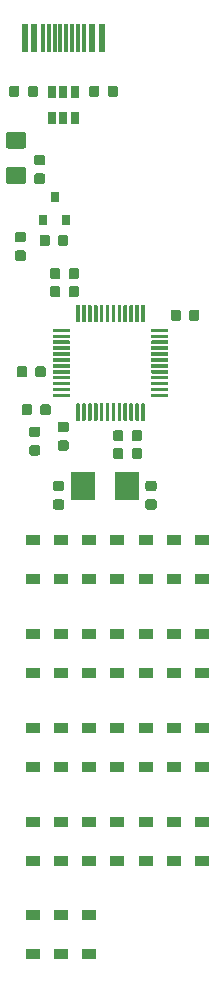
<source format=gbr>
G04 #@! TF.GenerationSoftware,KiCad,Pcbnew,(5.1.4)-1*
G04 #@! TF.CreationDate,2020-11-30T22:03:12+01:00*
G04 #@! TF.ProjectId,stm32split,73746d33-3273-4706-9c69-742e6b696361,rev?*
G04 #@! TF.SameCoordinates,Original*
G04 #@! TF.FileFunction,Paste,Top*
G04 #@! TF.FilePolarity,Positive*
%FSLAX46Y46*%
G04 Gerber Fmt 4.6, Leading zero omitted, Abs format (unit mm)*
G04 Created by KiCad (PCBNEW (5.1.4)-1) date 2020-11-30 22:03:12*
%MOMM*%
%LPD*%
G04 APERTURE LIST*
%ADD10R,1.200000X0.900000*%
%ADD11C,0.100000*%
%ADD12C,0.875000*%
%ADD13R,2.000000X2.400000*%
%ADD14R,0.600000X2.450000*%
%ADD15R,0.300000X2.450000*%
%ADD16C,1.425000*%
%ADD17R,0.800000X0.900000*%
%ADD18C,0.300000*%
%ADD19R,0.650000X1.060000*%
G04 APERTURE END LIST*
D10*
X193485000Y-163575000D03*
X193485000Y-160275000D03*
X191103750Y-163575000D03*
X191103750Y-160275000D03*
X188722500Y-163575000D03*
X188722500Y-160275000D03*
X203010000Y-155637500D03*
X203010000Y-152337500D03*
X200628750Y-155637500D03*
X200628750Y-152337500D03*
X198247500Y-155637500D03*
X198247500Y-152337500D03*
X195866250Y-155637500D03*
X195866250Y-152337500D03*
X193485000Y-155637500D03*
X193485000Y-152337500D03*
X191103750Y-155637500D03*
X191103750Y-152337500D03*
X188722500Y-155637500D03*
X188722500Y-152337500D03*
X203010000Y-147700000D03*
X203010000Y-144400000D03*
X200628750Y-147700000D03*
X200628750Y-144400000D03*
X198247500Y-147700000D03*
X198247500Y-144400000D03*
X195866250Y-147700000D03*
X195866250Y-144400000D03*
X193485000Y-147700000D03*
X193485000Y-144400000D03*
X191103750Y-147700000D03*
X191103750Y-144400000D03*
X188722500Y-147700000D03*
X188722500Y-144400000D03*
X203010000Y-139762500D03*
X203010000Y-136462500D03*
X200628750Y-139762500D03*
X200628750Y-136462500D03*
X198247500Y-139762500D03*
X198247500Y-136462500D03*
X195866250Y-139762500D03*
X195866250Y-136462500D03*
X193485000Y-139762500D03*
X193485000Y-136462500D03*
X191103750Y-139762500D03*
X191103750Y-136462500D03*
X188722500Y-139762500D03*
X188722500Y-136462500D03*
X203010000Y-131825000D03*
X203010000Y-128525000D03*
X200628750Y-131825000D03*
X200628750Y-128525000D03*
X198247500Y-131825000D03*
X198247500Y-128525000D03*
X195866250Y-131825000D03*
X195866250Y-128525000D03*
X193485000Y-131825000D03*
X193485000Y-128525000D03*
X191103750Y-131825000D03*
X191103750Y-128525000D03*
X188722500Y-131825000D03*
X188722500Y-128525000D03*
D11*
G36*
X192410191Y-105466053D02*
G01*
X192431426Y-105469203D01*
X192452250Y-105474419D01*
X192472462Y-105481651D01*
X192491868Y-105490830D01*
X192510281Y-105501866D01*
X192527524Y-105514654D01*
X192543430Y-105529070D01*
X192557846Y-105544976D01*
X192570634Y-105562219D01*
X192581670Y-105580632D01*
X192590849Y-105600038D01*
X192598081Y-105620250D01*
X192603297Y-105641074D01*
X192606447Y-105662309D01*
X192607500Y-105683750D01*
X192607500Y-106196250D01*
X192606447Y-106217691D01*
X192603297Y-106238926D01*
X192598081Y-106259750D01*
X192590849Y-106279962D01*
X192581670Y-106299368D01*
X192570634Y-106317781D01*
X192557846Y-106335024D01*
X192543430Y-106350930D01*
X192527524Y-106365346D01*
X192510281Y-106378134D01*
X192491868Y-106389170D01*
X192472462Y-106398349D01*
X192452250Y-106405581D01*
X192431426Y-106410797D01*
X192410191Y-106413947D01*
X192388750Y-106415000D01*
X191951250Y-106415000D01*
X191929809Y-106413947D01*
X191908574Y-106410797D01*
X191887750Y-106405581D01*
X191867538Y-106398349D01*
X191848132Y-106389170D01*
X191829719Y-106378134D01*
X191812476Y-106365346D01*
X191796570Y-106350930D01*
X191782154Y-106335024D01*
X191769366Y-106317781D01*
X191758330Y-106299368D01*
X191749151Y-106279962D01*
X191741919Y-106259750D01*
X191736703Y-106238926D01*
X191733553Y-106217691D01*
X191732500Y-106196250D01*
X191732500Y-105683750D01*
X191733553Y-105662309D01*
X191736703Y-105641074D01*
X191741919Y-105620250D01*
X191749151Y-105600038D01*
X191758330Y-105580632D01*
X191769366Y-105562219D01*
X191782154Y-105544976D01*
X191796570Y-105529070D01*
X191812476Y-105514654D01*
X191829719Y-105501866D01*
X191848132Y-105490830D01*
X191867538Y-105481651D01*
X191887750Y-105474419D01*
X191908574Y-105469203D01*
X191929809Y-105466053D01*
X191951250Y-105465000D01*
X192388750Y-105465000D01*
X192410191Y-105466053D01*
X192410191Y-105466053D01*
G37*
D12*
X192170000Y-105940000D03*
D11*
G36*
X190835191Y-105466053D02*
G01*
X190856426Y-105469203D01*
X190877250Y-105474419D01*
X190897462Y-105481651D01*
X190916868Y-105490830D01*
X190935281Y-105501866D01*
X190952524Y-105514654D01*
X190968430Y-105529070D01*
X190982846Y-105544976D01*
X190995634Y-105562219D01*
X191006670Y-105580632D01*
X191015849Y-105600038D01*
X191023081Y-105620250D01*
X191028297Y-105641074D01*
X191031447Y-105662309D01*
X191032500Y-105683750D01*
X191032500Y-106196250D01*
X191031447Y-106217691D01*
X191028297Y-106238926D01*
X191023081Y-106259750D01*
X191015849Y-106279962D01*
X191006670Y-106299368D01*
X190995634Y-106317781D01*
X190982846Y-106335024D01*
X190968430Y-106350930D01*
X190952524Y-106365346D01*
X190935281Y-106378134D01*
X190916868Y-106389170D01*
X190897462Y-106398349D01*
X190877250Y-106405581D01*
X190856426Y-106410797D01*
X190835191Y-106413947D01*
X190813750Y-106415000D01*
X190376250Y-106415000D01*
X190354809Y-106413947D01*
X190333574Y-106410797D01*
X190312750Y-106405581D01*
X190292538Y-106398349D01*
X190273132Y-106389170D01*
X190254719Y-106378134D01*
X190237476Y-106365346D01*
X190221570Y-106350930D01*
X190207154Y-106335024D01*
X190194366Y-106317781D01*
X190183330Y-106299368D01*
X190174151Y-106279962D01*
X190166919Y-106259750D01*
X190161703Y-106238926D01*
X190158553Y-106217691D01*
X190157500Y-106196250D01*
X190157500Y-105683750D01*
X190158553Y-105662309D01*
X190161703Y-105641074D01*
X190166919Y-105620250D01*
X190174151Y-105600038D01*
X190183330Y-105580632D01*
X190194366Y-105562219D01*
X190207154Y-105544976D01*
X190221570Y-105529070D01*
X190237476Y-105514654D01*
X190254719Y-105501866D01*
X190273132Y-105490830D01*
X190292538Y-105481651D01*
X190312750Y-105474419D01*
X190333574Y-105469203D01*
X190354809Y-105466053D01*
X190376250Y-105465000D01*
X190813750Y-105465000D01*
X190835191Y-105466053D01*
X190835191Y-105466053D01*
G37*
D12*
X190595000Y-105940000D03*
D11*
G36*
X188950191Y-90036053D02*
G01*
X188971426Y-90039203D01*
X188992250Y-90044419D01*
X189012462Y-90051651D01*
X189031868Y-90060830D01*
X189050281Y-90071866D01*
X189067524Y-90084654D01*
X189083430Y-90099070D01*
X189097846Y-90114976D01*
X189110634Y-90132219D01*
X189121670Y-90150632D01*
X189130849Y-90170038D01*
X189138081Y-90190250D01*
X189143297Y-90211074D01*
X189146447Y-90232309D01*
X189147500Y-90253750D01*
X189147500Y-90766250D01*
X189146447Y-90787691D01*
X189143297Y-90808926D01*
X189138081Y-90829750D01*
X189130849Y-90849962D01*
X189121670Y-90869368D01*
X189110634Y-90887781D01*
X189097846Y-90905024D01*
X189083430Y-90920930D01*
X189067524Y-90935346D01*
X189050281Y-90948134D01*
X189031868Y-90959170D01*
X189012462Y-90968349D01*
X188992250Y-90975581D01*
X188971426Y-90980797D01*
X188950191Y-90983947D01*
X188928750Y-90985000D01*
X188491250Y-90985000D01*
X188469809Y-90983947D01*
X188448574Y-90980797D01*
X188427750Y-90975581D01*
X188407538Y-90968349D01*
X188388132Y-90959170D01*
X188369719Y-90948134D01*
X188352476Y-90935346D01*
X188336570Y-90920930D01*
X188322154Y-90905024D01*
X188309366Y-90887781D01*
X188298330Y-90869368D01*
X188289151Y-90849962D01*
X188281919Y-90829750D01*
X188276703Y-90808926D01*
X188273553Y-90787691D01*
X188272500Y-90766250D01*
X188272500Y-90253750D01*
X188273553Y-90232309D01*
X188276703Y-90211074D01*
X188281919Y-90190250D01*
X188289151Y-90170038D01*
X188298330Y-90150632D01*
X188309366Y-90132219D01*
X188322154Y-90114976D01*
X188336570Y-90099070D01*
X188352476Y-90084654D01*
X188369719Y-90071866D01*
X188388132Y-90060830D01*
X188407538Y-90051651D01*
X188427750Y-90044419D01*
X188448574Y-90039203D01*
X188469809Y-90036053D01*
X188491250Y-90035000D01*
X188928750Y-90035000D01*
X188950191Y-90036053D01*
X188950191Y-90036053D01*
G37*
D12*
X188710000Y-90510000D03*
D11*
G36*
X187375191Y-90036053D02*
G01*
X187396426Y-90039203D01*
X187417250Y-90044419D01*
X187437462Y-90051651D01*
X187456868Y-90060830D01*
X187475281Y-90071866D01*
X187492524Y-90084654D01*
X187508430Y-90099070D01*
X187522846Y-90114976D01*
X187535634Y-90132219D01*
X187546670Y-90150632D01*
X187555849Y-90170038D01*
X187563081Y-90190250D01*
X187568297Y-90211074D01*
X187571447Y-90232309D01*
X187572500Y-90253750D01*
X187572500Y-90766250D01*
X187571447Y-90787691D01*
X187568297Y-90808926D01*
X187563081Y-90829750D01*
X187555849Y-90849962D01*
X187546670Y-90869368D01*
X187535634Y-90887781D01*
X187522846Y-90905024D01*
X187508430Y-90920930D01*
X187492524Y-90935346D01*
X187475281Y-90948134D01*
X187456868Y-90959170D01*
X187437462Y-90968349D01*
X187417250Y-90975581D01*
X187396426Y-90980797D01*
X187375191Y-90983947D01*
X187353750Y-90985000D01*
X186916250Y-90985000D01*
X186894809Y-90983947D01*
X186873574Y-90980797D01*
X186852750Y-90975581D01*
X186832538Y-90968349D01*
X186813132Y-90959170D01*
X186794719Y-90948134D01*
X186777476Y-90935346D01*
X186761570Y-90920930D01*
X186747154Y-90905024D01*
X186734366Y-90887781D01*
X186723330Y-90869368D01*
X186714151Y-90849962D01*
X186706919Y-90829750D01*
X186701703Y-90808926D01*
X186698553Y-90787691D01*
X186697500Y-90766250D01*
X186697500Y-90253750D01*
X186698553Y-90232309D01*
X186701703Y-90211074D01*
X186706919Y-90190250D01*
X186714151Y-90170038D01*
X186723330Y-90150632D01*
X186734366Y-90132219D01*
X186747154Y-90114976D01*
X186761570Y-90099070D01*
X186777476Y-90084654D01*
X186794719Y-90071866D01*
X186813132Y-90060830D01*
X186832538Y-90051651D01*
X186852750Y-90044419D01*
X186873574Y-90039203D01*
X186894809Y-90036053D01*
X186916250Y-90035000D01*
X187353750Y-90035000D01*
X187375191Y-90036053D01*
X187375191Y-90036053D01*
G37*
D12*
X187135000Y-90510000D03*
D11*
G36*
X194132691Y-90036053D02*
G01*
X194153926Y-90039203D01*
X194174750Y-90044419D01*
X194194962Y-90051651D01*
X194214368Y-90060830D01*
X194232781Y-90071866D01*
X194250024Y-90084654D01*
X194265930Y-90099070D01*
X194280346Y-90114976D01*
X194293134Y-90132219D01*
X194304170Y-90150632D01*
X194313349Y-90170038D01*
X194320581Y-90190250D01*
X194325797Y-90211074D01*
X194328947Y-90232309D01*
X194330000Y-90253750D01*
X194330000Y-90766250D01*
X194328947Y-90787691D01*
X194325797Y-90808926D01*
X194320581Y-90829750D01*
X194313349Y-90849962D01*
X194304170Y-90869368D01*
X194293134Y-90887781D01*
X194280346Y-90905024D01*
X194265930Y-90920930D01*
X194250024Y-90935346D01*
X194232781Y-90948134D01*
X194214368Y-90959170D01*
X194194962Y-90968349D01*
X194174750Y-90975581D01*
X194153926Y-90980797D01*
X194132691Y-90983947D01*
X194111250Y-90985000D01*
X193673750Y-90985000D01*
X193652309Y-90983947D01*
X193631074Y-90980797D01*
X193610250Y-90975581D01*
X193590038Y-90968349D01*
X193570632Y-90959170D01*
X193552219Y-90948134D01*
X193534976Y-90935346D01*
X193519070Y-90920930D01*
X193504654Y-90905024D01*
X193491866Y-90887781D01*
X193480830Y-90869368D01*
X193471651Y-90849962D01*
X193464419Y-90829750D01*
X193459203Y-90808926D01*
X193456053Y-90787691D01*
X193455000Y-90766250D01*
X193455000Y-90253750D01*
X193456053Y-90232309D01*
X193459203Y-90211074D01*
X193464419Y-90190250D01*
X193471651Y-90170038D01*
X193480830Y-90150632D01*
X193491866Y-90132219D01*
X193504654Y-90114976D01*
X193519070Y-90099070D01*
X193534976Y-90084654D01*
X193552219Y-90071866D01*
X193570632Y-90060830D01*
X193590038Y-90051651D01*
X193610250Y-90044419D01*
X193631074Y-90039203D01*
X193652309Y-90036053D01*
X193673750Y-90035000D01*
X194111250Y-90035000D01*
X194132691Y-90036053D01*
X194132691Y-90036053D01*
G37*
D12*
X193892500Y-90510000D03*
D11*
G36*
X195707691Y-90036053D02*
G01*
X195728926Y-90039203D01*
X195749750Y-90044419D01*
X195769962Y-90051651D01*
X195789368Y-90060830D01*
X195807781Y-90071866D01*
X195825024Y-90084654D01*
X195840930Y-90099070D01*
X195855346Y-90114976D01*
X195868134Y-90132219D01*
X195879170Y-90150632D01*
X195888349Y-90170038D01*
X195895581Y-90190250D01*
X195900797Y-90211074D01*
X195903947Y-90232309D01*
X195905000Y-90253750D01*
X195905000Y-90766250D01*
X195903947Y-90787691D01*
X195900797Y-90808926D01*
X195895581Y-90829750D01*
X195888349Y-90849962D01*
X195879170Y-90869368D01*
X195868134Y-90887781D01*
X195855346Y-90905024D01*
X195840930Y-90920930D01*
X195825024Y-90935346D01*
X195807781Y-90948134D01*
X195789368Y-90959170D01*
X195769962Y-90968349D01*
X195749750Y-90975581D01*
X195728926Y-90980797D01*
X195707691Y-90983947D01*
X195686250Y-90985000D01*
X195248750Y-90985000D01*
X195227309Y-90983947D01*
X195206074Y-90980797D01*
X195185250Y-90975581D01*
X195165038Y-90968349D01*
X195145632Y-90959170D01*
X195127219Y-90948134D01*
X195109976Y-90935346D01*
X195094070Y-90920930D01*
X195079654Y-90905024D01*
X195066866Y-90887781D01*
X195055830Y-90869368D01*
X195046651Y-90849962D01*
X195039419Y-90829750D01*
X195034203Y-90808926D01*
X195031053Y-90787691D01*
X195030000Y-90766250D01*
X195030000Y-90253750D01*
X195031053Y-90232309D01*
X195034203Y-90211074D01*
X195039419Y-90190250D01*
X195046651Y-90170038D01*
X195055830Y-90150632D01*
X195066866Y-90132219D01*
X195079654Y-90114976D01*
X195094070Y-90099070D01*
X195109976Y-90084654D01*
X195127219Y-90071866D01*
X195145632Y-90060830D01*
X195165038Y-90051651D01*
X195185250Y-90044419D01*
X195206074Y-90039203D01*
X195227309Y-90036053D01*
X195248750Y-90035000D01*
X195686250Y-90035000D01*
X195707691Y-90036053D01*
X195707691Y-90036053D01*
G37*
D12*
X195467500Y-90510000D03*
D11*
G36*
X188025191Y-113786053D02*
G01*
X188046426Y-113789203D01*
X188067250Y-113794419D01*
X188087462Y-113801651D01*
X188106868Y-113810830D01*
X188125281Y-113821866D01*
X188142524Y-113834654D01*
X188158430Y-113849070D01*
X188172846Y-113864976D01*
X188185634Y-113882219D01*
X188196670Y-113900632D01*
X188205849Y-113920038D01*
X188213081Y-113940250D01*
X188218297Y-113961074D01*
X188221447Y-113982309D01*
X188222500Y-114003750D01*
X188222500Y-114516250D01*
X188221447Y-114537691D01*
X188218297Y-114558926D01*
X188213081Y-114579750D01*
X188205849Y-114599962D01*
X188196670Y-114619368D01*
X188185634Y-114637781D01*
X188172846Y-114655024D01*
X188158430Y-114670930D01*
X188142524Y-114685346D01*
X188125281Y-114698134D01*
X188106868Y-114709170D01*
X188087462Y-114718349D01*
X188067250Y-114725581D01*
X188046426Y-114730797D01*
X188025191Y-114733947D01*
X188003750Y-114735000D01*
X187566250Y-114735000D01*
X187544809Y-114733947D01*
X187523574Y-114730797D01*
X187502750Y-114725581D01*
X187482538Y-114718349D01*
X187463132Y-114709170D01*
X187444719Y-114698134D01*
X187427476Y-114685346D01*
X187411570Y-114670930D01*
X187397154Y-114655024D01*
X187384366Y-114637781D01*
X187373330Y-114619368D01*
X187364151Y-114599962D01*
X187356919Y-114579750D01*
X187351703Y-114558926D01*
X187348553Y-114537691D01*
X187347500Y-114516250D01*
X187347500Y-114003750D01*
X187348553Y-113982309D01*
X187351703Y-113961074D01*
X187356919Y-113940250D01*
X187364151Y-113920038D01*
X187373330Y-113900632D01*
X187384366Y-113882219D01*
X187397154Y-113864976D01*
X187411570Y-113849070D01*
X187427476Y-113834654D01*
X187444719Y-113821866D01*
X187463132Y-113810830D01*
X187482538Y-113801651D01*
X187502750Y-113794419D01*
X187523574Y-113789203D01*
X187544809Y-113786053D01*
X187566250Y-113785000D01*
X188003750Y-113785000D01*
X188025191Y-113786053D01*
X188025191Y-113786053D01*
G37*
D12*
X187785000Y-114260000D03*
D11*
G36*
X189600191Y-113786053D02*
G01*
X189621426Y-113789203D01*
X189642250Y-113794419D01*
X189662462Y-113801651D01*
X189681868Y-113810830D01*
X189700281Y-113821866D01*
X189717524Y-113834654D01*
X189733430Y-113849070D01*
X189747846Y-113864976D01*
X189760634Y-113882219D01*
X189771670Y-113900632D01*
X189780849Y-113920038D01*
X189788081Y-113940250D01*
X189793297Y-113961074D01*
X189796447Y-113982309D01*
X189797500Y-114003750D01*
X189797500Y-114516250D01*
X189796447Y-114537691D01*
X189793297Y-114558926D01*
X189788081Y-114579750D01*
X189780849Y-114599962D01*
X189771670Y-114619368D01*
X189760634Y-114637781D01*
X189747846Y-114655024D01*
X189733430Y-114670930D01*
X189717524Y-114685346D01*
X189700281Y-114698134D01*
X189681868Y-114709170D01*
X189662462Y-114718349D01*
X189642250Y-114725581D01*
X189621426Y-114730797D01*
X189600191Y-114733947D01*
X189578750Y-114735000D01*
X189141250Y-114735000D01*
X189119809Y-114733947D01*
X189098574Y-114730797D01*
X189077750Y-114725581D01*
X189057538Y-114718349D01*
X189038132Y-114709170D01*
X189019719Y-114698134D01*
X189002476Y-114685346D01*
X188986570Y-114670930D01*
X188972154Y-114655024D01*
X188959366Y-114637781D01*
X188948330Y-114619368D01*
X188939151Y-114599962D01*
X188931919Y-114579750D01*
X188926703Y-114558926D01*
X188923553Y-114537691D01*
X188922500Y-114516250D01*
X188922500Y-114003750D01*
X188923553Y-113982309D01*
X188926703Y-113961074D01*
X188931919Y-113940250D01*
X188939151Y-113920038D01*
X188948330Y-113900632D01*
X188959366Y-113882219D01*
X188972154Y-113864976D01*
X188986570Y-113849070D01*
X189002476Y-113834654D01*
X189019719Y-113821866D01*
X189038132Y-113810830D01*
X189057538Y-113801651D01*
X189077750Y-113794419D01*
X189098574Y-113789203D01*
X189119809Y-113786053D01*
X189141250Y-113785000D01*
X189578750Y-113785000D01*
X189600191Y-113786053D01*
X189600191Y-113786053D01*
G37*
D12*
X189360000Y-114260000D03*
D13*
X192950000Y-123920000D03*
X196650000Y-123920000D03*
D14*
X188068750Y-85982500D03*
X194518750Y-85982500D03*
X188843750Y-85982500D03*
X193743750Y-85982500D03*
D15*
X193043750Y-85982500D03*
X189543750Y-85982500D03*
X192543750Y-85982500D03*
X190043750Y-85982500D03*
X192043750Y-85982500D03*
X190543750Y-85982500D03*
X191043750Y-85982500D03*
X191543750Y-85982500D03*
D11*
G36*
X187917691Y-103988553D02*
G01*
X187938926Y-103991703D01*
X187959750Y-103996919D01*
X187979962Y-104004151D01*
X187999368Y-104013330D01*
X188017781Y-104024366D01*
X188035024Y-104037154D01*
X188050930Y-104051570D01*
X188065346Y-104067476D01*
X188078134Y-104084719D01*
X188089170Y-104103132D01*
X188098349Y-104122538D01*
X188105581Y-104142750D01*
X188110797Y-104163574D01*
X188113947Y-104184809D01*
X188115000Y-104206250D01*
X188115000Y-104643750D01*
X188113947Y-104665191D01*
X188110797Y-104686426D01*
X188105581Y-104707250D01*
X188098349Y-104727462D01*
X188089170Y-104746868D01*
X188078134Y-104765281D01*
X188065346Y-104782524D01*
X188050930Y-104798430D01*
X188035024Y-104812846D01*
X188017781Y-104825634D01*
X187999368Y-104836670D01*
X187979962Y-104845849D01*
X187959750Y-104853081D01*
X187938926Y-104858297D01*
X187917691Y-104861447D01*
X187896250Y-104862500D01*
X187383750Y-104862500D01*
X187362309Y-104861447D01*
X187341074Y-104858297D01*
X187320250Y-104853081D01*
X187300038Y-104845849D01*
X187280632Y-104836670D01*
X187262219Y-104825634D01*
X187244976Y-104812846D01*
X187229070Y-104798430D01*
X187214654Y-104782524D01*
X187201866Y-104765281D01*
X187190830Y-104746868D01*
X187181651Y-104727462D01*
X187174419Y-104707250D01*
X187169203Y-104686426D01*
X187166053Y-104665191D01*
X187165000Y-104643750D01*
X187165000Y-104206250D01*
X187166053Y-104184809D01*
X187169203Y-104163574D01*
X187174419Y-104142750D01*
X187181651Y-104122538D01*
X187190830Y-104103132D01*
X187201866Y-104084719D01*
X187214654Y-104067476D01*
X187229070Y-104051570D01*
X187244976Y-104037154D01*
X187262219Y-104024366D01*
X187280632Y-104013330D01*
X187300038Y-104004151D01*
X187320250Y-103996919D01*
X187341074Y-103991703D01*
X187362309Y-103988553D01*
X187383750Y-103987500D01*
X187896250Y-103987500D01*
X187917691Y-103988553D01*
X187917691Y-103988553D01*
G37*
D12*
X187640000Y-104425000D03*
D11*
G36*
X187917691Y-102413553D02*
G01*
X187938926Y-102416703D01*
X187959750Y-102421919D01*
X187979962Y-102429151D01*
X187999368Y-102438330D01*
X188017781Y-102449366D01*
X188035024Y-102462154D01*
X188050930Y-102476570D01*
X188065346Y-102492476D01*
X188078134Y-102509719D01*
X188089170Y-102528132D01*
X188098349Y-102547538D01*
X188105581Y-102567750D01*
X188110797Y-102588574D01*
X188113947Y-102609809D01*
X188115000Y-102631250D01*
X188115000Y-103068750D01*
X188113947Y-103090191D01*
X188110797Y-103111426D01*
X188105581Y-103132250D01*
X188098349Y-103152462D01*
X188089170Y-103171868D01*
X188078134Y-103190281D01*
X188065346Y-103207524D01*
X188050930Y-103223430D01*
X188035024Y-103237846D01*
X188017781Y-103250634D01*
X187999368Y-103261670D01*
X187979962Y-103270849D01*
X187959750Y-103278081D01*
X187938926Y-103283297D01*
X187917691Y-103286447D01*
X187896250Y-103287500D01*
X187383750Y-103287500D01*
X187362309Y-103286447D01*
X187341074Y-103283297D01*
X187320250Y-103278081D01*
X187300038Y-103270849D01*
X187280632Y-103261670D01*
X187262219Y-103250634D01*
X187244976Y-103237846D01*
X187229070Y-103223430D01*
X187214654Y-103207524D01*
X187201866Y-103190281D01*
X187190830Y-103171868D01*
X187181651Y-103152462D01*
X187174419Y-103132250D01*
X187169203Y-103111426D01*
X187166053Y-103090191D01*
X187165000Y-103068750D01*
X187165000Y-102631250D01*
X187166053Y-102609809D01*
X187169203Y-102588574D01*
X187174419Y-102567750D01*
X187181651Y-102547538D01*
X187190830Y-102528132D01*
X187201866Y-102509719D01*
X187214654Y-102492476D01*
X187229070Y-102476570D01*
X187244976Y-102462154D01*
X187262219Y-102449366D01*
X187280632Y-102438330D01*
X187300038Y-102429151D01*
X187320250Y-102421919D01*
X187341074Y-102416703D01*
X187362309Y-102413553D01*
X187383750Y-102412500D01*
X187896250Y-102412500D01*
X187917691Y-102413553D01*
X187917691Y-102413553D01*
G37*
D12*
X187640000Y-102850000D03*
D11*
G36*
X197755191Y-120706053D02*
G01*
X197776426Y-120709203D01*
X197797250Y-120714419D01*
X197817462Y-120721651D01*
X197836868Y-120730830D01*
X197855281Y-120741866D01*
X197872524Y-120754654D01*
X197888430Y-120769070D01*
X197902846Y-120784976D01*
X197915634Y-120802219D01*
X197926670Y-120820632D01*
X197935849Y-120840038D01*
X197943081Y-120860250D01*
X197948297Y-120881074D01*
X197951447Y-120902309D01*
X197952500Y-120923750D01*
X197952500Y-121436250D01*
X197951447Y-121457691D01*
X197948297Y-121478926D01*
X197943081Y-121499750D01*
X197935849Y-121519962D01*
X197926670Y-121539368D01*
X197915634Y-121557781D01*
X197902846Y-121575024D01*
X197888430Y-121590930D01*
X197872524Y-121605346D01*
X197855281Y-121618134D01*
X197836868Y-121629170D01*
X197817462Y-121638349D01*
X197797250Y-121645581D01*
X197776426Y-121650797D01*
X197755191Y-121653947D01*
X197733750Y-121655000D01*
X197296250Y-121655000D01*
X197274809Y-121653947D01*
X197253574Y-121650797D01*
X197232750Y-121645581D01*
X197212538Y-121638349D01*
X197193132Y-121629170D01*
X197174719Y-121618134D01*
X197157476Y-121605346D01*
X197141570Y-121590930D01*
X197127154Y-121575024D01*
X197114366Y-121557781D01*
X197103330Y-121539368D01*
X197094151Y-121519962D01*
X197086919Y-121499750D01*
X197081703Y-121478926D01*
X197078553Y-121457691D01*
X197077500Y-121436250D01*
X197077500Y-120923750D01*
X197078553Y-120902309D01*
X197081703Y-120881074D01*
X197086919Y-120860250D01*
X197094151Y-120840038D01*
X197103330Y-120820632D01*
X197114366Y-120802219D01*
X197127154Y-120784976D01*
X197141570Y-120769070D01*
X197157476Y-120754654D01*
X197174719Y-120741866D01*
X197193132Y-120730830D01*
X197212538Y-120721651D01*
X197232750Y-120714419D01*
X197253574Y-120709203D01*
X197274809Y-120706053D01*
X197296250Y-120705000D01*
X197733750Y-120705000D01*
X197755191Y-120706053D01*
X197755191Y-120706053D01*
G37*
D12*
X197515000Y-121180000D03*
D11*
G36*
X196180191Y-120706053D02*
G01*
X196201426Y-120709203D01*
X196222250Y-120714419D01*
X196242462Y-120721651D01*
X196261868Y-120730830D01*
X196280281Y-120741866D01*
X196297524Y-120754654D01*
X196313430Y-120769070D01*
X196327846Y-120784976D01*
X196340634Y-120802219D01*
X196351670Y-120820632D01*
X196360849Y-120840038D01*
X196368081Y-120860250D01*
X196373297Y-120881074D01*
X196376447Y-120902309D01*
X196377500Y-120923750D01*
X196377500Y-121436250D01*
X196376447Y-121457691D01*
X196373297Y-121478926D01*
X196368081Y-121499750D01*
X196360849Y-121519962D01*
X196351670Y-121539368D01*
X196340634Y-121557781D01*
X196327846Y-121575024D01*
X196313430Y-121590930D01*
X196297524Y-121605346D01*
X196280281Y-121618134D01*
X196261868Y-121629170D01*
X196242462Y-121638349D01*
X196222250Y-121645581D01*
X196201426Y-121650797D01*
X196180191Y-121653947D01*
X196158750Y-121655000D01*
X195721250Y-121655000D01*
X195699809Y-121653947D01*
X195678574Y-121650797D01*
X195657750Y-121645581D01*
X195637538Y-121638349D01*
X195618132Y-121629170D01*
X195599719Y-121618134D01*
X195582476Y-121605346D01*
X195566570Y-121590930D01*
X195552154Y-121575024D01*
X195539366Y-121557781D01*
X195528330Y-121539368D01*
X195519151Y-121519962D01*
X195511919Y-121499750D01*
X195506703Y-121478926D01*
X195503553Y-121457691D01*
X195502500Y-121436250D01*
X195502500Y-120923750D01*
X195503553Y-120902309D01*
X195506703Y-120881074D01*
X195511919Y-120860250D01*
X195519151Y-120840038D01*
X195528330Y-120820632D01*
X195539366Y-120802219D01*
X195552154Y-120784976D01*
X195566570Y-120769070D01*
X195582476Y-120754654D01*
X195599719Y-120741866D01*
X195618132Y-120730830D01*
X195637538Y-120721651D01*
X195657750Y-120714419D01*
X195678574Y-120709203D01*
X195699809Y-120706053D01*
X195721250Y-120705000D01*
X196158750Y-120705000D01*
X196180191Y-120706053D01*
X196180191Y-120706053D01*
G37*
D12*
X195940000Y-121180000D03*
D11*
G36*
X197755191Y-119196053D02*
G01*
X197776426Y-119199203D01*
X197797250Y-119204419D01*
X197817462Y-119211651D01*
X197836868Y-119220830D01*
X197855281Y-119231866D01*
X197872524Y-119244654D01*
X197888430Y-119259070D01*
X197902846Y-119274976D01*
X197915634Y-119292219D01*
X197926670Y-119310632D01*
X197935849Y-119330038D01*
X197943081Y-119350250D01*
X197948297Y-119371074D01*
X197951447Y-119392309D01*
X197952500Y-119413750D01*
X197952500Y-119926250D01*
X197951447Y-119947691D01*
X197948297Y-119968926D01*
X197943081Y-119989750D01*
X197935849Y-120009962D01*
X197926670Y-120029368D01*
X197915634Y-120047781D01*
X197902846Y-120065024D01*
X197888430Y-120080930D01*
X197872524Y-120095346D01*
X197855281Y-120108134D01*
X197836868Y-120119170D01*
X197817462Y-120128349D01*
X197797250Y-120135581D01*
X197776426Y-120140797D01*
X197755191Y-120143947D01*
X197733750Y-120145000D01*
X197296250Y-120145000D01*
X197274809Y-120143947D01*
X197253574Y-120140797D01*
X197232750Y-120135581D01*
X197212538Y-120128349D01*
X197193132Y-120119170D01*
X197174719Y-120108134D01*
X197157476Y-120095346D01*
X197141570Y-120080930D01*
X197127154Y-120065024D01*
X197114366Y-120047781D01*
X197103330Y-120029368D01*
X197094151Y-120009962D01*
X197086919Y-119989750D01*
X197081703Y-119968926D01*
X197078553Y-119947691D01*
X197077500Y-119926250D01*
X197077500Y-119413750D01*
X197078553Y-119392309D01*
X197081703Y-119371074D01*
X197086919Y-119350250D01*
X197094151Y-119330038D01*
X197103330Y-119310632D01*
X197114366Y-119292219D01*
X197127154Y-119274976D01*
X197141570Y-119259070D01*
X197157476Y-119244654D01*
X197174719Y-119231866D01*
X197193132Y-119220830D01*
X197212538Y-119211651D01*
X197232750Y-119204419D01*
X197253574Y-119199203D01*
X197274809Y-119196053D01*
X197296250Y-119195000D01*
X197733750Y-119195000D01*
X197755191Y-119196053D01*
X197755191Y-119196053D01*
G37*
D12*
X197515000Y-119670000D03*
D11*
G36*
X196180191Y-119196053D02*
G01*
X196201426Y-119199203D01*
X196222250Y-119204419D01*
X196242462Y-119211651D01*
X196261868Y-119220830D01*
X196280281Y-119231866D01*
X196297524Y-119244654D01*
X196313430Y-119259070D01*
X196327846Y-119274976D01*
X196340634Y-119292219D01*
X196351670Y-119310632D01*
X196360849Y-119330038D01*
X196368081Y-119350250D01*
X196373297Y-119371074D01*
X196376447Y-119392309D01*
X196377500Y-119413750D01*
X196377500Y-119926250D01*
X196376447Y-119947691D01*
X196373297Y-119968926D01*
X196368081Y-119989750D01*
X196360849Y-120009962D01*
X196351670Y-120029368D01*
X196340634Y-120047781D01*
X196327846Y-120065024D01*
X196313430Y-120080930D01*
X196297524Y-120095346D01*
X196280281Y-120108134D01*
X196261868Y-120119170D01*
X196242462Y-120128349D01*
X196222250Y-120135581D01*
X196201426Y-120140797D01*
X196180191Y-120143947D01*
X196158750Y-120145000D01*
X195721250Y-120145000D01*
X195699809Y-120143947D01*
X195678574Y-120140797D01*
X195657750Y-120135581D01*
X195637538Y-120128349D01*
X195618132Y-120119170D01*
X195599719Y-120108134D01*
X195582476Y-120095346D01*
X195566570Y-120080930D01*
X195552154Y-120065024D01*
X195539366Y-120047781D01*
X195528330Y-120029368D01*
X195519151Y-120009962D01*
X195511919Y-119989750D01*
X195506703Y-119968926D01*
X195503553Y-119947691D01*
X195502500Y-119926250D01*
X195502500Y-119413750D01*
X195503553Y-119392309D01*
X195506703Y-119371074D01*
X195511919Y-119350250D01*
X195519151Y-119330038D01*
X195528330Y-119310632D01*
X195539366Y-119292219D01*
X195552154Y-119274976D01*
X195566570Y-119259070D01*
X195582476Y-119244654D01*
X195599719Y-119231866D01*
X195618132Y-119220830D01*
X195637538Y-119211651D01*
X195657750Y-119204419D01*
X195678574Y-119199203D01*
X195699809Y-119196053D01*
X195721250Y-119195000D01*
X196158750Y-119195000D01*
X196180191Y-119196053D01*
X196180191Y-119196053D01*
G37*
D12*
X195940000Y-119670000D03*
D11*
G36*
X190010191Y-116996053D02*
G01*
X190031426Y-116999203D01*
X190052250Y-117004419D01*
X190072462Y-117011651D01*
X190091868Y-117020830D01*
X190110281Y-117031866D01*
X190127524Y-117044654D01*
X190143430Y-117059070D01*
X190157846Y-117074976D01*
X190170634Y-117092219D01*
X190181670Y-117110632D01*
X190190849Y-117130038D01*
X190198081Y-117150250D01*
X190203297Y-117171074D01*
X190206447Y-117192309D01*
X190207500Y-117213750D01*
X190207500Y-117726250D01*
X190206447Y-117747691D01*
X190203297Y-117768926D01*
X190198081Y-117789750D01*
X190190849Y-117809962D01*
X190181670Y-117829368D01*
X190170634Y-117847781D01*
X190157846Y-117865024D01*
X190143430Y-117880930D01*
X190127524Y-117895346D01*
X190110281Y-117908134D01*
X190091868Y-117919170D01*
X190072462Y-117928349D01*
X190052250Y-117935581D01*
X190031426Y-117940797D01*
X190010191Y-117943947D01*
X189988750Y-117945000D01*
X189551250Y-117945000D01*
X189529809Y-117943947D01*
X189508574Y-117940797D01*
X189487750Y-117935581D01*
X189467538Y-117928349D01*
X189448132Y-117919170D01*
X189429719Y-117908134D01*
X189412476Y-117895346D01*
X189396570Y-117880930D01*
X189382154Y-117865024D01*
X189369366Y-117847781D01*
X189358330Y-117829368D01*
X189349151Y-117809962D01*
X189341919Y-117789750D01*
X189336703Y-117768926D01*
X189333553Y-117747691D01*
X189332500Y-117726250D01*
X189332500Y-117213750D01*
X189333553Y-117192309D01*
X189336703Y-117171074D01*
X189341919Y-117150250D01*
X189349151Y-117130038D01*
X189358330Y-117110632D01*
X189369366Y-117092219D01*
X189382154Y-117074976D01*
X189396570Y-117059070D01*
X189412476Y-117044654D01*
X189429719Y-117031866D01*
X189448132Y-117020830D01*
X189467538Y-117011651D01*
X189487750Y-117004419D01*
X189508574Y-116999203D01*
X189529809Y-116996053D01*
X189551250Y-116995000D01*
X189988750Y-116995000D01*
X190010191Y-116996053D01*
X190010191Y-116996053D01*
G37*
D12*
X189770000Y-117470000D03*
D11*
G36*
X188435191Y-116996053D02*
G01*
X188456426Y-116999203D01*
X188477250Y-117004419D01*
X188497462Y-117011651D01*
X188516868Y-117020830D01*
X188535281Y-117031866D01*
X188552524Y-117044654D01*
X188568430Y-117059070D01*
X188582846Y-117074976D01*
X188595634Y-117092219D01*
X188606670Y-117110632D01*
X188615849Y-117130038D01*
X188623081Y-117150250D01*
X188628297Y-117171074D01*
X188631447Y-117192309D01*
X188632500Y-117213750D01*
X188632500Y-117726250D01*
X188631447Y-117747691D01*
X188628297Y-117768926D01*
X188623081Y-117789750D01*
X188615849Y-117809962D01*
X188606670Y-117829368D01*
X188595634Y-117847781D01*
X188582846Y-117865024D01*
X188568430Y-117880930D01*
X188552524Y-117895346D01*
X188535281Y-117908134D01*
X188516868Y-117919170D01*
X188497462Y-117928349D01*
X188477250Y-117935581D01*
X188456426Y-117940797D01*
X188435191Y-117943947D01*
X188413750Y-117945000D01*
X187976250Y-117945000D01*
X187954809Y-117943947D01*
X187933574Y-117940797D01*
X187912750Y-117935581D01*
X187892538Y-117928349D01*
X187873132Y-117919170D01*
X187854719Y-117908134D01*
X187837476Y-117895346D01*
X187821570Y-117880930D01*
X187807154Y-117865024D01*
X187794366Y-117847781D01*
X187783330Y-117829368D01*
X187774151Y-117809962D01*
X187766919Y-117789750D01*
X187761703Y-117768926D01*
X187758553Y-117747691D01*
X187757500Y-117726250D01*
X187757500Y-117213750D01*
X187758553Y-117192309D01*
X187761703Y-117171074D01*
X187766919Y-117150250D01*
X187774151Y-117130038D01*
X187783330Y-117110632D01*
X187794366Y-117092219D01*
X187807154Y-117074976D01*
X187821570Y-117059070D01*
X187837476Y-117044654D01*
X187854719Y-117031866D01*
X187873132Y-117020830D01*
X187892538Y-117011651D01*
X187912750Y-117004419D01*
X187933574Y-116999203D01*
X187954809Y-116996053D01*
X187976250Y-116995000D01*
X188413750Y-116995000D01*
X188435191Y-116996053D01*
X188435191Y-116996053D01*
G37*
D12*
X188195000Y-117470000D03*
D11*
G36*
X190832691Y-106986053D02*
G01*
X190853926Y-106989203D01*
X190874750Y-106994419D01*
X190894962Y-107001651D01*
X190914368Y-107010830D01*
X190932781Y-107021866D01*
X190950024Y-107034654D01*
X190965930Y-107049070D01*
X190980346Y-107064976D01*
X190993134Y-107082219D01*
X191004170Y-107100632D01*
X191013349Y-107120038D01*
X191020581Y-107140250D01*
X191025797Y-107161074D01*
X191028947Y-107182309D01*
X191030000Y-107203750D01*
X191030000Y-107716250D01*
X191028947Y-107737691D01*
X191025797Y-107758926D01*
X191020581Y-107779750D01*
X191013349Y-107799962D01*
X191004170Y-107819368D01*
X190993134Y-107837781D01*
X190980346Y-107855024D01*
X190965930Y-107870930D01*
X190950024Y-107885346D01*
X190932781Y-107898134D01*
X190914368Y-107909170D01*
X190894962Y-107918349D01*
X190874750Y-107925581D01*
X190853926Y-107930797D01*
X190832691Y-107933947D01*
X190811250Y-107935000D01*
X190373750Y-107935000D01*
X190352309Y-107933947D01*
X190331074Y-107930797D01*
X190310250Y-107925581D01*
X190290038Y-107918349D01*
X190270632Y-107909170D01*
X190252219Y-107898134D01*
X190234976Y-107885346D01*
X190219070Y-107870930D01*
X190204654Y-107855024D01*
X190191866Y-107837781D01*
X190180830Y-107819368D01*
X190171651Y-107799962D01*
X190164419Y-107779750D01*
X190159203Y-107758926D01*
X190156053Y-107737691D01*
X190155000Y-107716250D01*
X190155000Y-107203750D01*
X190156053Y-107182309D01*
X190159203Y-107161074D01*
X190164419Y-107140250D01*
X190171651Y-107120038D01*
X190180830Y-107100632D01*
X190191866Y-107082219D01*
X190204654Y-107064976D01*
X190219070Y-107049070D01*
X190234976Y-107034654D01*
X190252219Y-107021866D01*
X190270632Y-107010830D01*
X190290038Y-107001651D01*
X190310250Y-106994419D01*
X190331074Y-106989203D01*
X190352309Y-106986053D01*
X190373750Y-106985000D01*
X190811250Y-106985000D01*
X190832691Y-106986053D01*
X190832691Y-106986053D01*
G37*
D12*
X190592500Y-107460000D03*
D11*
G36*
X192407691Y-106986053D02*
G01*
X192428926Y-106989203D01*
X192449750Y-106994419D01*
X192469962Y-107001651D01*
X192489368Y-107010830D01*
X192507781Y-107021866D01*
X192525024Y-107034654D01*
X192540930Y-107049070D01*
X192555346Y-107064976D01*
X192568134Y-107082219D01*
X192579170Y-107100632D01*
X192588349Y-107120038D01*
X192595581Y-107140250D01*
X192600797Y-107161074D01*
X192603947Y-107182309D01*
X192605000Y-107203750D01*
X192605000Y-107716250D01*
X192603947Y-107737691D01*
X192600797Y-107758926D01*
X192595581Y-107779750D01*
X192588349Y-107799962D01*
X192579170Y-107819368D01*
X192568134Y-107837781D01*
X192555346Y-107855024D01*
X192540930Y-107870930D01*
X192525024Y-107885346D01*
X192507781Y-107898134D01*
X192489368Y-107909170D01*
X192469962Y-107918349D01*
X192449750Y-107925581D01*
X192428926Y-107930797D01*
X192407691Y-107933947D01*
X192386250Y-107935000D01*
X191948750Y-107935000D01*
X191927309Y-107933947D01*
X191906074Y-107930797D01*
X191885250Y-107925581D01*
X191865038Y-107918349D01*
X191845632Y-107909170D01*
X191827219Y-107898134D01*
X191809976Y-107885346D01*
X191794070Y-107870930D01*
X191779654Y-107855024D01*
X191766866Y-107837781D01*
X191755830Y-107819368D01*
X191746651Y-107799962D01*
X191739419Y-107779750D01*
X191734203Y-107758926D01*
X191731053Y-107737691D01*
X191730000Y-107716250D01*
X191730000Y-107203750D01*
X191731053Y-107182309D01*
X191734203Y-107161074D01*
X191739419Y-107140250D01*
X191746651Y-107120038D01*
X191755830Y-107100632D01*
X191766866Y-107082219D01*
X191779654Y-107064976D01*
X191794070Y-107049070D01*
X191809976Y-107034654D01*
X191827219Y-107021866D01*
X191845632Y-107010830D01*
X191865038Y-107001651D01*
X191885250Y-106994419D01*
X191906074Y-106989203D01*
X191927309Y-106986053D01*
X191948750Y-106985000D01*
X192386250Y-106985000D01*
X192407691Y-106986053D01*
X192407691Y-106986053D01*
G37*
D12*
X192167500Y-107460000D03*
D11*
G36*
X201040191Y-108996053D02*
G01*
X201061426Y-108999203D01*
X201082250Y-109004419D01*
X201102462Y-109011651D01*
X201121868Y-109020830D01*
X201140281Y-109031866D01*
X201157524Y-109044654D01*
X201173430Y-109059070D01*
X201187846Y-109074976D01*
X201200634Y-109092219D01*
X201211670Y-109110632D01*
X201220849Y-109130038D01*
X201228081Y-109150250D01*
X201233297Y-109171074D01*
X201236447Y-109192309D01*
X201237500Y-109213750D01*
X201237500Y-109726250D01*
X201236447Y-109747691D01*
X201233297Y-109768926D01*
X201228081Y-109789750D01*
X201220849Y-109809962D01*
X201211670Y-109829368D01*
X201200634Y-109847781D01*
X201187846Y-109865024D01*
X201173430Y-109880930D01*
X201157524Y-109895346D01*
X201140281Y-109908134D01*
X201121868Y-109919170D01*
X201102462Y-109928349D01*
X201082250Y-109935581D01*
X201061426Y-109940797D01*
X201040191Y-109943947D01*
X201018750Y-109945000D01*
X200581250Y-109945000D01*
X200559809Y-109943947D01*
X200538574Y-109940797D01*
X200517750Y-109935581D01*
X200497538Y-109928349D01*
X200478132Y-109919170D01*
X200459719Y-109908134D01*
X200442476Y-109895346D01*
X200426570Y-109880930D01*
X200412154Y-109865024D01*
X200399366Y-109847781D01*
X200388330Y-109829368D01*
X200379151Y-109809962D01*
X200371919Y-109789750D01*
X200366703Y-109768926D01*
X200363553Y-109747691D01*
X200362500Y-109726250D01*
X200362500Y-109213750D01*
X200363553Y-109192309D01*
X200366703Y-109171074D01*
X200371919Y-109150250D01*
X200379151Y-109130038D01*
X200388330Y-109110632D01*
X200399366Y-109092219D01*
X200412154Y-109074976D01*
X200426570Y-109059070D01*
X200442476Y-109044654D01*
X200459719Y-109031866D01*
X200478132Y-109020830D01*
X200497538Y-109011651D01*
X200517750Y-109004419D01*
X200538574Y-108999203D01*
X200559809Y-108996053D01*
X200581250Y-108995000D01*
X201018750Y-108995000D01*
X201040191Y-108996053D01*
X201040191Y-108996053D01*
G37*
D12*
X200800000Y-109470000D03*
D11*
G36*
X202615191Y-108996053D02*
G01*
X202636426Y-108999203D01*
X202657250Y-109004419D01*
X202677462Y-109011651D01*
X202696868Y-109020830D01*
X202715281Y-109031866D01*
X202732524Y-109044654D01*
X202748430Y-109059070D01*
X202762846Y-109074976D01*
X202775634Y-109092219D01*
X202786670Y-109110632D01*
X202795849Y-109130038D01*
X202803081Y-109150250D01*
X202808297Y-109171074D01*
X202811447Y-109192309D01*
X202812500Y-109213750D01*
X202812500Y-109726250D01*
X202811447Y-109747691D01*
X202808297Y-109768926D01*
X202803081Y-109789750D01*
X202795849Y-109809962D01*
X202786670Y-109829368D01*
X202775634Y-109847781D01*
X202762846Y-109865024D01*
X202748430Y-109880930D01*
X202732524Y-109895346D01*
X202715281Y-109908134D01*
X202696868Y-109919170D01*
X202677462Y-109928349D01*
X202657250Y-109935581D01*
X202636426Y-109940797D01*
X202615191Y-109943947D01*
X202593750Y-109945000D01*
X202156250Y-109945000D01*
X202134809Y-109943947D01*
X202113574Y-109940797D01*
X202092750Y-109935581D01*
X202072538Y-109928349D01*
X202053132Y-109919170D01*
X202034719Y-109908134D01*
X202017476Y-109895346D01*
X202001570Y-109880930D01*
X201987154Y-109865024D01*
X201974366Y-109847781D01*
X201963330Y-109829368D01*
X201954151Y-109809962D01*
X201946919Y-109789750D01*
X201941703Y-109768926D01*
X201938553Y-109747691D01*
X201937500Y-109726250D01*
X201937500Y-109213750D01*
X201938553Y-109192309D01*
X201941703Y-109171074D01*
X201946919Y-109150250D01*
X201954151Y-109130038D01*
X201963330Y-109110632D01*
X201974366Y-109092219D01*
X201987154Y-109074976D01*
X202001570Y-109059070D01*
X202017476Y-109044654D01*
X202034719Y-109031866D01*
X202053132Y-109020830D01*
X202072538Y-109011651D01*
X202092750Y-109004419D01*
X202113574Y-108999203D01*
X202134809Y-108996053D01*
X202156250Y-108995000D01*
X202593750Y-108995000D01*
X202615191Y-108996053D01*
X202615191Y-108996053D01*
G37*
D12*
X202375000Y-109470000D03*
D11*
G36*
X191547691Y-118493553D02*
G01*
X191568926Y-118496703D01*
X191589750Y-118501919D01*
X191609962Y-118509151D01*
X191629368Y-118518330D01*
X191647781Y-118529366D01*
X191665024Y-118542154D01*
X191680930Y-118556570D01*
X191695346Y-118572476D01*
X191708134Y-118589719D01*
X191719170Y-118608132D01*
X191728349Y-118627538D01*
X191735581Y-118647750D01*
X191740797Y-118668574D01*
X191743947Y-118689809D01*
X191745000Y-118711250D01*
X191745000Y-119148750D01*
X191743947Y-119170191D01*
X191740797Y-119191426D01*
X191735581Y-119212250D01*
X191728349Y-119232462D01*
X191719170Y-119251868D01*
X191708134Y-119270281D01*
X191695346Y-119287524D01*
X191680930Y-119303430D01*
X191665024Y-119317846D01*
X191647781Y-119330634D01*
X191629368Y-119341670D01*
X191609962Y-119350849D01*
X191589750Y-119358081D01*
X191568926Y-119363297D01*
X191547691Y-119366447D01*
X191526250Y-119367500D01*
X191013750Y-119367500D01*
X190992309Y-119366447D01*
X190971074Y-119363297D01*
X190950250Y-119358081D01*
X190930038Y-119350849D01*
X190910632Y-119341670D01*
X190892219Y-119330634D01*
X190874976Y-119317846D01*
X190859070Y-119303430D01*
X190844654Y-119287524D01*
X190831866Y-119270281D01*
X190820830Y-119251868D01*
X190811651Y-119232462D01*
X190804419Y-119212250D01*
X190799203Y-119191426D01*
X190796053Y-119170191D01*
X190795000Y-119148750D01*
X190795000Y-118711250D01*
X190796053Y-118689809D01*
X190799203Y-118668574D01*
X190804419Y-118647750D01*
X190811651Y-118627538D01*
X190820830Y-118608132D01*
X190831866Y-118589719D01*
X190844654Y-118572476D01*
X190859070Y-118556570D01*
X190874976Y-118542154D01*
X190892219Y-118529366D01*
X190910632Y-118518330D01*
X190930038Y-118509151D01*
X190950250Y-118501919D01*
X190971074Y-118496703D01*
X190992309Y-118493553D01*
X191013750Y-118492500D01*
X191526250Y-118492500D01*
X191547691Y-118493553D01*
X191547691Y-118493553D01*
G37*
D12*
X191270000Y-118930000D03*
D11*
G36*
X191547691Y-120068553D02*
G01*
X191568926Y-120071703D01*
X191589750Y-120076919D01*
X191609962Y-120084151D01*
X191629368Y-120093330D01*
X191647781Y-120104366D01*
X191665024Y-120117154D01*
X191680930Y-120131570D01*
X191695346Y-120147476D01*
X191708134Y-120164719D01*
X191719170Y-120183132D01*
X191728349Y-120202538D01*
X191735581Y-120222750D01*
X191740797Y-120243574D01*
X191743947Y-120264809D01*
X191745000Y-120286250D01*
X191745000Y-120723750D01*
X191743947Y-120745191D01*
X191740797Y-120766426D01*
X191735581Y-120787250D01*
X191728349Y-120807462D01*
X191719170Y-120826868D01*
X191708134Y-120845281D01*
X191695346Y-120862524D01*
X191680930Y-120878430D01*
X191665024Y-120892846D01*
X191647781Y-120905634D01*
X191629368Y-120916670D01*
X191609962Y-120925849D01*
X191589750Y-120933081D01*
X191568926Y-120938297D01*
X191547691Y-120941447D01*
X191526250Y-120942500D01*
X191013750Y-120942500D01*
X190992309Y-120941447D01*
X190971074Y-120938297D01*
X190950250Y-120933081D01*
X190930038Y-120925849D01*
X190910632Y-120916670D01*
X190892219Y-120905634D01*
X190874976Y-120892846D01*
X190859070Y-120878430D01*
X190844654Y-120862524D01*
X190831866Y-120845281D01*
X190820830Y-120826868D01*
X190811651Y-120807462D01*
X190804419Y-120787250D01*
X190799203Y-120766426D01*
X190796053Y-120745191D01*
X190795000Y-120723750D01*
X190795000Y-120286250D01*
X190796053Y-120264809D01*
X190799203Y-120243574D01*
X190804419Y-120222750D01*
X190811651Y-120202538D01*
X190820830Y-120183132D01*
X190831866Y-120164719D01*
X190844654Y-120147476D01*
X190859070Y-120131570D01*
X190874976Y-120117154D01*
X190892219Y-120104366D01*
X190910632Y-120093330D01*
X190930038Y-120084151D01*
X190950250Y-120076919D01*
X190971074Y-120071703D01*
X190992309Y-120068553D01*
X191013750Y-120067500D01*
X191526250Y-120067500D01*
X191547691Y-120068553D01*
X191547691Y-120068553D01*
G37*
D12*
X191270000Y-120505000D03*
D11*
G36*
X187929504Y-93938704D02*
G01*
X187953773Y-93942304D01*
X187977571Y-93948265D01*
X188000671Y-93956530D01*
X188022849Y-93967020D01*
X188043893Y-93979633D01*
X188063598Y-93994247D01*
X188081777Y-94010723D01*
X188098253Y-94028902D01*
X188112867Y-94048607D01*
X188125480Y-94069651D01*
X188135970Y-94091829D01*
X188144235Y-94114929D01*
X188150196Y-94138727D01*
X188153796Y-94162996D01*
X188155000Y-94187500D01*
X188155000Y-95112500D01*
X188153796Y-95137004D01*
X188150196Y-95161273D01*
X188144235Y-95185071D01*
X188135970Y-95208171D01*
X188125480Y-95230349D01*
X188112867Y-95251393D01*
X188098253Y-95271098D01*
X188081777Y-95289277D01*
X188063598Y-95305753D01*
X188043893Y-95320367D01*
X188022849Y-95332980D01*
X188000671Y-95343470D01*
X187977571Y-95351735D01*
X187953773Y-95357696D01*
X187929504Y-95361296D01*
X187905000Y-95362500D01*
X186655000Y-95362500D01*
X186630496Y-95361296D01*
X186606227Y-95357696D01*
X186582429Y-95351735D01*
X186559329Y-95343470D01*
X186537151Y-95332980D01*
X186516107Y-95320367D01*
X186496402Y-95305753D01*
X186478223Y-95289277D01*
X186461747Y-95271098D01*
X186447133Y-95251393D01*
X186434520Y-95230349D01*
X186424030Y-95208171D01*
X186415765Y-95185071D01*
X186409804Y-95161273D01*
X186406204Y-95137004D01*
X186405000Y-95112500D01*
X186405000Y-94187500D01*
X186406204Y-94162996D01*
X186409804Y-94138727D01*
X186415765Y-94114929D01*
X186424030Y-94091829D01*
X186434520Y-94069651D01*
X186447133Y-94048607D01*
X186461747Y-94028902D01*
X186478223Y-94010723D01*
X186496402Y-93994247D01*
X186516107Y-93979633D01*
X186537151Y-93967020D01*
X186559329Y-93956530D01*
X186582429Y-93948265D01*
X186606227Y-93942304D01*
X186630496Y-93938704D01*
X186655000Y-93937500D01*
X187905000Y-93937500D01*
X187929504Y-93938704D01*
X187929504Y-93938704D01*
G37*
D16*
X187280000Y-94650000D03*
D11*
G36*
X187929504Y-96913704D02*
G01*
X187953773Y-96917304D01*
X187977571Y-96923265D01*
X188000671Y-96931530D01*
X188022849Y-96942020D01*
X188043893Y-96954633D01*
X188063598Y-96969247D01*
X188081777Y-96985723D01*
X188098253Y-97003902D01*
X188112867Y-97023607D01*
X188125480Y-97044651D01*
X188135970Y-97066829D01*
X188144235Y-97089929D01*
X188150196Y-97113727D01*
X188153796Y-97137996D01*
X188155000Y-97162500D01*
X188155000Y-98087500D01*
X188153796Y-98112004D01*
X188150196Y-98136273D01*
X188144235Y-98160071D01*
X188135970Y-98183171D01*
X188125480Y-98205349D01*
X188112867Y-98226393D01*
X188098253Y-98246098D01*
X188081777Y-98264277D01*
X188063598Y-98280753D01*
X188043893Y-98295367D01*
X188022849Y-98307980D01*
X188000671Y-98318470D01*
X187977571Y-98326735D01*
X187953773Y-98332696D01*
X187929504Y-98336296D01*
X187905000Y-98337500D01*
X186655000Y-98337500D01*
X186630496Y-98336296D01*
X186606227Y-98332696D01*
X186582429Y-98326735D01*
X186559329Y-98318470D01*
X186537151Y-98307980D01*
X186516107Y-98295367D01*
X186496402Y-98280753D01*
X186478223Y-98264277D01*
X186461747Y-98246098D01*
X186447133Y-98226393D01*
X186434520Y-98205349D01*
X186424030Y-98183171D01*
X186415765Y-98160071D01*
X186409804Y-98136273D01*
X186406204Y-98112004D01*
X186405000Y-98087500D01*
X186405000Y-97162500D01*
X186406204Y-97137996D01*
X186409804Y-97113727D01*
X186415765Y-97089929D01*
X186424030Y-97066829D01*
X186434520Y-97044651D01*
X186447133Y-97023607D01*
X186461747Y-97003902D01*
X186478223Y-96985723D01*
X186496402Y-96969247D01*
X186516107Y-96954633D01*
X186537151Y-96942020D01*
X186559329Y-96931530D01*
X186582429Y-96923265D01*
X186606227Y-96917304D01*
X186630496Y-96913704D01*
X186655000Y-96912500D01*
X187905000Y-96912500D01*
X187929504Y-96913704D01*
X187929504Y-96913704D01*
G37*
D16*
X187280000Y-97625000D03*
D11*
G36*
X189945191Y-102666053D02*
G01*
X189966426Y-102669203D01*
X189987250Y-102674419D01*
X190007462Y-102681651D01*
X190026868Y-102690830D01*
X190045281Y-102701866D01*
X190062524Y-102714654D01*
X190078430Y-102729070D01*
X190092846Y-102744976D01*
X190105634Y-102762219D01*
X190116670Y-102780632D01*
X190125849Y-102800038D01*
X190133081Y-102820250D01*
X190138297Y-102841074D01*
X190141447Y-102862309D01*
X190142500Y-102883750D01*
X190142500Y-103396250D01*
X190141447Y-103417691D01*
X190138297Y-103438926D01*
X190133081Y-103459750D01*
X190125849Y-103479962D01*
X190116670Y-103499368D01*
X190105634Y-103517781D01*
X190092846Y-103535024D01*
X190078430Y-103550930D01*
X190062524Y-103565346D01*
X190045281Y-103578134D01*
X190026868Y-103589170D01*
X190007462Y-103598349D01*
X189987250Y-103605581D01*
X189966426Y-103610797D01*
X189945191Y-103613947D01*
X189923750Y-103615000D01*
X189486250Y-103615000D01*
X189464809Y-103613947D01*
X189443574Y-103610797D01*
X189422750Y-103605581D01*
X189402538Y-103598349D01*
X189383132Y-103589170D01*
X189364719Y-103578134D01*
X189347476Y-103565346D01*
X189331570Y-103550930D01*
X189317154Y-103535024D01*
X189304366Y-103517781D01*
X189293330Y-103499368D01*
X189284151Y-103479962D01*
X189276919Y-103459750D01*
X189271703Y-103438926D01*
X189268553Y-103417691D01*
X189267500Y-103396250D01*
X189267500Y-102883750D01*
X189268553Y-102862309D01*
X189271703Y-102841074D01*
X189276919Y-102820250D01*
X189284151Y-102800038D01*
X189293330Y-102780632D01*
X189304366Y-102762219D01*
X189317154Y-102744976D01*
X189331570Y-102729070D01*
X189347476Y-102714654D01*
X189364719Y-102701866D01*
X189383132Y-102690830D01*
X189402538Y-102681651D01*
X189422750Y-102674419D01*
X189443574Y-102669203D01*
X189464809Y-102666053D01*
X189486250Y-102665000D01*
X189923750Y-102665000D01*
X189945191Y-102666053D01*
X189945191Y-102666053D01*
G37*
D12*
X189705000Y-103140000D03*
D11*
G36*
X191520191Y-102666053D02*
G01*
X191541426Y-102669203D01*
X191562250Y-102674419D01*
X191582462Y-102681651D01*
X191601868Y-102690830D01*
X191620281Y-102701866D01*
X191637524Y-102714654D01*
X191653430Y-102729070D01*
X191667846Y-102744976D01*
X191680634Y-102762219D01*
X191691670Y-102780632D01*
X191700849Y-102800038D01*
X191708081Y-102820250D01*
X191713297Y-102841074D01*
X191716447Y-102862309D01*
X191717500Y-102883750D01*
X191717500Y-103396250D01*
X191716447Y-103417691D01*
X191713297Y-103438926D01*
X191708081Y-103459750D01*
X191700849Y-103479962D01*
X191691670Y-103499368D01*
X191680634Y-103517781D01*
X191667846Y-103535024D01*
X191653430Y-103550930D01*
X191637524Y-103565346D01*
X191620281Y-103578134D01*
X191601868Y-103589170D01*
X191582462Y-103598349D01*
X191562250Y-103605581D01*
X191541426Y-103610797D01*
X191520191Y-103613947D01*
X191498750Y-103615000D01*
X191061250Y-103615000D01*
X191039809Y-103613947D01*
X191018574Y-103610797D01*
X190997750Y-103605581D01*
X190977538Y-103598349D01*
X190958132Y-103589170D01*
X190939719Y-103578134D01*
X190922476Y-103565346D01*
X190906570Y-103550930D01*
X190892154Y-103535024D01*
X190879366Y-103517781D01*
X190868330Y-103499368D01*
X190859151Y-103479962D01*
X190851919Y-103459750D01*
X190846703Y-103438926D01*
X190843553Y-103417691D01*
X190842500Y-103396250D01*
X190842500Y-102883750D01*
X190843553Y-102862309D01*
X190846703Y-102841074D01*
X190851919Y-102820250D01*
X190859151Y-102800038D01*
X190868330Y-102780632D01*
X190879366Y-102762219D01*
X190892154Y-102744976D01*
X190906570Y-102729070D01*
X190922476Y-102714654D01*
X190939719Y-102701866D01*
X190958132Y-102690830D01*
X190977538Y-102681651D01*
X190997750Y-102674419D01*
X191018574Y-102669203D01*
X191039809Y-102666053D01*
X191061250Y-102665000D01*
X191498750Y-102665000D01*
X191520191Y-102666053D01*
X191520191Y-102666053D01*
G37*
D12*
X191280000Y-103140000D03*
D11*
G36*
X189557691Y-95893553D02*
G01*
X189578926Y-95896703D01*
X189599750Y-95901919D01*
X189619962Y-95909151D01*
X189639368Y-95918330D01*
X189657781Y-95929366D01*
X189675024Y-95942154D01*
X189690930Y-95956570D01*
X189705346Y-95972476D01*
X189718134Y-95989719D01*
X189729170Y-96008132D01*
X189738349Y-96027538D01*
X189745581Y-96047750D01*
X189750797Y-96068574D01*
X189753947Y-96089809D01*
X189755000Y-96111250D01*
X189755000Y-96548750D01*
X189753947Y-96570191D01*
X189750797Y-96591426D01*
X189745581Y-96612250D01*
X189738349Y-96632462D01*
X189729170Y-96651868D01*
X189718134Y-96670281D01*
X189705346Y-96687524D01*
X189690930Y-96703430D01*
X189675024Y-96717846D01*
X189657781Y-96730634D01*
X189639368Y-96741670D01*
X189619962Y-96750849D01*
X189599750Y-96758081D01*
X189578926Y-96763297D01*
X189557691Y-96766447D01*
X189536250Y-96767500D01*
X189023750Y-96767500D01*
X189002309Y-96766447D01*
X188981074Y-96763297D01*
X188960250Y-96758081D01*
X188940038Y-96750849D01*
X188920632Y-96741670D01*
X188902219Y-96730634D01*
X188884976Y-96717846D01*
X188869070Y-96703430D01*
X188854654Y-96687524D01*
X188841866Y-96670281D01*
X188830830Y-96651868D01*
X188821651Y-96632462D01*
X188814419Y-96612250D01*
X188809203Y-96591426D01*
X188806053Y-96570191D01*
X188805000Y-96548750D01*
X188805000Y-96111250D01*
X188806053Y-96089809D01*
X188809203Y-96068574D01*
X188814419Y-96047750D01*
X188821651Y-96027538D01*
X188830830Y-96008132D01*
X188841866Y-95989719D01*
X188854654Y-95972476D01*
X188869070Y-95956570D01*
X188884976Y-95942154D01*
X188902219Y-95929366D01*
X188920632Y-95918330D01*
X188940038Y-95909151D01*
X188960250Y-95901919D01*
X188981074Y-95896703D01*
X189002309Y-95893553D01*
X189023750Y-95892500D01*
X189536250Y-95892500D01*
X189557691Y-95893553D01*
X189557691Y-95893553D01*
G37*
D12*
X189280000Y-96330000D03*
D11*
G36*
X189557691Y-97468553D02*
G01*
X189578926Y-97471703D01*
X189599750Y-97476919D01*
X189619962Y-97484151D01*
X189639368Y-97493330D01*
X189657781Y-97504366D01*
X189675024Y-97517154D01*
X189690930Y-97531570D01*
X189705346Y-97547476D01*
X189718134Y-97564719D01*
X189729170Y-97583132D01*
X189738349Y-97602538D01*
X189745581Y-97622750D01*
X189750797Y-97643574D01*
X189753947Y-97664809D01*
X189755000Y-97686250D01*
X189755000Y-98123750D01*
X189753947Y-98145191D01*
X189750797Y-98166426D01*
X189745581Y-98187250D01*
X189738349Y-98207462D01*
X189729170Y-98226868D01*
X189718134Y-98245281D01*
X189705346Y-98262524D01*
X189690930Y-98278430D01*
X189675024Y-98292846D01*
X189657781Y-98305634D01*
X189639368Y-98316670D01*
X189619962Y-98325849D01*
X189599750Y-98333081D01*
X189578926Y-98338297D01*
X189557691Y-98341447D01*
X189536250Y-98342500D01*
X189023750Y-98342500D01*
X189002309Y-98341447D01*
X188981074Y-98338297D01*
X188960250Y-98333081D01*
X188940038Y-98325849D01*
X188920632Y-98316670D01*
X188902219Y-98305634D01*
X188884976Y-98292846D01*
X188869070Y-98278430D01*
X188854654Y-98262524D01*
X188841866Y-98245281D01*
X188830830Y-98226868D01*
X188821651Y-98207462D01*
X188814419Y-98187250D01*
X188809203Y-98166426D01*
X188806053Y-98145191D01*
X188805000Y-98123750D01*
X188805000Y-97686250D01*
X188806053Y-97664809D01*
X188809203Y-97643574D01*
X188814419Y-97622750D01*
X188821651Y-97602538D01*
X188830830Y-97583132D01*
X188841866Y-97564719D01*
X188854654Y-97547476D01*
X188869070Y-97531570D01*
X188884976Y-97517154D01*
X188902219Y-97504366D01*
X188920632Y-97493330D01*
X188940038Y-97484151D01*
X188960250Y-97476919D01*
X188981074Y-97471703D01*
X189002309Y-97468553D01*
X189023750Y-97467500D01*
X189536250Y-97467500D01*
X189557691Y-97468553D01*
X189557691Y-97468553D01*
G37*
D12*
X189280000Y-97905000D03*
D11*
G36*
X198987691Y-125058553D02*
G01*
X199008926Y-125061703D01*
X199029750Y-125066919D01*
X199049962Y-125074151D01*
X199069368Y-125083330D01*
X199087781Y-125094366D01*
X199105024Y-125107154D01*
X199120930Y-125121570D01*
X199135346Y-125137476D01*
X199148134Y-125154719D01*
X199159170Y-125173132D01*
X199168349Y-125192538D01*
X199175581Y-125212750D01*
X199180797Y-125233574D01*
X199183947Y-125254809D01*
X199185000Y-125276250D01*
X199185000Y-125713750D01*
X199183947Y-125735191D01*
X199180797Y-125756426D01*
X199175581Y-125777250D01*
X199168349Y-125797462D01*
X199159170Y-125816868D01*
X199148134Y-125835281D01*
X199135346Y-125852524D01*
X199120930Y-125868430D01*
X199105024Y-125882846D01*
X199087781Y-125895634D01*
X199069368Y-125906670D01*
X199049962Y-125915849D01*
X199029750Y-125923081D01*
X199008926Y-125928297D01*
X198987691Y-125931447D01*
X198966250Y-125932500D01*
X198453750Y-125932500D01*
X198432309Y-125931447D01*
X198411074Y-125928297D01*
X198390250Y-125923081D01*
X198370038Y-125915849D01*
X198350632Y-125906670D01*
X198332219Y-125895634D01*
X198314976Y-125882846D01*
X198299070Y-125868430D01*
X198284654Y-125852524D01*
X198271866Y-125835281D01*
X198260830Y-125816868D01*
X198251651Y-125797462D01*
X198244419Y-125777250D01*
X198239203Y-125756426D01*
X198236053Y-125735191D01*
X198235000Y-125713750D01*
X198235000Y-125276250D01*
X198236053Y-125254809D01*
X198239203Y-125233574D01*
X198244419Y-125212750D01*
X198251651Y-125192538D01*
X198260830Y-125173132D01*
X198271866Y-125154719D01*
X198284654Y-125137476D01*
X198299070Y-125121570D01*
X198314976Y-125107154D01*
X198332219Y-125094366D01*
X198350632Y-125083330D01*
X198370038Y-125074151D01*
X198390250Y-125066919D01*
X198411074Y-125061703D01*
X198432309Y-125058553D01*
X198453750Y-125057500D01*
X198966250Y-125057500D01*
X198987691Y-125058553D01*
X198987691Y-125058553D01*
G37*
D12*
X198710000Y-125495000D03*
D11*
G36*
X198987691Y-123483553D02*
G01*
X199008926Y-123486703D01*
X199029750Y-123491919D01*
X199049962Y-123499151D01*
X199069368Y-123508330D01*
X199087781Y-123519366D01*
X199105024Y-123532154D01*
X199120930Y-123546570D01*
X199135346Y-123562476D01*
X199148134Y-123579719D01*
X199159170Y-123598132D01*
X199168349Y-123617538D01*
X199175581Y-123637750D01*
X199180797Y-123658574D01*
X199183947Y-123679809D01*
X199185000Y-123701250D01*
X199185000Y-124138750D01*
X199183947Y-124160191D01*
X199180797Y-124181426D01*
X199175581Y-124202250D01*
X199168349Y-124222462D01*
X199159170Y-124241868D01*
X199148134Y-124260281D01*
X199135346Y-124277524D01*
X199120930Y-124293430D01*
X199105024Y-124307846D01*
X199087781Y-124320634D01*
X199069368Y-124331670D01*
X199049962Y-124340849D01*
X199029750Y-124348081D01*
X199008926Y-124353297D01*
X198987691Y-124356447D01*
X198966250Y-124357500D01*
X198453750Y-124357500D01*
X198432309Y-124356447D01*
X198411074Y-124353297D01*
X198390250Y-124348081D01*
X198370038Y-124340849D01*
X198350632Y-124331670D01*
X198332219Y-124320634D01*
X198314976Y-124307846D01*
X198299070Y-124293430D01*
X198284654Y-124277524D01*
X198271866Y-124260281D01*
X198260830Y-124241868D01*
X198251651Y-124222462D01*
X198244419Y-124202250D01*
X198239203Y-124181426D01*
X198236053Y-124160191D01*
X198235000Y-124138750D01*
X198235000Y-123701250D01*
X198236053Y-123679809D01*
X198239203Y-123658574D01*
X198244419Y-123637750D01*
X198251651Y-123617538D01*
X198260830Y-123598132D01*
X198271866Y-123579719D01*
X198284654Y-123562476D01*
X198299070Y-123546570D01*
X198314976Y-123532154D01*
X198332219Y-123519366D01*
X198350632Y-123508330D01*
X198370038Y-123499151D01*
X198390250Y-123491919D01*
X198411074Y-123486703D01*
X198432309Y-123483553D01*
X198453750Y-123482500D01*
X198966250Y-123482500D01*
X198987691Y-123483553D01*
X198987691Y-123483553D01*
G37*
D12*
X198710000Y-123920000D03*
D11*
G36*
X191157691Y-125058553D02*
G01*
X191178926Y-125061703D01*
X191199750Y-125066919D01*
X191219962Y-125074151D01*
X191239368Y-125083330D01*
X191257781Y-125094366D01*
X191275024Y-125107154D01*
X191290930Y-125121570D01*
X191305346Y-125137476D01*
X191318134Y-125154719D01*
X191329170Y-125173132D01*
X191338349Y-125192538D01*
X191345581Y-125212750D01*
X191350797Y-125233574D01*
X191353947Y-125254809D01*
X191355000Y-125276250D01*
X191355000Y-125713750D01*
X191353947Y-125735191D01*
X191350797Y-125756426D01*
X191345581Y-125777250D01*
X191338349Y-125797462D01*
X191329170Y-125816868D01*
X191318134Y-125835281D01*
X191305346Y-125852524D01*
X191290930Y-125868430D01*
X191275024Y-125882846D01*
X191257781Y-125895634D01*
X191239368Y-125906670D01*
X191219962Y-125915849D01*
X191199750Y-125923081D01*
X191178926Y-125928297D01*
X191157691Y-125931447D01*
X191136250Y-125932500D01*
X190623750Y-125932500D01*
X190602309Y-125931447D01*
X190581074Y-125928297D01*
X190560250Y-125923081D01*
X190540038Y-125915849D01*
X190520632Y-125906670D01*
X190502219Y-125895634D01*
X190484976Y-125882846D01*
X190469070Y-125868430D01*
X190454654Y-125852524D01*
X190441866Y-125835281D01*
X190430830Y-125816868D01*
X190421651Y-125797462D01*
X190414419Y-125777250D01*
X190409203Y-125756426D01*
X190406053Y-125735191D01*
X190405000Y-125713750D01*
X190405000Y-125276250D01*
X190406053Y-125254809D01*
X190409203Y-125233574D01*
X190414419Y-125212750D01*
X190421651Y-125192538D01*
X190430830Y-125173132D01*
X190441866Y-125154719D01*
X190454654Y-125137476D01*
X190469070Y-125121570D01*
X190484976Y-125107154D01*
X190502219Y-125094366D01*
X190520632Y-125083330D01*
X190540038Y-125074151D01*
X190560250Y-125066919D01*
X190581074Y-125061703D01*
X190602309Y-125058553D01*
X190623750Y-125057500D01*
X191136250Y-125057500D01*
X191157691Y-125058553D01*
X191157691Y-125058553D01*
G37*
D12*
X190880000Y-125495000D03*
D11*
G36*
X191157691Y-123483553D02*
G01*
X191178926Y-123486703D01*
X191199750Y-123491919D01*
X191219962Y-123499151D01*
X191239368Y-123508330D01*
X191257781Y-123519366D01*
X191275024Y-123532154D01*
X191290930Y-123546570D01*
X191305346Y-123562476D01*
X191318134Y-123579719D01*
X191329170Y-123598132D01*
X191338349Y-123617538D01*
X191345581Y-123637750D01*
X191350797Y-123658574D01*
X191353947Y-123679809D01*
X191355000Y-123701250D01*
X191355000Y-124138750D01*
X191353947Y-124160191D01*
X191350797Y-124181426D01*
X191345581Y-124202250D01*
X191338349Y-124222462D01*
X191329170Y-124241868D01*
X191318134Y-124260281D01*
X191305346Y-124277524D01*
X191290930Y-124293430D01*
X191275024Y-124307846D01*
X191257781Y-124320634D01*
X191239368Y-124331670D01*
X191219962Y-124340849D01*
X191199750Y-124348081D01*
X191178926Y-124353297D01*
X191157691Y-124356447D01*
X191136250Y-124357500D01*
X190623750Y-124357500D01*
X190602309Y-124356447D01*
X190581074Y-124353297D01*
X190560250Y-124348081D01*
X190540038Y-124340849D01*
X190520632Y-124331670D01*
X190502219Y-124320634D01*
X190484976Y-124307846D01*
X190469070Y-124293430D01*
X190454654Y-124277524D01*
X190441866Y-124260281D01*
X190430830Y-124241868D01*
X190421651Y-124222462D01*
X190414419Y-124202250D01*
X190409203Y-124181426D01*
X190406053Y-124160191D01*
X190405000Y-124138750D01*
X190405000Y-123701250D01*
X190406053Y-123679809D01*
X190409203Y-123658574D01*
X190414419Y-123637750D01*
X190421651Y-123617538D01*
X190430830Y-123598132D01*
X190441866Y-123579719D01*
X190454654Y-123562476D01*
X190469070Y-123546570D01*
X190484976Y-123532154D01*
X190502219Y-123519366D01*
X190520632Y-123508330D01*
X190540038Y-123499151D01*
X190560250Y-123491919D01*
X190581074Y-123486703D01*
X190602309Y-123483553D01*
X190623750Y-123482500D01*
X191136250Y-123482500D01*
X191157691Y-123483553D01*
X191157691Y-123483553D01*
G37*
D12*
X190880000Y-123920000D03*
D11*
G36*
X189147691Y-118898553D02*
G01*
X189168926Y-118901703D01*
X189189750Y-118906919D01*
X189209962Y-118914151D01*
X189229368Y-118923330D01*
X189247781Y-118934366D01*
X189265024Y-118947154D01*
X189280930Y-118961570D01*
X189295346Y-118977476D01*
X189308134Y-118994719D01*
X189319170Y-119013132D01*
X189328349Y-119032538D01*
X189335581Y-119052750D01*
X189340797Y-119073574D01*
X189343947Y-119094809D01*
X189345000Y-119116250D01*
X189345000Y-119553750D01*
X189343947Y-119575191D01*
X189340797Y-119596426D01*
X189335581Y-119617250D01*
X189328349Y-119637462D01*
X189319170Y-119656868D01*
X189308134Y-119675281D01*
X189295346Y-119692524D01*
X189280930Y-119708430D01*
X189265024Y-119722846D01*
X189247781Y-119735634D01*
X189229368Y-119746670D01*
X189209962Y-119755849D01*
X189189750Y-119763081D01*
X189168926Y-119768297D01*
X189147691Y-119771447D01*
X189126250Y-119772500D01*
X188613750Y-119772500D01*
X188592309Y-119771447D01*
X188571074Y-119768297D01*
X188550250Y-119763081D01*
X188530038Y-119755849D01*
X188510632Y-119746670D01*
X188492219Y-119735634D01*
X188474976Y-119722846D01*
X188459070Y-119708430D01*
X188444654Y-119692524D01*
X188431866Y-119675281D01*
X188420830Y-119656868D01*
X188411651Y-119637462D01*
X188404419Y-119617250D01*
X188399203Y-119596426D01*
X188396053Y-119575191D01*
X188395000Y-119553750D01*
X188395000Y-119116250D01*
X188396053Y-119094809D01*
X188399203Y-119073574D01*
X188404419Y-119052750D01*
X188411651Y-119032538D01*
X188420830Y-119013132D01*
X188431866Y-118994719D01*
X188444654Y-118977476D01*
X188459070Y-118961570D01*
X188474976Y-118947154D01*
X188492219Y-118934366D01*
X188510632Y-118923330D01*
X188530038Y-118914151D01*
X188550250Y-118906919D01*
X188571074Y-118901703D01*
X188592309Y-118898553D01*
X188613750Y-118897500D01*
X189126250Y-118897500D01*
X189147691Y-118898553D01*
X189147691Y-118898553D01*
G37*
D12*
X188870000Y-119335000D03*
D11*
G36*
X189147691Y-120473553D02*
G01*
X189168926Y-120476703D01*
X189189750Y-120481919D01*
X189209962Y-120489151D01*
X189229368Y-120498330D01*
X189247781Y-120509366D01*
X189265024Y-120522154D01*
X189280930Y-120536570D01*
X189295346Y-120552476D01*
X189308134Y-120569719D01*
X189319170Y-120588132D01*
X189328349Y-120607538D01*
X189335581Y-120627750D01*
X189340797Y-120648574D01*
X189343947Y-120669809D01*
X189345000Y-120691250D01*
X189345000Y-121128750D01*
X189343947Y-121150191D01*
X189340797Y-121171426D01*
X189335581Y-121192250D01*
X189328349Y-121212462D01*
X189319170Y-121231868D01*
X189308134Y-121250281D01*
X189295346Y-121267524D01*
X189280930Y-121283430D01*
X189265024Y-121297846D01*
X189247781Y-121310634D01*
X189229368Y-121321670D01*
X189209962Y-121330849D01*
X189189750Y-121338081D01*
X189168926Y-121343297D01*
X189147691Y-121346447D01*
X189126250Y-121347500D01*
X188613750Y-121347500D01*
X188592309Y-121346447D01*
X188571074Y-121343297D01*
X188550250Y-121338081D01*
X188530038Y-121330849D01*
X188510632Y-121321670D01*
X188492219Y-121310634D01*
X188474976Y-121297846D01*
X188459070Y-121283430D01*
X188444654Y-121267524D01*
X188431866Y-121250281D01*
X188420830Y-121231868D01*
X188411651Y-121212462D01*
X188404419Y-121192250D01*
X188399203Y-121171426D01*
X188396053Y-121150191D01*
X188395000Y-121128750D01*
X188395000Y-120691250D01*
X188396053Y-120669809D01*
X188399203Y-120648574D01*
X188404419Y-120627750D01*
X188411651Y-120607538D01*
X188420830Y-120588132D01*
X188431866Y-120569719D01*
X188444654Y-120552476D01*
X188459070Y-120536570D01*
X188474976Y-120522154D01*
X188492219Y-120509366D01*
X188510632Y-120498330D01*
X188530038Y-120489151D01*
X188550250Y-120481919D01*
X188571074Y-120476703D01*
X188592309Y-120473553D01*
X188613750Y-120472500D01*
X189126250Y-120472500D01*
X189147691Y-120473553D01*
X189147691Y-120473553D01*
G37*
D12*
X188870000Y-120910000D03*
D17*
X190540000Y-99420000D03*
X191490000Y-101420000D03*
X189590000Y-101420000D03*
D11*
G36*
X191786101Y-116106611D02*
G01*
X191793382Y-116107691D01*
X191800521Y-116109479D01*
X191807451Y-116111959D01*
X191814105Y-116115106D01*
X191820418Y-116118890D01*
X191826329Y-116123274D01*
X191831783Y-116128217D01*
X191836726Y-116133671D01*
X191841110Y-116139582D01*
X191844894Y-116145895D01*
X191848041Y-116152549D01*
X191850521Y-116159479D01*
X191852309Y-116166618D01*
X191853389Y-116173899D01*
X191853750Y-116181250D01*
X191853750Y-116331250D01*
X191853389Y-116338601D01*
X191852309Y-116345882D01*
X191850521Y-116353021D01*
X191848041Y-116359951D01*
X191844894Y-116366605D01*
X191841110Y-116372918D01*
X191836726Y-116378829D01*
X191831783Y-116384283D01*
X191826329Y-116389226D01*
X191820418Y-116393610D01*
X191814105Y-116397394D01*
X191807451Y-116400541D01*
X191800521Y-116403021D01*
X191793382Y-116404809D01*
X191786101Y-116405889D01*
X191778750Y-116406250D01*
X190453750Y-116406250D01*
X190446399Y-116405889D01*
X190439118Y-116404809D01*
X190431979Y-116403021D01*
X190425049Y-116400541D01*
X190418395Y-116397394D01*
X190412082Y-116393610D01*
X190406171Y-116389226D01*
X190400717Y-116384283D01*
X190395774Y-116378829D01*
X190391390Y-116372918D01*
X190387606Y-116366605D01*
X190384459Y-116359951D01*
X190381979Y-116353021D01*
X190380191Y-116345882D01*
X190379111Y-116338601D01*
X190378750Y-116331250D01*
X190378750Y-116181250D01*
X190379111Y-116173899D01*
X190380191Y-116166618D01*
X190381979Y-116159479D01*
X190384459Y-116152549D01*
X190387606Y-116145895D01*
X190391390Y-116139582D01*
X190395774Y-116133671D01*
X190400717Y-116128217D01*
X190406171Y-116123274D01*
X190412082Y-116118890D01*
X190418395Y-116115106D01*
X190425049Y-116111959D01*
X190431979Y-116109479D01*
X190439118Y-116107691D01*
X190446399Y-116106611D01*
X190453750Y-116106250D01*
X191778750Y-116106250D01*
X191786101Y-116106611D01*
X191786101Y-116106611D01*
G37*
D18*
X191116250Y-116256250D03*
D11*
G36*
X191786101Y-115606611D02*
G01*
X191793382Y-115607691D01*
X191800521Y-115609479D01*
X191807451Y-115611959D01*
X191814105Y-115615106D01*
X191820418Y-115618890D01*
X191826329Y-115623274D01*
X191831783Y-115628217D01*
X191836726Y-115633671D01*
X191841110Y-115639582D01*
X191844894Y-115645895D01*
X191848041Y-115652549D01*
X191850521Y-115659479D01*
X191852309Y-115666618D01*
X191853389Y-115673899D01*
X191853750Y-115681250D01*
X191853750Y-115831250D01*
X191853389Y-115838601D01*
X191852309Y-115845882D01*
X191850521Y-115853021D01*
X191848041Y-115859951D01*
X191844894Y-115866605D01*
X191841110Y-115872918D01*
X191836726Y-115878829D01*
X191831783Y-115884283D01*
X191826329Y-115889226D01*
X191820418Y-115893610D01*
X191814105Y-115897394D01*
X191807451Y-115900541D01*
X191800521Y-115903021D01*
X191793382Y-115904809D01*
X191786101Y-115905889D01*
X191778750Y-115906250D01*
X190453750Y-115906250D01*
X190446399Y-115905889D01*
X190439118Y-115904809D01*
X190431979Y-115903021D01*
X190425049Y-115900541D01*
X190418395Y-115897394D01*
X190412082Y-115893610D01*
X190406171Y-115889226D01*
X190400717Y-115884283D01*
X190395774Y-115878829D01*
X190391390Y-115872918D01*
X190387606Y-115866605D01*
X190384459Y-115859951D01*
X190381979Y-115853021D01*
X190380191Y-115845882D01*
X190379111Y-115838601D01*
X190378750Y-115831250D01*
X190378750Y-115681250D01*
X190379111Y-115673899D01*
X190380191Y-115666618D01*
X190381979Y-115659479D01*
X190384459Y-115652549D01*
X190387606Y-115645895D01*
X190391390Y-115639582D01*
X190395774Y-115633671D01*
X190400717Y-115628217D01*
X190406171Y-115623274D01*
X190412082Y-115618890D01*
X190418395Y-115615106D01*
X190425049Y-115611959D01*
X190431979Y-115609479D01*
X190439118Y-115607691D01*
X190446399Y-115606611D01*
X190453750Y-115606250D01*
X191778750Y-115606250D01*
X191786101Y-115606611D01*
X191786101Y-115606611D01*
G37*
D18*
X191116250Y-115756250D03*
D11*
G36*
X191786101Y-115106611D02*
G01*
X191793382Y-115107691D01*
X191800521Y-115109479D01*
X191807451Y-115111959D01*
X191814105Y-115115106D01*
X191820418Y-115118890D01*
X191826329Y-115123274D01*
X191831783Y-115128217D01*
X191836726Y-115133671D01*
X191841110Y-115139582D01*
X191844894Y-115145895D01*
X191848041Y-115152549D01*
X191850521Y-115159479D01*
X191852309Y-115166618D01*
X191853389Y-115173899D01*
X191853750Y-115181250D01*
X191853750Y-115331250D01*
X191853389Y-115338601D01*
X191852309Y-115345882D01*
X191850521Y-115353021D01*
X191848041Y-115359951D01*
X191844894Y-115366605D01*
X191841110Y-115372918D01*
X191836726Y-115378829D01*
X191831783Y-115384283D01*
X191826329Y-115389226D01*
X191820418Y-115393610D01*
X191814105Y-115397394D01*
X191807451Y-115400541D01*
X191800521Y-115403021D01*
X191793382Y-115404809D01*
X191786101Y-115405889D01*
X191778750Y-115406250D01*
X190453750Y-115406250D01*
X190446399Y-115405889D01*
X190439118Y-115404809D01*
X190431979Y-115403021D01*
X190425049Y-115400541D01*
X190418395Y-115397394D01*
X190412082Y-115393610D01*
X190406171Y-115389226D01*
X190400717Y-115384283D01*
X190395774Y-115378829D01*
X190391390Y-115372918D01*
X190387606Y-115366605D01*
X190384459Y-115359951D01*
X190381979Y-115353021D01*
X190380191Y-115345882D01*
X190379111Y-115338601D01*
X190378750Y-115331250D01*
X190378750Y-115181250D01*
X190379111Y-115173899D01*
X190380191Y-115166618D01*
X190381979Y-115159479D01*
X190384459Y-115152549D01*
X190387606Y-115145895D01*
X190391390Y-115139582D01*
X190395774Y-115133671D01*
X190400717Y-115128217D01*
X190406171Y-115123274D01*
X190412082Y-115118890D01*
X190418395Y-115115106D01*
X190425049Y-115111959D01*
X190431979Y-115109479D01*
X190439118Y-115107691D01*
X190446399Y-115106611D01*
X190453750Y-115106250D01*
X191778750Y-115106250D01*
X191786101Y-115106611D01*
X191786101Y-115106611D01*
G37*
D18*
X191116250Y-115256250D03*
D11*
G36*
X191786101Y-114606611D02*
G01*
X191793382Y-114607691D01*
X191800521Y-114609479D01*
X191807451Y-114611959D01*
X191814105Y-114615106D01*
X191820418Y-114618890D01*
X191826329Y-114623274D01*
X191831783Y-114628217D01*
X191836726Y-114633671D01*
X191841110Y-114639582D01*
X191844894Y-114645895D01*
X191848041Y-114652549D01*
X191850521Y-114659479D01*
X191852309Y-114666618D01*
X191853389Y-114673899D01*
X191853750Y-114681250D01*
X191853750Y-114831250D01*
X191853389Y-114838601D01*
X191852309Y-114845882D01*
X191850521Y-114853021D01*
X191848041Y-114859951D01*
X191844894Y-114866605D01*
X191841110Y-114872918D01*
X191836726Y-114878829D01*
X191831783Y-114884283D01*
X191826329Y-114889226D01*
X191820418Y-114893610D01*
X191814105Y-114897394D01*
X191807451Y-114900541D01*
X191800521Y-114903021D01*
X191793382Y-114904809D01*
X191786101Y-114905889D01*
X191778750Y-114906250D01*
X190453750Y-114906250D01*
X190446399Y-114905889D01*
X190439118Y-114904809D01*
X190431979Y-114903021D01*
X190425049Y-114900541D01*
X190418395Y-114897394D01*
X190412082Y-114893610D01*
X190406171Y-114889226D01*
X190400717Y-114884283D01*
X190395774Y-114878829D01*
X190391390Y-114872918D01*
X190387606Y-114866605D01*
X190384459Y-114859951D01*
X190381979Y-114853021D01*
X190380191Y-114845882D01*
X190379111Y-114838601D01*
X190378750Y-114831250D01*
X190378750Y-114681250D01*
X190379111Y-114673899D01*
X190380191Y-114666618D01*
X190381979Y-114659479D01*
X190384459Y-114652549D01*
X190387606Y-114645895D01*
X190391390Y-114639582D01*
X190395774Y-114633671D01*
X190400717Y-114628217D01*
X190406171Y-114623274D01*
X190412082Y-114618890D01*
X190418395Y-114615106D01*
X190425049Y-114611959D01*
X190431979Y-114609479D01*
X190439118Y-114607691D01*
X190446399Y-114606611D01*
X190453750Y-114606250D01*
X191778750Y-114606250D01*
X191786101Y-114606611D01*
X191786101Y-114606611D01*
G37*
D18*
X191116250Y-114756250D03*
D11*
G36*
X191786101Y-114106611D02*
G01*
X191793382Y-114107691D01*
X191800521Y-114109479D01*
X191807451Y-114111959D01*
X191814105Y-114115106D01*
X191820418Y-114118890D01*
X191826329Y-114123274D01*
X191831783Y-114128217D01*
X191836726Y-114133671D01*
X191841110Y-114139582D01*
X191844894Y-114145895D01*
X191848041Y-114152549D01*
X191850521Y-114159479D01*
X191852309Y-114166618D01*
X191853389Y-114173899D01*
X191853750Y-114181250D01*
X191853750Y-114331250D01*
X191853389Y-114338601D01*
X191852309Y-114345882D01*
X191850521Y-114353021D01*
X191848041Y-114359951D01*
X191844894Y-114366605D01*
X191841110Y-114372918D01*
X191836726Y-114378829D01*
X191831783Y-114384283D01*
X191826329Y-114389226D01*
X191820418Y-114393610D01*
X191814105Y-114397394D01*
X191807451Y-114400541D01*
X191800521Y-114403021D01*
X191793382Y-114404809D01*
X191786101Y-114405889D01*
X191778750Y-114406250D01*
X190453750Y-114406250D01*
X190446399Y-114405889D01*
X190439118Y-114404809D01*
X190431979Y-114403021D01*
X190425049Y-114400541D01*
X190418395Y-114397394D01*
X190412082Y-114393610D01*
X190406171Y-114389226D01*
X190400717Y-114384283D01*
X190395774Y-114378829D01*
X190391390Y-114372918D01*
X190387606Y-114366605D01*
X190384459Y-114359951D01*
X190381979Y-114353021D01*
X190380191Y-114345882D01*
X190379111Y-114338601D01*
X190378750Y-114331250D01*
X190378750Y-114181250D01*
X190379111Y-114173899D01*
X190380191Y-114166618D01*
X190381979Y-114159479D01*
X190384459Y-114152549D01*
X190387606Y-114145895D01*
X190391390Y-114139582D01*
X190395774Y-114133671D01*
X190400717Y-114128217D01*
X190406171Y-114123274D01*
X190412082Y-114118890D01*
X190418395Y-114115106D01*
X190425049Y-114111959D01*
X190431979Y-114109479D01*
X190439118Y-114107691D01*
X190446399Y-114106611D01*
X190453750Y-114106250D01*
X191778750Y-114106250D01*
X191786101Y-114106611D01*
X191786101Y-114106611D01*
G37*
D18*
X191116250Y-114256250D03*
D11*
G36*
X191786101Y-113606611D02*
G01*
X191793382Y-113607691D01*
X191800521Y-113609479D01*
X191807451Y-113611959D01*
X191814105Y-113615106D01*
X191820418Y-113618890D01*
X191826329Y-113623274D01*
X191831783Y-113628217D01*
X191836726Y-113633671D01*
X191841110Y-113639582D01*
X191844894Y-113645895D01*
X191848041Y-113652549D01*
X191850521Y-113659479D01*
X191852309Y-113666618D01*
X191853389Y-113673899D01*
X191853750Y-113681250D01*
X191853750Y-113831250D01*
X191853389Y-113838601D01*
X191852309Y-113845882D01*
X191850521Y-113853021D01*
X191848041Y-113859951D01*
X191844894Y-113866605D01*
X191841110Y-113872918D01*
X191836726Y-113878829D01*
X191831783Y-113884283D01*
X191826329Y-113889226D01*
X191820418Y-113893610D01*
X191814105Y-113897394D01*
X191807451Y-113900541D01*
X191800521Y-113903021D01*
X191793382Y-113904809D01*
X191786101Y-113905889D01*
X191778750Y-113906250D01*
X190453750Y-113906250D01*
X190446399Y-113905889D01*
X190439118Y-113904809D01*
X190431979Y-113903021D01*
X190425049Y-113900541D01*
X190418395Y-113897394D01*
X190412082Y-113893610D01*
X190406171Y-113889226D01*
X190400717Y-113884283D01*
X190395774Y-113878829D01*
X190391390Y-113872918D01*
X190387606Y-113866605D01*
X190384459Y-113859951D01*
X190381979Y-113853021D01*
X190380191Y-113845882D01*
X190379111Y-113838601D01*
X190378750Y-113831250D01*
X190378750Y-113681250D01*
X190379111Y-113673899D01*
X190380191Y-113666618D01*
X190381979Y-113659479D01*
X190384459Y-113652549D01*
X190387606Y-113645895D01*
X190391390Y-113639582D01*
X190395774Y-113633671D01*
X190400717Y-113628217D01*
X190406171Y-113623274D01*
X190412082Y-113618890D01*
X190418395Y-113615106D01*
X190425049Y-113611959D01*
X190431979Y-113609479D01*
X190439118Y-113607691D01*
X190446399Y-113606611D01*
X190453750Y-113606250D01*
X191778750Y-113606250D01*
X191786101Y-113606611D01*
X191786101Y-113606611D01*
G37*
D18*
X191116250Y-113756250D03*
D11*
G36*
X191786101Y-113106611D02*
G01*
X191793382Y-113107691D01*
X191800521Y-113109479D01*
X191807451Y-113111959D01*
X191814105Y-113115106D01*
X191820418Y-113118890D01*
X191826329Y-113123274D01*
X191831783Y-113128217D01*
X191836726Y-113133671D01*
X191841110Y-113139582D01*
X191844894Y-113145895D01*
X191848041Y-113152549D01*
X191850521Y-113159479D01*
X191852309Y-113166618D01*
X191853389Y-113173899D01*
X191853750Y-113181250D01*
X191853750Y-113331250D01*
X191853389Y-113338601D01*
X191852309Y-113345882D01*
X191850521Y-113353021D01*
X191848041Y-113359951D01*
X191844894Y-113366605D01*
X191841110Y-113372918D01*
X191836726Y-113378829D01*
X191831783Y-113384283D01*
X191826329Y-113389226D01*
X191820418Y-113393610D01*
X191814105Y-113397394D01*
X191807451Y-113400541D01*
X191800521Y-113403021D01*
X191793382Y-113404809D01*
X191786101Y-113405889D01*
X191778750Y-113406250D01*
X190453750Y-113406250D01*
X190446399Y-113405889D01*
X190439118Y-113404809D01*
X190431979Y-113403021D01*
X190425049Y-113400541D01*
X190418395Y-113397394D01*
X190412082Y-113393610D01*
X190406171Y-113389226D01*
X190400717Y-113384283D01*
X190395774Y-113378829D01*
X190391390Y-113372918D01*
X190387606Y-113366605D01*
X190384459Y-113359951D01*
X190381979Y-113353021D01*
X190380191Y-113345882D01*
X190379111Y-113338601D01*
X190378750Y-113331250D01*
X190378750Y-113181250D01*
X190379111Y-113173899D01*
X190380191Y-113166618D01*
X190381979Y-113159479D01*
X190384459Y-113152549D01*
X190387606Y-113145895D01*
X190391390Y-113139582D01*
X190395774Y-113133671D01*
X190400717Y-113128217D01*
X190406171Y-113123274D01*
X190412082Y-113118890D01*
X190418395Y-113115106D01*
X190425049Y-113111959D01*
X190431979Y-113109479D01*
X190439118Y-113107691D01*
X190446399Y-113106611D01*
X190453750Y-113106250D01*
X191778750Y-113106250D01*
X191786101Y-113106611D01*
X191786101Y-113106611D01*
G37*
D18*
X191116250Y-113256250D03*
D11*
G36*
X191786101Y-112606611D02*
G01*
X191793382Y-112607691D01*
X191800521Y-112609479D01*
X191807451Y-112611959D01*
X191814105Y-112615106D01*
X191820418Y-112618890D01*
X191826329Y-112623274D01*
X191831783Y-112628217D01*
X191836726Y-112633671D01*
X191841110Y-112639582D01*
X191844894Y-112645895D01*
X191848041Y-112652549D01*
X191850521Y-112659479D01*
X191852309Y-112666618D01*
X191853389Y-112673899D01*
X191853750Y-112681250D01*
X191853750Y-112831250D01*
X191853389Y-112838601D01*
X191852309Y-112845882D01*
X191850521Y-112853021D01*
X191848041Y-112859951D01*
X191844894Y-112866605D01*
X191841110Y-112872918D01*
X191836726Y-112878829D01*
X191831783Y-112884283D01*
X191826329Y-112889226D01*
X191820418Y-112893610D01*
X191814105Y-112897394D01*
X191807451Y-112900541D01*
X191800521Y-112903021D01*
X191793382Y-112904809D01*
X191786101Y-112905889D01*
X191778750Y-112906250D01*
X190453750Y-112906250D01*
X190446399Y-112905889D01*
X190439118Y-112904809D01*
X190431979Y-112903021D01*
X190425049Y-112900541D01*
X190418395Y-112897394D01*
X190412082Y-112893610D01*
X190406171Y-112889226D01*
X190400717Y-112884283D01*
X190395774Y-112878829D01*
X190391390Y-112872918D01*
X190387606Y-112866605D01*
X190384459Y-112859951D01*
X190381979Y-112853021D01*
X190380191Y-112845882D01*
X190379111Y-112838601D01*
X190378750Y-112831250D01*
X190378750Y-112681250D01*
X190379111Y-112673899D01*
X190380191Y-112666618D01*
X190381979Y-112659479D01*
X190384459Y-112652549D01*
X190387606Y-112645895D01*
X190391390Y-112639582D01*
X190395774Y-112633671D01*
X190400717Y-112628217D01*
X190406171Y-112623274D01*
X190412082Y-112618890D01*
X190418395Y-112615106D01*
X190425049Y-112611959D01*
X190431979Y-112609479D01*
X190439118Y-112607691D01*
X190446399Y-112606611D01*
X190453750Y-112606250D01*
X191778750Y-112606250D01*
X191786101Y-112606611D01*
X191786101Y-112606611D01*
G37*
D18*
X191116250Y-112756250D03*
D11*
G36*
X191786101Y-112106611D02*
G01*
X191793382Y-112107691D01*
X191800521Y-112109479D01*
X191807451Y-112111959D01*
X191814105Y-112115106D01*
X191820418Y-112118890D01*
X191826329Y-112123274D01*
X191831783Y-112128217D01*
X191836726Y-112133671D01*
X191841110Y-112139582D01*
X191844894Y-112145895D01*
X191848041Y-112152549D01*
X191850521Y-112159479D01*
X191852309Y-112166618D01*
X191853389Y-112173899D01*
X191853750Y-112181250D01*
X191853750Y-112331250D01*
X191853389Y-112338601D01*
X191852309Y-112345882D01*
X191850521Y-112353021D01*
X191848041Y-112359951D01*
X191844894Y-112366605D01*
X191841110Y-112372918D01*
X191836726Y-112378829D01*
X191831783Y-112384283D01*
X191826329Y-112389226D01*
X191820418Y-112393610D01*
X191814105Y-112397394D01*
X191807451Y-112400541D01*
X191800521Y-112403021D01*
X191793382Y-112404809D01*
X191786101Y-112405889D01*
X191778750Y-112406250D01*
X190453750Y-112406250D01*
X190446399Y-112405889D01*
X190439118Y-112404809D01*
X190431979Y-112403021D01*
X190425049Y-112400541D01*
X190418395Y-112397394D01*
X190412082Y-112393610D01*
X190406171Y-112389226D01*
X190400717Y-112384283D01*
X190395774Y-112378829D01*
X190391390Y-112372918D01*
X190387606Y-112366605D01*
X190384459Y-112359951D01*
X190381979Y-112353021D01*
X190380191Y-112345882D01*
X190379111Y-112338601D01*
X190378750Y-112331250D01*
X190378750Y-112181250D01*
X190379111Y-112173899D01*
X190380191Y-112166618D01*
X190381979Y-112159479D01*
X190384459Y-112152549D01*
X190387606Y-112145895D01*
X190391390Y-112139582D01*
X190395774Y-112133671D01*
X190400717Y-112128217D01*
X190406171Y-112123274D01*
X190412082Y-112118890D01*
X190418395Y-112115106D01*
X190425049Y-112111959D01*
X190431979Y-112109479D01*
X190439118Y-112107691D01*
X190446399Y-112106611D01*
X190453750Y-112106250D01*
X191778750Y-112106250D01*
X191786101Y-112106611D01*
X191786101Y-112106611D01*
G37*
D18*
X191116250Y-112256250D03*
D11*
G36*
X191786101Y-111606611D02*
G01*
X191793382Y-111607691D01*
X191800521Y-111609479D01*
X191807451Y-111611959D01*
X191814105Y-111615106D01*
X191820418Y-111618890D01*
X191826329Y-111623274D01*
X191831783Y-111628217D01*
X191836726Y-111633671D01*
X191841110Y-111639582D01*
X191844894Y-111645895D01*
X191848041Y-111652549D01*
X191850521Y-111659479D01*
X191852309Y-111666618D01*
X191853389Y-111673899D01*
X191853750Y-111681250D01*
X191853750Y-111831250D01*
X191853389Y-111838601D01*
X191852309Y-111845882D01*
X191850521Y-111853021D01*
X191848041Y-111859951D01*
X191844894Y-111866605D01*
X191841110Y-111872918D01*
X191836726Y-111878829D01*
X191831783Y-111884283D01*
X191826329Y-111889226D01*
X191820418Y-111893610D01*
X191814105Y-111897394D01*
X191807451Y-111900541D01*
X191800521Y-111903021D01*
X191793382Y-111904809D01*
X191786101Y-111905889D01*
X191778750Y-111906250D01*
X190453750Y-111906250D01*
X190446399Y-111905889D01*
X190439118Y-111904809D01*
X190431979Y-111903021D01*
X190425049Y-111900541D01*
X190418395Y-111897394D01*
X190412082Y-111893610D01*
X190406171Y-111889226D01*
X190400717Y-111884283D01*
X190395774Y-111878829D01*
X190391390Y-111872918D01*
X190387606Y-111866605D01*
X190384459Y-111859951D01*
X190381979Y-111853021D01*
X190380191Y-111845882D01*
X190379111Y-111838601D01*
X190378750Y-111831250D01*
X190378750Y-111681250D01*
X190379111Y-111673899D01*
X190380191Y-111666618D01*
X190381979Y-111659479D01*
X190384459Y-111652549D01*
X190387606Y-111645895D01*
X190391390Y-111639582D01*
X190395774Y-111633671D01*
X190400717Y-111628217D01*
X190406171Y-111623274D01*
X190412082Y-111618890D01*
X190418395Y-111615106D01*
X190425049Y-111611959D01*
X190431979Y-111609479D01*
X190439118Y-111607691D01*
X190446399Y-111606611D01*
X190453750Y-111606250D01*
X191778750Y-111606250D01*
X191786101Y-111606611D01*
X191786101Y-111606611D01*
G37*
D18*
X191116250Y-111756250D03*
D11*
G36*
X191786101Y-111106611D02*
G01*
X191793382Y-111107691D01*
X191800521Y-111109479D01*
X191807451Y-111111959D01*
X191814105Y-111115106D01*
X191820418Y-111118890D01*
X191826329Y-111123274D01*
X191831783Y-111128217D01*
X191836726Y-111133671D01*
X191841110Y-111139582D01*
X191844894Y-111145895D01*
X191848041Y-111152549D01*
X191850521Y-111159479D01*
X191852309Y-111166618D01*
X191853389Y-111173899D01*
X191853750Y-111181250D01*
X191853750Y-111331250D01*
X191853389Y-111338601D01*
X191852309Y-111345882D01*
X191850521Y-111353021D01*
X191848041Y-111359951D01*
X191844894Y-111366605D01*
X191841110Y-111372918D01*
X191836726Y-111378829D01*
X191831783Y-111384283D01*
X191826329Y-111389226D01*
X191820418Y-111393610D01*
X191814105Y-111397394D01*
X191807451Y-111400541D01*
X191800521Y-111403021D01*
X191793382Y-111404809D01*
X191786101Y-111405889D01*
X191778750Y-111406250D01*
X190453750Y-111406250D01*
X190446399Y-111405889D01*
X190439118Y-111404809D01*
X190431979Y-111403021D01*
X190425049Y-111400541D01*
X190418395Y-111397394D01*
X190412082Y-111393610D01*
X190406171Y-111389226D01*
X190400717Y-111384283D01*
X190395774Y-111378829D01*
X190391390Y-111372918D01*
X190387606Y-111366605D01*
X190384459Y-111359951D01*
X190381979Y-111353021D01*
X190380191Y-111345882D01*
X190379111Y-111338601D01*
X190378750Y-111331250D01*
X190378750Y-111181250D01*
X190379111Y-111173899D01*
X190380191Y-111166618D01*
X190381979Y-111159479D01*
X190384459Y-111152549D01*
X190387606Y-111145895D01*
X190391390Y-111139582D01*
X190395774Y-111133671D01*
X190400717Y-111128217D01*
X190406171Y-111123274D01*
X190412082Y-111118890D01*
X190418395Y-111115106D01*
X190425049Y-111111959D01*
X190431979Y-111109479D01*
X190439118Y-111107691D01*
X190446399Y-111106611D01*
X190453750Y-111106250D01*
X191778750Y-111106250D01*
X191786101Y-111106611D01*
X191786101Y-111106611D01*
G37*
D18*
X191116250Y-111256250D03*
D11*
G36*
X191786101Y-110606611D02*
G01*
X191793382Y-110607691D01*
X191800521Y-110609479D01*
X191807451Y-110611959D01*
X191814105Y-110615106D01*
X191820418Y-110618890D01*
X191826329Y-110623274D01*
X191831783Y-110628217D01*
X191836726Y-110633671D01*
X191841110Y-110639582D01*
X191844894Y-110645895D01*
X191848041Y-110652549D01*
X191850521Y-110659479D01*
X191852309Y-110666618D01*
X191853389Y-110673899D01*
X191853750Y-110681250D01*
X191853750Y-110831250D01*
X191853389Y-110838601D01*
X191852309Y-110845882D01*
X191850521Y-110853021D01*
X191848041Y-110859951D01*
X191844894Y-110866605D01*
X191841110Y-110872918D01*
X191836726Y-110878829D01*
X191831783Y-110884283D01*
X191826329Y-110889226D01*
X191820418Y-110893610D01*
X191814105Y-110897394D01*
X191807451Y-110900541D01*
X191800521Y-110903021D01*
X191793382Y-110904809D01*
X191786101Y-110905889D01*
X191778750Y-110906250D01*
X190453750Y-110906250D01*
X190446399Y-110905889D01*
X190439118Y-110904809D01*
X190431979Y-110903021D01*
X190425049Y-110900541D01*
X190418395Y-110897394D01*
X190412082Y-110893610D01*
X190406171Y-110889226D01*
X190400717Y-110884283D01*
X190395774Y-110878829D01*
X190391390Y-110872918D01*
X190387606Y-110866605D01*
X190384459Y-110859951D01*
X190381979Y-110853021D01*
X190380191Y-110845882D01*
X190379111Y-110838601D01*
X190378750Y-110831250D01*
X190378750Y-110681250D01*
X190379111Y-110673899D01*
X190380191Y-110666618D01*
X190381979Y-110659479D01*
X190384459Y-110652549D01*
X190387606Y-110645895D01*
X190391390Y-110639582D01*
X190395774Y-110633671D01*
X190400717Y-110628217D01*
X190406171Y-110623274D01*
X190412082Y-110618890D01*
X190418395Y-110615106D01*
X190425049Y-110611959D01*
X190431979Y-110609479D01*
X190439118Y-110607691D01*
X190446399Y-110606611D01*
X190453750Y-110606250D01*
X191778750Y-110606250D01*
X191786101Y-110606611D01*
X191786101Y-110606611D01*
G37*
D18*
X191116250Y-110756250D03*
D11*
G36*
X192611101Y-108606611D02*
G01*
X192618382Y-108607691D01*
X192625521Y-108609479D01*
X192632451Y-108611959D01*
X192639105Y-108615106D01*
X192645418Y-108618890D01*
X192651329Y-108623274D01*
X192656783Y-108628217D01*
X192661726Y-108633671D01*
X192666110Y-108639582D01*
X192669894Y-108645895D01*
X192673041Y-108652549D01*
X192675521Y-108659479D01*
X192677309Y-108666618D01*
X192678389Y-108673899D01*
X192678750Y-108681250D01*
X192678750Y-110006250D01*
X192678389Y-110013601D01*
X192677309Y-110020882D01*
X192675521Y-110028021D01*
X192673041Y-110034951D01*
X192669894Y-110041605D01*
X192666110Y-110047918D01*
X192661726Y-110053829D01*
X192656783Y-110059283D01*
X192651329Y-110064226D01*
X192645418Y-110068610D01*
X192639105Y-110072394D01*
X192632451Y-110075541D01*
X192625521Y-110078021D01*
X192618382Y-110079809D01*
X192611101Y-110080889D01*
X192603750Y-110081250D01*
X192453750Y-110081250D01*
X192446399Y-110080889D01*
X192439118Y-110079809D01*
X192431979Y-110078021D01*
X192425049Y-110075541D01*
X192418395Y-110072394D01*
X192412082Y-110068610D01*
X192406171Y-110064226D01*
X192400717Y-110059283D01*
X192395774Y-110053829D01*
X192391390Y-110047918D01*
X192387606Y-110041605D01*
X192384459Y-110034951D01*
X192381979Y-110028021D01*
X192380191Y-110020882D01*
X192379111Y-110013601D01*
X192378750Y-110006250D01*
X192378750Y-108681250D01*
X192379111Y-108673899D01*
X192380191Y-108666618D01*
X192381979Y-108659479D01*
X192384459Y-108652549D01*
X192387606Y-108645895D01*
X192391390Y-108639582D01*
X192395774Y-108633671D01*
X192400717Y-108628217D01*
X192406171Y-108623274D01*
X192412082Y-108618890D01*
X192418395Y-108615106D01*
X192425049Y-108611959D01*
X192431979Y-108609479D01*
X192439118Y-108607691D01*
X192446399Y-108606611D01*
X192453750Y-108606250D01*
X192603750Y-108606250D01*
X192611101Y-108606611D01*
X192611101Y-108606611D01*
G37*
D18*
X192528750Y-109343750D03*
D11*
G36*
X193111101Y-108606611D02*
G01*
X193118382Y-108607691D01*
X193125521Y-108609479D01*
X193132451Y-108611959D01*
X193139105Y-108615106D01*
X193145418Y-108618890D01*
X193151329Y-108623274D01*
X193156783Y-108628217D01*
X193161726Y-108633671D01*
X193166110Y-108639582D01*
X193169894Y-108645895D01*
X193173041Y-108652549D01*
X193175521Y-108659479D01*
X193177309Y-108666618D01*
X193178389Y-108673899D01*
X193178750Y-108681250D01*
X193178750Y-110006250D01*
X193178389Y-110013601D01*
X193177309Y-110020882D01*
X193175521Y-110028021D01*
X193173041Y-110034951D01*
X193169894Y-110041605D01*
X193166110Y-110047918D01*
X193161726Y-110053829D01*
X193156783Y-110059283D01*
X193151329Y-110064226D01*
X193145418Y-110068610D01*
X193139105Y-110072394D01*
X193132451Y-110075541D01*
X193125521Y-110078021D01*
X193118382Y-110079809D01*
X193111101Y-110080889D01*
X193103750Y-110081250D01*
X192953750Y-110081250D01*
X192946399Y-110080889D01*
X192939118Y-110079809D01*
X192931979Y-110078021D01*
X192925049Y-110075541D01*
X192918395Y-110072394D01*
X192912082Y-110068610D01*
X192906171Y-110064226D01*
X192900717Y-110059283D01*
X192895774Y-110053829D01*
X192891390Y-110047918D01*
X192887606Y-110041605D01*
X192884459Y-110034951D01*
X192881979Y-110028021D01*
X192880191Y-110020882D01*
X192879111Y-110013601D01*
X192878750Y-110006250D01*
X192878750Y-108681250D01*
X192879111Y-108673899D01*
X192880191Y-108666618D01*
X192881979Y-108659479D01*
X192884459Y-108652549D01*
X192887606Y-108645895D01*
X192891390Y-108639582D01*
X192895774Y-108633671D01*
X192900717Y-108628217D01*
X192906171Y-108623274D01*
X192912082Y-108618890D01*
X192918395Y-108615106D01*
X192925049Y-108611959D01*
X192931979Y-108609479D01*
X192939118Y-108607691D01*
X192946399Y-108606611D01*
X192953750Y-108606250D01*
X193103750Y-108606250D01*
X193111101Y-108606611D01*
X193111101Y-108606611D01*
G37*
D18*
X193028750Y-109343750D03*
D11*
G36*
X193611101Y-108606611D02*
G01*
X193618382Y-108607691D01*
X193625521Y-108609479D01*
X193632451Y-108611959D01*
X193639105Y-108615106D01*
X193645418Y-108618890D01*
X193651329Y-108623274D01*
X193656783Y-108628217D01*
X193661726Y-108633671D01*
X193666110Y-108639582D01*
X193669894Y-108645895D01*
X193673041Y-108652549D01*
X193675521Y-108659479D01*
X193677309Y-108666618D01*
X193678389Y-108673899D01*
X193678750Y-108681250D01*
X193678750Y-110006250D01*
X193678389Y-110013601D01*
X193677309Y-110020882D01*
X193675521Y-110028021D01*
X193673041Y-110034951D01*
X193669894Y-110041605D01*
X193666110Y-110047918D01*
X193661726Y-110053829D01*
X193656783Y-110059283D01*
X193651329Y-110064226D01*
X193645418Y-110068610D01*
X193639105Y-110072394D01*
X193632451Y-110075541D01*
X193625521Y-110078021D01*
X193618382Y-110079809D01*
X193611101Y-110080889D01*
X193603750Y-110081250D01*
X193453750Y-110081250D01*
X193446399Y-110080889D01*
X193439118Y-110079809D01*
X193431979Y-110078021D01*
X193425049Y-110075541D01*
X193418395Y-110072394D01*
X193412082Y-110068610D01*
X193406171Y-110064226D01*
X193400717Y-110059283D01*
X193395774Y-110053829D01*
X193391390Y-110047918D01*
X193387606Y-110041605D01*
X193384459Y-110034951D01*
X193381979Y-110028021D01*
X193380191Y-110020882D01*
X193379111Y-110013601D01*
X193378750Y-110006250D01*
X193378750Y-108681250D01*
X193379111Y-108673899D01*
X193380191Y-108666618D01*
X193381979Y-108659479D01*
X193384459Y-108652549D01*
X193387606Y-108645895D01*
X193391390Y-108639582D01*
X193395774Y-108633671D01*
X193400717Y-108628217D01*
X193406171Y-108623274D01*
X193412082Y-108618890D01*
X193418395Y-108615106D01*
X193425049Y-108611959D01*
X193431979Y-108609479D01*
X193439118Y-108607691D01*
X193446399Y-108606611D01*
X193453750Y-108606250D01*
X193603750Y-108606250D01*
X193611101Y-108606611D01*
X193611101Y-108606611D01*
G37*
D18*
X193528750Y-109343750D03*
D11*
G36*
X194111101Y-108606611D02*
G01*
X194118382Y-108607691D01*
X194125521Y-108609479D01*
X194132451Y-108611959D01*
X194139105Y-108615106D01*
X194145418Y-108618890D01*
X194151329Y-108623274D01*
X194156783Y-108628217D01*
X194161726Y-108633671D01*
X194166110Y-108639582D01*
X194169894Y-108645895D01*
X194173041Y-108652549D01*
X194175521Y-108659479D01*
X194177309Y-108666618D01*
X194178389Y-108673899D01*
X194178750Y-108681250D01*
X194178750Y-110006250D01*
X194178389Y-110013601D01*
X194177309Y-110020882D01*
X194175521Y-110028021D01*
X194173041Y-110034951D01*
X194169894Y-110041605D01*
X194166110Y-110047918D01*
X194161726Y-110053829D01*
X194156783Y-110059283D01*
X194151329Y-110064226D01*
X194145418Y-110068610D01*
X194139105Y-110072394D01*
X194132451Y-110075541D01*
X194125521Y-110078021D01*
X194118382Y-110079809D01*
X194111101Y-110080889D01*
X194103750Y-110081250D01*
X193953750Y-110081250D01*
X193946399Y-110080889D01*
X193939118Y-110079809D01*
X193931979Y-110078021D01*
X193925049Y-110075541D01*
X193918395Y-110072394D01*
X193912082Y-110068610D01*
X193906171Y-110064226D01*
X193900717Y-110059283D01*
X193895774Y-110053829D01*
X193891390Y-110047918D01*
X193887606Y-110041605D01*
X193884459Y-110034951D01*
X193881979Y-110028021D01*
X193880191Y-110020882D01*
X193879111Y-110013601D01*
X193878750Y-110006250D01*
X193878750Y-108681250D01*
X193879111Y-108673899D01*
X193880191Y-108666618D01*
X193881979Y-108659479D01*
X193884459Y-108652549D01*
X193887606Y-108645895D01*
X193891390Y-108639582D01*
X193895774Y-108633671D01*
X193900717Y-108628217D01*
X193906171Y-108623274D01*
X193912082Y-108618890D01*
X193918395Y-108615106D01*
X193925049Y-108611959D01*
X193931979Y-108609479D01*
X193939118Y-108607691D01*
X193946399Y-108606611D01*
X193953750Y-108606250D01*
X194103750Y-108606250D01*
X194111101Y-108606611D01*
X194111101Y-108606611D01*
G37*
D18*
X194028750Y-109343750D03*
D11*
G36*
X194611101Y-108606611D02*
G01*
X194618382Y-108607691D01*
X194625521Y-108609479D01*
X194632451Y-108611959D01*
X194639105Y-108615106D01*
X194645418Y-108618890D01*
X194651329Y-108623274D01*
X194656783Y-108628217D01*
X194661726Y-108633671D01*
X194666110Y-108639582D01*
X194669894Y-108645895D01*
X194673041Y-108652549D01*
X194675521Y-108659479D01*
X194677309Y-108666618D01*
X194678389Y-108673899D01*
X194678750Y-108681250D01*
X194678750Y-110006250D01*
X194678389Y-110013601D01*
X194677309Y-110020882D01*
X194675521Y-110028021D01*
X194673041Y-110034951D01*
X194669894Y-110041605D01*
X194666110Y-110047918D01*
X194661726Y-110053829D01*
X194656783Y-110059283D01*
X194651329Y-110064226D01*
X194645418Y-110068610D01*
X194639105Y-110072394D01*
X194632451Y-110075541D01*
X194625521Y-110078021D01*
X194618382Y-110079809D01*
X194611101Y-110080889D01*
X194603750Y-110081250D01*
X194453750Y-110081250D01*
X194446399Y-110080889D01*
X194439118Y-110079809D01*
X194431979Y-110078021D01*
X194425049Y-110075541D01*
X194418395Y-110072394D01*
X194412082Y-110068610D01*
X194406171Y-110064226D01*
X194400717Y-110059283D01*
X194395774Y-110053829D01*
X194391390Y-110047918D01*
X194387606Y-110041605D01*
X194384459Y-110034951D01*
X194381979Y-110028021D01*
X194380191Y-110020882D01*
X194379111Y-110013601D01*
X194378750Y-110006250D01*
X194378750Y-108681250D01*
X194379111Y-108673899D01*
X194380191Y-108666618D01*
X194381979Y-108659479D01*
X194384459Y-108652549D01*
X194387606Y-108645895D01*
X194391390Y-108639582D01*
X194395774Y-108633671D01*
X194400717Y-108628217D01*
X194406171Y-108623274D01*
X194412082Y-108618890D01*
X194418395Y-108615106D01*
X194425049Y-108611959D01*
X194431979Y-108609479D01*
X194439118Y-108607691D01*
X194446399Y-108606611D01*
X194453750Y-108606250D01*
X194603750Y-108606250D01*
X194611101Y-108606611D01*
X194611101Y-108606611D01*
G37*
D18*
X194528750Y-109343750D03*
D11*
G36*
X195111101Y-108606611D02*
G01*
X195118382Y-108607691D01*
X195125521Y-108609479D01*
X195132451Y-108611959D01*
X195139105Y-108615106D01*
X195145418Y-108618890D01*
X195151329Y-108623274D01*
X195156783Y-108628217D01*
X195161726Y-108633671D01*
X195166110Y-108639582D01*
X195169894Y-108645895D01*
X195173041Y-108652549D01*
X195175521Y-108659479D01*
X195177309Y-108666618D01*
X195178389Y-108673899D01*
X195178750Y-108681250D01*
X195178750Y-110006250D01*
X195178389Y-110013601D01*
X195177309Y-110020882D01*
X195175521Y-110028021D01*
X195173041Y-110034951D01*
X195169894Y-110041605D01*
X195166110Y-110047918D01*
X195161726Y-110053829D01*
X195156783Y-110059283D01*
X195151329Y-110064226D01*
X195145418Y-110068610D01*
X195139105Y-110072394D01*
X195132451Y-110075541D01*
X195125521Y-110078021D01*
X195118382Y-110079809D01*
X195111101Y-110080889D01*
X195103750Y-110081250D01*
X194953750Y-110081250D01*
X194946399Y-110080889D01*
X194939118Y-110079809D01*
X194931979Y-110078021D01*
X194925049Y-110075541D01*
X194918395Y-110072394D01*
X194912082Y-110068610D01*
X194906171Y-110064226D01*
X194900717Y-110059283D01*
X194895774Y-110053829D01*
X194891390Y-110047918D01*
X194887606Y-110041605D01*
X194884459Y-110034951D01*
X194881979Y-110028021D01*
X194880191Y-110020882D01*
X194879111Y-110013601D01*
X194878750Y-110006250D01*
X194878750Y-108681250D01*
X194879111Y-108673899D01*
X194880191Y-108666618D01*
X194881979Y-108659479D01*
X194884459Y-108652549D01*
X194887606Y-108645895D01*
X194891390Y-108639582D01*
X194895774Y-108633671D01*
X194900717Y-108628217D01*
X194906171Y-108623274D01*
X194912082Y-108618890D01*
X194918395Y-108615106D01*
X194925049Y-108611959D01*
X194931979Y-108609479D01*
X194939118Y-108607691D01*
X194946399Y-108606611D01*
X194953750Y-108606250D01*
X195103750Y-108606250D01*
X195111101Y-108606611D01*
X195111101Y-108606611D01*
G37*
D18*
X195028750Y-109343750D03*
D11*
G36*
X195611101Y-108606611D02*
G01*
X195618382Y-108607691D01*
X195625521Y-108609479D01*
X195632451Y-108611959D01*
X195639105Y-108615106D01*
X195645418Y-108618890D01*
X195651329Y-108623274D01*
X195656783Y-108628217D01*
X195661726Y-108633671D01*
X195666110Y-108639582D01*
X195669894Y-108645895D01*
X195673041Y-108652549D01*
X195675521Y-108659479D01*
X195677309Y-108666618D01*
X195678389Y-108673899D01*
X195678750Y-108681250D01*
X195678750Y-110006250D01*
X195678389Y-110013601D01*
X195677309Y-110020882D01*
X195675521Y-110028021D01*
X195673041Y-110034951D01*
X195669894Y-110041605D01*
X195666110Y-110047918D01*
X195661726Y-110053829D01*
X195656783Y-110059283D01*
X195651329Y-110064226D01*
X195645418Y-110068610D01*
X195639105Y-110072394D01*
X195632451Y-110075541D01*
X195625521Y-110078021D01*
X195618382Y-110079809D01*
X195611101Y-110080889D01*
X195603750Y-110081250D01*
X195453750Y-110081250D01*
X195446399Y-110080889D01*
X195439118Y-110079809D01*
X195431979Y-110078021D01*
X195425049Y-110075541D01*
X195418395Y-110072394D01*
X195412082Y-110068610D01*
X195406171Y-110064226D01*
X195400717Y-110059283D01*
X195395774Y-110053829D01*
X195391390Y-110047918D01*
X195387606Y-110041605D01*
X195384459Y-110034951D01*
X195381979Y-110028021D01*
X195380191Y-110020882D01*
X195379111Y-110013601D01*
X195378750Y-110006250D01*
X195378750Y-108681250D01*
X195379111Y-108673899D01*
X195380191Y-108666618D01*
X195381979Y-108659479D01*
X195384459Y-108652549D01*
X195387606Y-108645895D01*
X195391390Y-108639582D01*
X195395774Y-108633671D01*
X195400717Y-108628217D01*
X195406171Y-108623274D01*
X195412082Y-108618890D01*
X195418395Y-108615106D01*
X195425049Y-108611959D01*
X195431979Y-108609479D01*
X195439118Y-108607691D01*
X195446399Y-108606611D01*
X195453750Y-108606250D01*
X195603750Y-108606250D01*
X195611101Y-108606611D01*
X195611101Y-108606611D01*
G37*
D18*
X195528750Y-109343750D03*
D11*
G36*
X196111101Y-108606611D02*
G01*
X196118382Y-108607691D01*
X196125521Y-108609479D01*
X196132451Y-108611959D01*
X196139105Y-108615106D01*
X196145418Y-108618890D01*
X196151329Y-108623274D01*
X196156783Y-108628217D01*
X196161726Y-108633671D01*
X196166110Y-108639582D01*
X196169894Y-108645895D01*
X196173041Y-108652549D01*
X196175521Y-108659479D01*
X196177309Y-108666618D01*
X196178389Y-108673899D01*
X196178750Y-108681250D01*
X196178750Y-110006250D01*
X196178389Y-110013601D01*
X196177309Y-110020882D01*
X196175521Y-110028021D01*
X196173041Y-110034951D01*
X196169894Y-110041605D01*
X196166110Y-110047918D01*
X196161726Y-110053829D01*
X196156783Y-110059283D01*
X196151329Y-110064226D01*
X196145418Y-110068610D01*
X196139105Y-110072394D01*
X196132451Y-110075541D01*
X196125521Y-110078021D01*
X196118382Y-110079809D01*
X196111101Y-110080889D01*
X196103750Y-110081250D01*
X195953750Y-110081250D01*
X195946399Y-110080889D01*
X195939118Y-110079809D01*
X195931979Y-110078021D01*
X195925049Y-110075541D01*
X195918395Y-110072394D01*
X195912082Y-110068610D01*
X195906171Y-110064226D01*
X195900717Y-110059283D01*
X195895774Y-110053829D01*
X195891390Y-110047918D01*
X195887606Y-110041605D01*
X195884459Y-110034951D01*
X195881979Y-110028021D01*
X195880191Y-110020882D01*
X195879111Y-110013601D01*
X195878750Y-110006250D01*
X195878750Y-108681250D01*
X195879111Y-108673899D01*
X195880191Y-108666618D01*
X195881979Y-108659479D01*
X195884459Y-108652549D01*
X195887606Y-108645895D01*
X195891390Y-108639582D01*
X195895774Y-108633671D01*
X195900717Y-108628217D01*
X195906171Y-108623274D01*
X195912082Y-108618890D01*
X195918395Y-108615106D01*
X195925049Y-108611959D01*
X195931979Y-108609479D01*
X195939118Y-108607691D01*
X195946399Y-108606611D01*
X195953750Y-108606250D01*
X196103750Y-108606250D01*
X196111101Y-108606611D01*
X196111101Y-108606611D01*
G37*
D18*
X196028750Y-109343750D03*
D11*
G36*
X196611101Y-108606611D02*
G01*
X196618382Y-108607691D01*
X196625521Y-108609479D01*
X196632451Y-108611959D01*
X196639105Y-108615106D01*
X196645418Y-108618890D01*
X196651329Y-108623274D01*
X196656783Y-108628217D01*
X196661726Y-108633671D01*
X196666110Y-108639582D01*
X196669894Y-108645895D01*
X196673041Y-108652549D01*
X196675521Y-108659479D01*
X196677309Y-108666618D01*
X196678389Y-108673899D01*
X196678750Y-108681250D01*
X196678750Y-110006250D01*
X196678389Y-110013601D01*
X196677309Y-110020882D01*
X196675521Y-110028021D01*
X196673041Y-110034951D01*
X196669894Y-110041605D01*
X196666110Y-110047918D01*
X196661726Y-110053829D01*
X196656783Y-110059283D01*
X196651329Y-110064226D01*
X196645418Y-110068610D01*
X196639105Y-110072394D01*
X196632451Y-110075541D01*
X196625521Y-110078021D01*
X196618382Y-110079809D01*
X196611101Y-110080889D01*
X196603750Y-110081250D01*
X196453750Y-110081250D01*
X196446399Y-110080889D01*
X196439118Y-110079809D01*
X196431979Y-110078021D01*
X196425049Y-110075541D01*
X196418395Y-110072394D01*
X196412082Y-110068610D01*
X196406171Y-110064226D01*
X196400717Y-110059283D01*
X196395774Y-110053829D01*
X196391390Y-110047918D01*
X196387606Y-110041605D01*
X196384459Y-110034951D01*
X196381979Y-110028021D01*
X196380191Y-110020882D01*
X196379111Y-110013601D01*
X196378750Y-110006250D01*
X196378750Y-108681250D01*
X196379111Y-108673899D01*
X196380191Y-108666618D01*
X196381979Y-108659479D01*
X196384459Y-108652549D01*
X196387606Y-108645895D01*
X196391390Y-108639582D01*
X196395774Y-108633671D01*
X196400717Y-108628217D01*
X196406171Y-108623274D01*
X196412082Y-108618890D01*
X196418395Y-108615106D01*
X196425049Y-108611959D01*
X196431979Y-108609479D01*
X196439118Y-108607691D01*
X196446399Y-108606611D01*
X196453750Y-108606250D01*
X196603750Y-108606250D01*
X196611101Y-108606611D01*
X196611101Y-108606611D01*
G37*
D18*
X196528750Y-109343750D03*
D11*
G36*
X197111101Y-108606611D02*
G01*
X197118382Y-108607691D01*
X197125521Y-108609479D01*
X197132451Y-108611959D01*
X197139105Y-108615106D01*
X197145418Y-108618890D01*
X197151329Y-108623274D01*
X197156783Y-108628217D01*
X197161726Y-108633671D01*
X197166110Y-108639582D01*
X197169894Y-108645895D01*
X197173041Y-108652549D01*
X197175521Y-108659479D01*
X197177309Y-108666618D01*
X197178389Y-108673899D01*
X197178750Y-108681250D01*
X197178750Y-110006250D01*
X197178389Y-110013601D01*
X197177309Y-110020882D01*
X197175521Y-110028021D01*
X197173041Y-110034951D01*
X197169894Y-110041605D01*
X197166110Y-110047918D01*
X197161726Y-110053829D01*
X197156783Y-110059283D01*
X197151329Y-110064226D01*
X197145418Y-110068610D01*
X197139105Y-110072394D01*
X197132451Y-110075541D01*
X197125521Y-110078021D01*
X197118382Y-110079809D01*
X197111101Y-110080889D01*
X197103750Y-110081250D01*
X196953750Y-110081250D01*
X196946399Y-110080889D01*
X196939118Y-110079809D01*
X196931979Y-110078021D01*
X196925049Y-110075541D01*
X196918395Y-110072394D01*
X196912082Y-110068610D01*
X196906171Y-110064226D01*
X196900717Y-110059283D01*
X196895774Y-110053829D01*
X196891390Y-110047918D01*
X196887606Y-110041605D01*
X196884459Y-110034951D01*
X196881979Y-110028021D01*
X196880191Y-110020882D01*
X196879111Y-110013601D01*
X196878750Y-110006250D01*
X196878750Y-108681250D01*
X196879111Y-108673899D01*
X196880191Y-108666618D01*
X196881979Y-108659479D01*
X196884459Y-108652549D01*
X196887606Y-108645895D01*
X196891390Y-108639582D01*
X196895774Y-108633671D01*
X196900717Y-108628217D01*
X196906171Y-108623274D01*
X196912082Y-108618890D01*
X196918395Y-108615106D01*
X196925049Y-108611959D01*
X196931979Y-108609479D01*
X196939118Y-108607691D01*
X196946399Y-108606611D01*
X196953750Y-108606250D01*
X197103750Y-108606250D01*
X197111101Y-108606611D01*
X197111101Y-108606611D01*
G37*
D18*
X197028750Y-109343750D03*
D11*
G36*
X197611101Y-108606611D02*
G01*
X197618382Y-108607691D01*
X197625521Y-108609479D01*
X197632451Y-108611959D01*
X197639105Y-108615106D01*
X197645418Y-108618890D01*
X197651329Y-108623274D01*
X197656783Y-108628217D01*
X197661726Y-108633671D01*
X197666110Y-108639582D01*
X197669894Y-108645895D01*
X197673041Y-108652549D01*
X197675521Y-108659479D01*
X197677309Y-108666618D01*
X197678389Y-108673899D01*
X197678750Y-108681250D01*
X197678750Y-110006250D01*
X197678389Y-110013601D01*
X197677309Y-110020882D01*
X197675521Y-110028021D01*
X197673041Y-110034951D01*
X197669894Y-110041605D01*
X197666110Y-110047918D01*
X197661726Y-110053829D01*
X197656783Y-110059283D01*
X197651329Y-110064226D01*
X197645418Y-110068610D01*
X197639105Y-110072394D01*
X197632451Y-110075541D01*
X197625521Y-110078021D01*
X197618382Y-110079809D01*
X197611101Y-110080889D01*
X197603750Y-110081250D01*
X197453750Y-110081250D01*
X197446399Y-110080889D01*
X197439118Y-110079809D01*
X197431979Y-110078021D01*
X197425049Y-110075541D01*
X197418395Y-110072394D01*
X197412082Y-110068610D01*
X197406171Y-110064226D01*
X197400717Y-110059283D01*
X197395774Y-110053829D01*
X197391390Y-110047918D01*
X197387606Y-110041605D01*
X197384459Y-110034951D01*
X197381979Y-110028021D01*
X197380191Y-110020882D01*
X197379111Y-110013601D01*
X197378750Y-110006250D01*
X197378750Y-108681250D01*
X197379111Y-108673899D01*
X197380191Y-108666618D01*
X197381979Y-108659479D01*
X197384459Y-108652549D01*
X197387606Y-108645895D01*
X197391390Y-108639582D01*
X197395774Y-108633671D01*
X197400717Y-108628217D01*
X197406171Y-108623274D01*
X197412082Y-108618890D01*
X197418395Y-108615106D01*
X197425049Y-108611959D01*
X197431979Y-108609479D01*
X197439118Y-108607691D01*
X197446399Y-108606611D01*
X197453750Y-108606250D01*
X197603750Y-108606250D01*
X197611101Y-108606611D01*
X197611101Y-108606611D01*
G37*
D18*
X197528750Y-109343750D03*
D11*
G36*
X198111101Y-108606611D02*
G01*
X198118382Y-108607691D01*
X198125521Y-108609479D01*
X198132451Y-108611959D01*
X198139105Y-108615106D01*
X198145418Y-108618890D01*
X198151329Y-108623274D01*
X198156783Y-108628217D01*
X198161726Y-108633671D01*
X198166110Y-108639582D01*
X198169894Y-108645895D01*
X198173041Y-108652549D01*
X198175521Y-108659479D01*
X198177309Y-108666618D01*
X198178389Y-108673899D01*
X198178750Y-108681250D01*
X198178750Y-110006250D01*
X198178389Y-110013601D01*
X198177309Y-110020882D01*
X198175521Y-110028021D01*
X198173041Y-110034951D01*
X198169894Y-110041605D01*
X198166110Y-110047918D01*
X198161726Y-110053829D01*
X198156783Y-110059283D01*
X198151329Y-110064226D01*
X198145418Y-110068610D01*
X198139105Y-110072394D01*
X198132451Y-110075541D01*
X198125521Y-110078021D01*
X198118382Y-110079809D01*
X198111101Y-110080889D01*
X198103750Y-110081250D01*
X197953750Y-110081250D01*
X197946399Y-110080889D01*
X197939118Y-110079809D01*
X197931979Y-110078021D01*
X197925049Y-110075541D01*
X197918395Y-110072394D01*
X197912082Y-110068610D01*
X197906171Y-110064226D01*
X197900717Y-110059283D01*
X197895774Y-110053829D01*
X197891390Y-110047918D01*
X197887606Y-110041605D01*
X197884459Y-110034951D01*
X197881979Y-110028021D01*
X197880191Y-110020882D01*
X197879111Y-110013601D01*
X197878750Y-110006250D01*
X197878750Y-108681250D01*
X197879111Y-108673899D01*
X197880191Y-108666618D01*
X197881979Y-108659479D01*
X197884459Y-108652549D01*
X197887606Y-108645895D01*
X197891390Y-108639582D01*
X197895774Y-108633671D01*
X197900717Y-108628217D01*
X197906171Y-108623274D01*
X197912082Y-108618890D01*
X197918395Y-108615106D01*
X197925049Y-108611959D01*
X197931979Y-108609479D01*
X197939118Y-108607691D01*
X197946399Y-108606611D01*
X197953750Y-108606250D01*
X198103750Y-108606250D01*
X198111101Y-108606611D01*
X198111101Y-108606611D01*
G37*
D18*
X198028750Y-109343750D03*
D11*
G36*
X200111101Y-110606611D02*
G01*
X200118382Y-110607691D01*
X200125521Y-110609479D01*
X200132451Y-110611959D01*
X200139105Y-110615106D01*
X200145418Y-110618890D01*
X200151329Y-110623274D01*
X200156783Y-110628217D01*
X200161726Y-110633671D01*
X200166110Y-110639582D01*
X200169894Y-110645895D01*
X200173041Y-110652549D01*
X200175521Y-110659479D01*
X200177309Y-110666618D01*
X200178389Y-110673899D01*
X200178750Y-110681250D01*
X200178750Y-110831250D01*
X200178389Y-110838601D01*
X200177309Y-110845882D01*
X200175521Y-110853021D01*
X200173041Y-110859951D01*
X200169894Y-110866605D01*
X200166110Y-110872918D01*
X200161726Y-110878829D01*
X200156783Y-110884283D01*
X200151329Y-110889226D01*
X200145418Y-110893610D01*
X200139105Y-110897394D01*
X200132451Y-110900541D01*
X200125521Y-110903021D01*
X200118382Y-110904809D01*
X200111101Y-110905889D01*
X200103750Y-110906250D01*
X198778750Y-110906250D01*
X198771399Y-110905889D01*
X198764118Y-110904809D01*
X198756979Y-110903021D01*
X198750049Y-110900541D01*
X198743395Y-110897394D01*
X198737082Y-110893610D01*
X198731171Y-110889226D01*
X198725717Y-110884283D01*
X198720774Y-110878829D01*
X198716390Y-110872918D01*
X198712606Y-110866605D01*
X198709459Y-110859951D01*
X198706979Y-110853021D01*
X198705191Y-110845882D01*
X198704111Y-110838601D01*
X198703750Y-110831250D01*
X198703750Y-110681250D01*
X198704111Y-110673899D01*
X198705191Y-110666618D01*
X198706979Y-110659479D01*
X198709459Y-110652549D01*
X198712606Y-110645895D01*
X198716390Y-110639582D01*
X198720774Y-110633671D01*
X198725717Y-110628217D01*
X198731171Y-110623274D01*
X198737082Y-110618890D01*
X198743395Y-110615106D01*
X198750049Y-110611959D01*
X198756979Y-110609479D01*
X198764118Y-110607691D01*
X198771399Y-110606611D01*
X198778750Y-110606250D01*
X200103750Y-110606250D01*
X200111101Y-110606611D01*
X200111101Y-110606611D01*
G37*
D18*
X199441250Y-110756250D03*
D11*
G36*
X200111101Y-111106611D02*
G01*
X200118382Y-111107691D01*
X200125521Y-111109479D01*
X200132451Y-111111959D01*
X200139105Y-111115106D01*
X200145418Y-111118890D01*
X200151329Y-111123274D01*
X200156783Y-111128217D01*
X200161726Y-111133671D01*
X200166110Y-111139582D01*
X200169894Y-111145895D01*
X200173041Y-111152549D01*
X200175521Y-111159479D01*
X200177309Y-111166618D01*
X200178389Y-111173899D01*
X200178750Y-111181250D01*
X200178750Y-111331250D01*
X200178389Y-111338601D01*
X200177309Y-111345882D01*
X200175521Y-111353021D01*
X200173041Y-111359951D01*
X200169894Y-111366605D01*
X200166110Y-111372918D01*
X200161726Y-111378829D01*
X200156783Y-111384283D01*
X200151329Y-111389226D01*
X200145418Y-111393610D01*
X200139105Y-111397394D01*
X200132451Y-111400541D01*
X200125521Y-111403021D01*
X200118382Y-111404809D01*
X200111101Y-111405889D01*
X200103750Y-111406250D01*
X198778750Y-111406250D01*
X198771399Y-111405889D01*
X198764118Y-111404809D01*
X198756979Y-111403021D01*
X198750049Y-111400541D01*
X198743395Y-111397394D01*
X198737082Y-111393610D01*
X198731171Y-111389226D01*
X198725717Y-111384283D01*
X198720774Y-111378829D01*
X198716390Y-111372918D01*
X198712606Y-111366605D01*
X198709459Y-111359951D01*
X198706979Y-111353021D01*
X198705191Y-111345882D01*
X198704111Y-111338601D01*
X198703750Y-111331250D01*
X198703750Y-111181250D01*
X198704111Y-111173899D01*
X198705191Y-111166618D01*
X198706979Y-111159479D01*
X198709459Y-111152549D01*
X198712606Y-111145895D01*
X198716390Y-111139582D01*
X198720774Y-111133671D01*
X198725717Y-111128217D01*
X198731171Y-111123274D01*
X198737082Y-111118890D01*
X198743395Y-111115106D01*
X198750049Y-111111959D01*
X198756979Y-111109479D01*
X198764118Y-111107691D01*
X198771399Y-111106611D01*
X198778750Y-111106250D01*
X200103750Y-111106250D01*
X200111101Y-111106611D01*
X200111101Y-111106611D01*
G37*
D18*
X199441250Y-111256250D03*
D11*
G36*
X200111101Y-111606611D02*
G01*
X200118382Y-111607691D01*
X200125521Y-111609479D01*
X200132451Y-111611959D01*
X200139105Y-111615106D01*
X200145418Y-111618890D01*
X200151329Y-111623274D01*
X200156783Y-111628217D01*
X200161726Y-111633671D01*
X200166110Y-111639582D01*
X200169894Y-111645895D01*
X200173041Y-111652549D01*
X200175521Y-111659479D01*
X200177309Y-111666618D01*
X200178389Y-111673899D01*
X200178750Y-111681250D01*
X200178750Y-111831250D01*
X200178389Y-111838601D01*
X200177309Y-111845882D01*
X200175521Y-111853021D01*
X200173041Y-111859951D01*
X200169894Y-111866605D01*
X200166110Y-111872918D01*
X200161726Y-111878829D01*
X200156783Y-111884283D01*
X200151329Y-111889226D01*
X200145418Y-111893610D01*
X200139105Y-111897394D01*
X200132451Y-111900541D01*
X200125521Y-111903021D01*
X200118382Y-111904809D01*
X200111101Y-111905889D01*
X200103750Y-111906250D01*
X198778750Y-111906250D01*
X198771399Y-111905889D01*
X198764118Y-111904809D01*
X198756979Y-111903021D01*
X198750049Y-111900541D01*
X198743395Y-111897394D01*
X198737082Y-111893610D01*
X198731171Y-111889226D01*
X198725717Y-111884283D01*
X198720774Y-111878829D01*
X198716390Y-111872918D01*
X198712606Y-111866605D01*
X198709459Y-111859951D01*
X198706979Y-111853021D01*
X198705191Y-111845882D01*
X198704111Y-111838601D01*
X198703750Y-111831250D01*
X198703750Y-111681250D01*
X198704111Y-111673899D01*
X198705191Y-111666618D01*
X198706979Y-111659479D01*
X198709459Y-111652549D01*
X198712606Y-111645895D01*
X198716390Y-111639582D01*
X198720774Y-111633671D01*
X198725717Y-111628217D01*
X198731171Y-111623274D01*
X198737082Y-111618890D01*
X198743395Y-111615106D01*
X198750049Y-111611959D01*
X198756979Y-111609479D01*
X198764118Y-111607691D01*
X198771399Y-111606611D01*
X198778750Y-111606250D01*
X200103750Y-111606250D01*
X200111101Y-111606611D01*
X200111101Y-111606611D01*
G37*
D18*
X199441250Y-111756250D03*
D11*
G36*
X200111101Y-112106611D02*
G01*
X200118382Y-112107691D01*
X200125521Y-112109479D01*
X200132451Y-112111959D01*
X200139105Y-112115106D01*
X200145418Y-112118890D01*
X200151329Y-112123274D01*
X200156783Y-112128217D01*
X200161726Y-112133671D01*
X200166110Y-112139582D01*
X200169894Y-112145895D01*
X200173041Y-112152549D01*
X200175521Y-112159479D01*
X200177309Y-112166618D01*
X200178389Y-112173899D01*
X200178750Y-112181250D01*
X200178750Y-112331250D01*
X200178389Y-112338601D01*
X200177309Y-112345882D01*
X200175521Y-112353021D01*
X200173041Y-112359951D01*
X200169894Y-112366605D01*
X200166110Y-112372918D01*
X200161726Y-112378829D01*
X200156783Y-112384283D01*
X200151329Y-112389226D01*
X200145418Y-112393610D01*
X200139105Y-112397394D01*
X200132451Y-112400541D01*
X200125521Y-112403021D01*
X200118382Y-112404809D01*
X200111101Y-112405889D01*
X200103750Y-112406250D01*
X198778750Y-112406250D01*
X198771399Y-112405889D01*
X198764118Y-112404809D01*
X198756979Y-112403021D01*
X198750049Y-112400541D01*
X198743395Y-112397394D01*
X198737082Y-112393610D01*
X198731171Y-112389226D01*
X198725717Y-112384283D01*
X198720774Y-112378829D01*
X198716390Y-112372918D01*
X198712606Y-112366605D01*
X198709459Y-112359951D01*
X198706979Y-112353021D01*
X198705191Y-112345882D01*
X198704111Y-112338601D01*
X198703750Y-112331250D01*
X198703750Y-112181250D01*
X198704111Y-112173899D01*
X198705191Y-112166618D01*
X198706979Y-112159479D01*
X198709459Y-112152549D01*
X198712606Y-112145895D01*
X198716390Y-112139582D01*
X198720774Y-112133671D01*
X198725717Y-112128217D01*
X198731171Y-112123274D01*
X198737082Y-112118890D01*
X198743395Y-112115106D01*
X198750049Y-112111959D01*
X198756979Y-112109479D01*
X198764118Y-112107691D01*
X198771399Y-112106611D01*
X198778750Y-112106250D01*
X200103750Y-112106250D01*
X200111101Y-112106611D01*
X200111101Y-112106611D01*
G37*
D18*
X199441250Y-112256250D03*
D11*
G36*
X200111101Y-112606611D02*
G01*
X200118382Y-112607691D01*
X200125521Y-112609479D01*
X200132451Y-112611959D01*
X200139105Y-112615106D01*
X200145418Y-112618890D01*
X200151329Y-112623274D01*
X200156783Y-112628217D01*
X200161726Y-112633671D01*
X200166110Y-112639582D01*
X200169894Y-112645895D01*
X200173041Y-112652549D01*
X200175521Y-112659479D01*
X200177309Y-112666618D01*
X200178389Y-112673899D01*
X200178750Y-112681250D01*
X200178750Y-112831250D01*
X200178389Y-112838601D01*
X200177309Y-112845882D01*
X200175521Y-112853021D01*
X200173041Y-112859951D01*
X200169894Y-112866605D01*
X200166110Y-112872918D01*
X200161726Y-112878829D01*
X200156783Y-112884283D01*
X200151329Y-112889226D01*
X200145418Y-112893610D01*
X200139105Y-112897394D01*
X200132451Y-112900541D01*
X200125521Y-112903021D01*
X200118382Y-112904809D01*
X200111101Y-112905889D01*
X200103750Y-112906250D01*
X198778750Y-112906250D01*
X198771399Y-112905889D01*
X198764118Y-112904809D01*
X198756979Y-112903021D01*
X198750049Y-112900541D01*
X198743395Y-112897394D01*
X198737082Y-112893610D01*
X198731171Y-112889226D01*
X198725717Y-112884283D01*
X198720774Y-112878829D01*
X198716390Y-112872918D01*
X198712606Y-112866605D01*
X198709459Y-112859951D01*
X198706979Y-112853021D01*
X198705191Y-112845882D01*
X198704111Y-112838601D01*
X198703750Y-112831250D01*
X198703750Y-112681250D01*
X198704111Y-112673899D01*
X198705191Y-112666618D01*
X198706979Y-112659479D01*
X198709459Y-112652549D01*
X198712606Y-112645895D01*
X198716390Y-112639582D01*
X198720774Y-112633671D01*
X198725717Y-112628217D01*
X198731171Y-112623274D01*
X198737082Y-112618890D01*
X198743395Y-112615106D01*
X198750049Y-112611959D01*
X198756979Y-112609479D01*
X198764118Y-112607691D01*
X198771399Y-112606611D01*
X198778750Y-112606250D01*
X200103750Y-112606250D01*
X200111101Y-112606611D01*
X200111101Y-112606611D01*
G37*
D18*
X199441250Y-112756250D03*
D11*
G36*
X200111101Y-113106611D02*
G01*
X200118382Y-113107691D01*
X200125521Y-113109479D01*
X200132451Y-113111959D01*
X200139105Y-113115106D01*
X200145418Y-113118890D01*
X200151329Y-113123274D01*
X200156783Y-113128217D01*
X200161726Y-113133671D01*
X200166110Y-113139582D01*
X200169894Y-113145895D01*
X200173041Y-113152549D01*
X200175521Y-113159479D01*
X200177309Y-113166618D01*
X200178389Y-113173899D01*
X200178750Y-113181250D01*
X200178750Y-113331250D01*
X200178389Y-113338601D01*
X200177309Y-113345882D01*
X200175521Y-113353021D01*
X200173041Y-113359951D01*
X200169894Y-113366605D01*
X200166110Y-113372918D01*
X200161726Y-113378829D01*
X200156783Y-113384283D01*
X200151329Y-113389226D01*
X200145418Y-113393610D01*
X200139105Y-113397394D01*
X200132451Y-113400541D01*
X200125521Y-113403021D01*
X200118382Y-113404809D01*
X200111101Y-113405889D01*
X200103750Y-113406250D01*
X198778750Y-113406250D01*
X198771399Y-113405889D01*
X198764118Y-113404809D01*
X198756979Y-113403021D01*
X198750049Y-113400541D01*
X198743395Y-113397394D01*
X198737082Y-113393610D01*
X198731171Y-113389226D01*
X198725717Y-113384283D01*
X198720774Y-113378829D01*
X198716390Y-113372918D01*
X198712606Y-113366605D01*
X198709459Y-113359951D01*
X198706979Y-113353021D01*
X198705191Y-113345882D01*
X198704111Y-113338601D01*
X198703750Y-113331250D01*
X198703750Y-113181250D01*
X198704111Y-113173899D01*
X198705191Y-113166618D01*
X198706979Y-113159479D01*
X198709459Y-113152549D01*
X198712606Y-113145895D01*
X198716390Y-113139582D01*
X198720774Y-113133671D01*
X198725717Y-113128217D01*
X198731171Y-113123274D01*
X198737082Y-113118890D01*
X198743395Y-113115106D01*
X198750049Y-113111959D01*
X198756979Y-113109479D01*
X198764118Y-113107691D01*
X198771399Y-113106611D01*
X198778750Y-113106250D01*
X200103750Y-113106250D01*
X200111101Y-113106611D01*
X200111101Y-113106611D01*
G37*
D18*
X199441250Y-113256250D03*
D11*
G36*
X200111101Y-113606611D02*
G01*
X200118382Y-113607691D01*
X200125521Y-113609479D01*
X200132451Y-113611959D01*
X200139105Y-113615106D01*
X200145418Y-113618890D01*
X200151329Y-113623274D01*
X200156783Y-113628217D01*
X200161726Y-113633671D01*
X200166110Y-113639582D01*
X200169894Y-113645895D01*
X200173041Y-113652549D01*
X200175521Y-113659479D01*
X200177309Y-113666618D01*
X200178389Y-113673899D01*
X200178750Y-113681250D01*
X200178750Y-113831250D01*
X200178389Y-113838601D01*
X200177309Y-113845882D01*
X200175521Y-113853021D01*
X200173041Y-113859951D01*
X200169894Y-113866605D01*
X200166110Y-113872918D01*
X200161726Y-113878829D01*
X200156783Y-113884283D01*
X200151329Y-113889226D01*
X200145418Y-113893610D01*
X200139105Y-113897394D01*
X200132451Y-113900541D01*
X200125521Y-113903021D01*
X200118382Y-113904809D01*
X200111101Y-113905889D01*
X200103750Y-113906250D01*
X198778750Y-113906250D01*
X198771399Y-113905889D01*
X198764118Y-113904809D01*
X198756979Y-113903021D01*
X198750049Y-113900541D01*
X198743395Y-113897394D01*
X198737082Y-113893610D01*
X198731171Y-113889226D01*
X198725717Y-113884283D01*
X198720774Y-113878829D01*
X198716390Y-113872918D01*
X198712606Y-113866605D01*
X198709459Y-113859951D01*
X198706979Y-113853021D01*
X198705191Y-113845882D01*
X198704111Y-113838601D01*
X198703750Y-113831250D01*
X198703750Y-113681250D01*
X198704111Y-113673899D01*
X198705191Y-113666618D01*
X198706979Y-113659479D01*
X198709459Y-113652549D01*
X198712606Y-113645895D01*
X198716390Y-113639582D01*
X198720774Y-113633671D01*
X198725717Y-113628217D01*
X198731171Y-113623274D01*
X198737082Y-113618890D01*
X198743395Y-113615106D01*
X198750049Y-113611959D01*
X198756979Y-113609479D01*
X198764118Y-113607691D01*
X198771399Y-113606611D01*
X198778750Y-113606250D01*
X200103750Y-113606250D01*
X200111101Y-113606611D01*
X200111101Y-113606611D01*
G37*
D18*
X199441250Y-113756250D03*
D11*
G36*
X200111101Y-114106611D02*
G01*
X200118382Y-114107691D01*
X200125521Y-114109479D01*
X200132451Y-114111959D01*
X200139105Y-114115106D01*
X200145418Y-114118890D01*
X200151329Y-114123274D01*
X200156783Y-114128217D01*
X200161726Y-114133671D01*
X200166110Y-114139582D01*
X200169894Y-114145895D01*
X200173041Y-114152549D01*
X200175521Y-114159479D01*
X200177309Y-114166618D01*
X200178389Y-114173899D01*
X200178750Y-114181250D01*
X200178750Y-114331250D01*
X200178389Y-114338601D01*
X200177309Y-114345882D01*
X200175521Y-114353021D01*
X200173041Y-114359951D01*
X200169894Y-114366605D01*
X200166110Y-114372918D01*
X200161726Y-114378829D01*
X200156783Y-114384283D01*
X200151329Y-114389226D01*
X200145418Y-114393610D01*
X200139105Y-114397394D01*
X200132451Y-114400541D01*
X200125521Y-114403021D01*
X200118382Y-114404809D01*
X200111101Y-114405889D01*
X200103750Y-114406250D01*
X198778750Y-114406250D01*
X198771399Y-114405889D01*
X198764118Y-114404809D01*
X198756979Y-114403021D01*
X198750049Y-114400541D01*
X198743395Y-114397394D01*
X198737082Y-114393610D01*
X198731171Y-114389226D01*
X198725717Y-114384283D01*
X198720774Y-114378829D01*
X198716390Y-114372918D01*
X198712606Y-114366605D01*
X198709459Y-114359951D01*
X198706979Y-114353021D01*
X198705191Y-114345882D01*
X198704111Y-114338601D01*
X198703750Y-114331250D01*
X198703750Y-114181250D01*
X198704111Y-114173899D01*
X198705191Y-114166618D01*
X198706979Y-114159479D01*
X198709459Y-114152549D01*
X198712606Y-114145895D01*
X198716390Y-114139582D01*
X198720774Y-114133671D01*
X198725717Y-114128217D01*
X198731171Y-114123274D01*
X198737082Y-114118890D01*
X198743395Y-114115106D01*
X198750049Y-114111959D01*
X198756979Y-114109479D01*
X198764118Y-114107691D01*
X198771399Y-114106611D01*
X198778750Y-114106250D01*
X200103750Y-114106250D01*
X200111101Y-114106611D01*
X200111101Y-114106611D01*
G37*
D18*
X199441250Y-114256250D03*
D11*
G36*
X200111101Y-114606611D02*
G01*
X200118382Y-114607691D01*
X200125521Y-114609479D01*
X200132451Y-114611959D01*
X200139105Y-114615106D01*
X200145418Y-114618890D01*
X200151329Y-114623274D01*
X200156783Y-114628217D01*
X200161726Y-114633671D01*
X200166110Y-114639582D01*
X200169894Y-114645895D01*
X200173041Y-114652549D01*
X200175521Y-114659479D01*
X200177309Y-114666618D01*
X200178389Y-114673899D01*
X200178750Y-114681250D01*
X200178750Y-114831250D01*
X200178389Y-114838601D01*
X200177309Y-114845882D01*
X200175521Y-114853021D01*
X200173041Y-114859951D01*
X200169894Y-114866605D01*
X200166110Y-114872918D01*
X200161726Y-114878829D01*
X200156783Y-114884283D01*
X200151329Y-114889226D01*
X200145418Y-114893610D01*
X200139105Y-114897394D01*
X200132451Y-114900541D01*
X200125521Y-114903021D01*
X200118382Y-114904809D01*
X200111101Y-114905889D01*
X200103750Y-114906250D01*
X198778750Y-114906250D01*
X198771399Y-114905889D01*
X198764118Y-114904809D01*
X198756979Y-114903021D01*
X198750049Y-114900541D01*
X198743395Y-114897394D01*
X198737082Y-114893610D01*
X198731171Y-114889226D01*
X198725717Y-114884283D01*
X198720774Y-114878829D01*
X198716390Y-114872918D01*
X198712606Y-114866605D01*
X198709459Y-114859951D01*
X198706979Y-114853021D01*
X198705191Y-114845882D01*
X198704111Y-114838601D01*
X198703750Y-114831250D01*
X198703750Y-114681250D01*
X198704111Y-114673899D01*
X198705191Y-114666618D01*
X198706979Y-114659479D01*
X198709459Y-114652549D01*
X198712606Y-114645895D01*
X198716390Y-114639582D01*
X198720774Y-114633671D01*
X198725717Y-114628217D01*
X198731171Y-114623274D01*
X198737082Y-114618890D01*
X198743395Y-114615106D01*
X198750049Y-114611959D01*
X198756979Y-114609479D01*
X198764118Y-114607691D01*
X198771399Y-114606611D01*
X198778750Y-114606250D01*
X200103750Y-114606250D01*
X200111101Y-114606611D01*
X200111101Y-114606611D01*
G37*
D18*
X199441250Y-114756250D03*
D11*
G36*
X200111101Y-115106611D02*
G01*
X200118382Y-115107691D01*
X200125521Y-115109479D01*
X200132451Y-115111959D01*
X200139105Y-115115106D01*
X200145418Y-115118890D01*
X200151329Y-115123274D01*
X200156783Y-115128217D01*
X200161726Y-115133671D01*
X200166110Y-115139582D01*
X200169894Y-115145895D01*
X200173041Y-115152549D01*
X200175521Y-115159479D01*
X200177309Y-115166618D01*
X200178389Y-115173899D01*
X200178750Y-115181250D01*
X200178750Y-115331250D01*
X200178389Y-115338601D01*
X200177309Y-115345882D01*
X200175521Y-115353021D01*
X200173041Y-115359951D01*
X200169894Y-115366605D01*
X200166110Y-115372918D01*
X200161726Y-115378829D01*
X200156783Y-115384283D01*
X200151329Y-115389226D01*
X200145418Y-115393610D01*
X200139105Y-115397394D01*
X200132451Y-115400541D01*
X200125521Y-115403021D01*
X200118382Y-115404809D01*
X200111101Y-115405889D01*
X200103750Y-115406250D01*
X198778750Y-115406250D01*
X198771399Y-115405889D01*
X198764118Y-115404809D01*
X198756979Y-115403021D01*
X198750049Y-115400541D01*
X198743395Y-115397394D01*
X198737082Y-115393610D01*
X198731171Y-115389226D01*
X198725717Y-115384283D01*
X198720774Y-115378829D01*
X198716390Y-115372918D01*
X198712606Y-115366605D01*
X198709459Y-115359951D01*
X198706979Y-115353021D01*
X198705191Y-115345882D01*
X198704111Y-115338601D01*
X198703750Y-115331250D01*
X198703750Y-115181250D01*
X198704111Y-115173899D01*
X198705191Y-115166618D01*
X198706979Y-115159479D01*
X198709459Y-115152549D01*
X198712606Y-115145895D01*
X198716390Y-115139582D01*
X198720774Y-115133671D01*
X198725717Y-115128217D01*
X198731171Y-115123274D01*
X198737082Y-115118890D01*
X198743395Y-115115106D01*
X198750049Y-115111959D01*
X198756979Y-115109479D01*
X198764118Y-115107691D01*
X198771399Y-115106611D01*
X198778750Y-115106250D01*
X200103750Y-115106250D01*
X200111101Y-115106611D01*
X200111101Y-115106611D01*
G37*
D18*
X199441250Y-115256250D03*
D11*
G36*
X200111101Y-115606611D02*
G01*
X200118382Y-115607691D01*
X200125521Y-115609479D01*
X200132451Y-115611959D01*
X200139105Y-115615106D01*
X200145418Y-115618890D01*
X200151329Y-115623274D01*
X200156783Y-115628217D01*
X200161726Y-115633671D01*
X200166110Y-115639582D01*
X200169894Y-115645895D01*
X200173041Y-115652549D01*
X200175521Y-115659479D01*
X200177309Y-115666618D01*
X200178389Y-115673899D01*
X200178750Y-115681250D01*
X200178750Y-115831250D01*
X200178389Y-115838601D01*
X200177309Y-115845882D01*
X200175521Y-115853021D01*
X200173041Y-115859951D01*
X200169894Y-115866605D01*
X200166110Y-115872918D01*
X200161726Y-115878829D01*
X200156783Y-115884283D01*
X200151329Y-115889226D01*
X200145418Y-115893610D01*
X200139105Y-115897394D01*
X200132451Y-115900541D01*
X200125521Y-115903021D01*
X200118382Y-115904809D01*
X200111101Y-115905889D01*
X200103750Y-115906250D01*
X198778750Y-115906250D01*
X198771399Y-115905889D01*
X198764118Y-115904809D01*
X198756979Y-115903021D01*
X198750049Y-115900541D01*
X198743395Y-115897394D01*
X198737082Y-115893610D01*
X198731171Y-115889226D01*
X198725717Y-115884283D01*
X198720774Y-115878829D01*
X198716390Y-115872918D01*
X198712606Y-115866605D01*
X198709459Y-115859951D01*
X198706979Y-115853021D01*
X198705191Y-115845882D01*
X198704111Y-115838601D01*
X198703750Y-115831250D01*
X198703750Y-115681250D01*
X198704111Y-115673899D01*
X198705191Y-115666618D01*
X198706979Y-115659479D01*
X198709459Y-115652549D01*
X198712606Y-115645895D01*
X198716390Y-115639582D01*
X198720774Y-115633671D01*
X198725717Y-115628217D01*
X198731171Y-115623274D01*
X198737082Y-115618890D01*
X198743395Y-115615106D01*
X198750049Y-115611959D01*
X198756979Y-115609479D01*
X198764118Y-115607691D01*
X198771399Y-115606611D01*
X198778750Y-115606250D01*
X200103750Y-115606250D01*
X200111101Y-115606611D01*
X200111101Y-115606611D01*
G37*
D18*
X199441250Y-115756250D03*
D11*
G36*
X200111101Y-116106611D02*
G01*
X200118382Y-116107691D01*
X200125521Y-116109479D01*
X200132451Y-116111959D01*
X200139105Y-116115106D01*
X200145418Y-116118890D01*
X200151329Y-116123274D01*
X200156783Y-116128217D01*
X200161726Y-116133671D01*
X200166110Y-116139582D01*
X200169894Y-116145895D01*
X200173041Y-116152549D01*
X200175521Y-116159479D01*
X200177309Y-116166618D01*
X200178389Y-116173899D01*
X200178750Y-116181250D01*
X200178750Y-116331250D01*
X200178389Y-116338601D01*
X200177309Y-116345882D01*
X200175521Y-116353021D01*
X200173041Y-116359951D01*
X200169894Y-116366605D01*
X200166110Y-116372918D01*
X200161726Y-116378829D01*
X200156783Y-116384283D01*
X200151329Y-116389226D01*
X200145418Y-116393610D01*
X200139105Y-116397394D01*
X200132451Y-116400541D01*
X200125521Y-116403021D01*
X200118382Y-116404809D01*
X200111101Y-116405889D01*
X200103750Y-116406250D01*
X198778750Y-116406250D01*
X198771399Y-116405889D01*
X198764118Y-116404809D01*
X198756979Y-116403021D01*
X198750049Y-116400541D01*
X198743395Y-116397394D01*
X198737082Y-116393610D01*
X198731171Y-116389226D01*
X198725717Y-116384283D01*
X198720774Y-116378829D01*
X198716390Y-116372918D01*
X198712606Y-116366605D01*
X198709459Y-116359951D01*
X198706979Y-116353021D01*
X198705191Y-116345882D01*
X198704111Y-116338601D01*
X198703750Y-116331250D01*
X198703750Y-116181250D01*
X198704111Y-116173899D01*
X198705191Y-116166618D01*
X198706979Y-116159479D01*
X198709459Y-116152549D01*
X198712606Y-116145895D01*
X198716390Y-116139582D01*
X198720774Y-116133671D01*
X198725717Y-116128217D01*
X198731171Y-116123274D01*
X198737082Y-116118890D01*
X198743395Y-116115106D01*
X198750049Y-116111959D01*
X198756979Y-116109479D01*
X198764118Y-116107691D01*
X198771399Y-116106611D01*
X198778750Y-116106250D01*
X200103750Y-116106250D01*
X200111101Y-116106611D01*
X200111101Y-116106611D01*
G37*
D18*
X199441250Y-116256250D03*
D11*
G36*
X198111101Y-116931611D02*
G01*
X198118382Y-116932691D01*
X198125521Y-116934479D01*
X198132451Y-116936959D01*
X198139105Y-116940106D01*
X198145418Y-116943890D01*
X198151329Y-116948274D01*
X198156783Y-116953217D01*
X198161726Y-116958671D01*
X198166110Y-116964582D01*
X198169894Y-116970895D01*
X198173041Y-116977549D01*
X198175521Y-116984479D01*
X198177309Y-116991618D01*
X198178389Y-116998899D01*
X198178750Y-117006250D01*
X198178750Y-118331250D01*
X198178389Y-118338601D01*
X198177309Y-118345882D01*
X198175521Y-118353021D01*
X198173041Y-118359951D01*
X198169894Y-118366605D01*
X198166110Y-118372918D01*
X198161726Y-118378829D01*
X198156783Y-118384283D01*
X198151329Y-118389226D01*
X198145418Y-118393610D01*
X198139105Y-118397394D01*
X198132451Y-118400541D01*
X198125521Y-118403021D01*
X198118382Y-118404809D01*
X198111101Y-118405889D01*
X198103750Y-118406250D01*
X197953750Y-118406250D01*
X197946399Y-118405889D01*
X197939118Y-118404809D01*
X197931979Y-118403021D01*
X197925049Y-118400541D01*
X197918395Y-118397394D01*
X197912082Y-118393610D01*
X197906171Y-118389226D01*
X197900717Y-118384283D01*
X197895774Y-118378829D01*
X197891390Y-118372918D01*
X197887606Y-118366605D01*
X197884459Y-118359951D01*
X197881979Y-118353021D01*
X197880191Y-118345882D01*
X197879111Y-118338601D01*
X197878750Y-118331250D01*
X197878750Y-117006250D01*
X197879111Y-116998899D01*
X197880191Y-116991618D01*
X197881979Y-116984479D01*
X197884459Y-116977549D01*
X197887606Y-116970895D01*
X197891390Y-116964582D01*
X197895774Y-116958671D01*
X197900717Y-116953217D01*
X197906171Y-116948274D01*
X197912082Y-116943890D01*
X197918395Y-116940106D01*
X197925049Y-116936959D01*
X197931979Y-116934479D01*
X197939118Y-116932691D01*
X197946399Y-116931611D01*
X197953750Y-116931250D01*
X198103750Y-116931250D01*
X198111101Y-116931611D01*
X198111101Y-116931611D01*
G37*
D18*
X198028750Y-117668750D03*
D11*
G36*
X197611101Y-116931611D02*
G01*
X197618382Y-116932691D01*
X197625521Y-116934479D01*
X197632451Y-116936959D01*
X197639105Y-116940106D01*
X197645418Y-116943890D01*
X197651329Y-116948274D01*
X197656783Y-116953217D01*
X197661726Y-116958671D01*
X197666110Y-116964582D01*
X197669894Y-116970895D01*
X197673041Y-116977549D01*
X197675521Y-116984479D01*
X197677309Y-116991618D01*
X197678389Y-116998899D01*
X197678750Y-117006250D01*
X197678750Y-118331250D01*
X197678389Y-118338601D01*
X197677309Y-118345882D01*
X197675521Y-118353021D01*
X197673041Y-118359951D01*
X197669894Y-118366605D01*
X197666110Y-118372918D01*
X197661726Y-118378829D01*
X197656783Y-118384283D01*
X197651329Y-118389226D01*
X197645418Y-118393610D01*
X197639105Y-118397394D01*
X197632451Y-118400541D01*
X197625521Y-118403021D01*
X197618382Y-118404809D01*
X197611101Y-118405889D01*
X197603750Y-118406250D01*
X197453750Y-118406250D01*
X197446399Y-118405889D01*
X197439118Y-118404809D01*
X197431979Y-118403021D01*
X197425049Y-118400541D01*
X197418395Y-118397394D01*
X197412082Y-118393610D01*
X197406171Y-118389226D01*
X197400717Y-118384283D01*
X197395774Y-118378829D01*
X197391390Y-118372918D01*
X197387606Y-118366605D01*
X197384459Y-118359951D01*
X197381979Y-118353021D01*
X197380191Y-118345882D01*
X197379111Y-118338601D01*
X197378750Y-118331250D01*
X197378750Y-117006250D01*
X197379111Y-116998899D01*
X197380191Y-116991618D01*
X197381979Y-116984479D01*
X197384459Y-116977549D01*
X197387606Y-116970895D01*
X197391390Y-116964582D01*
X197395774Y-116958671D01*
X197400717Y-116953217D01*
X197406171Y-116948274D01*
X197412082Y-116943890D01*
X197418395Y-116940106D01*
X197425049Y-116936959D01*
X197431979Y-116934479D01*
X197439118Y-116932691D01*
X197446399Y-116931611D01*
X197453750Y-116931250D01*
X197603750Y-116931250D01*
X197611101Y-116931611D01*
X197611101Y-116931611D01*
G37*
D18*
X197528750Y-117668750D03*
D11*
G36*
X197111101Y-116931611D02*
G01*
X197118382Y-116932691D01*
X197125521Y-116934479D01*
X197132451Y-116936959D01*
X197139105Y-116940106D01*
X197145418Y-116943890D01*
X197151329Y-116948274D01*
X197156783Y-116953217D01*
X197161726Y-116958671D01*
X197166110Y-116964582D01*
X197169894Y-116970895D01*
X197173041Y-116977549D01*
X197175521Y-116984479D01*
X197177309Y-116991618D01*
X197178389Y-116998899D01*
X197178750Y-117006250D01*
X197178750Y-118331250D01*
X197178389Y-118338601D01*
X197177309Y-118345882D01*
X197175521Y-118353021D01*
X197173041Y-118359951D01*
X197169894Y-118366605D01*
X197166110Y-118372918D01*
X197161726Y-118378829D01*
X197156783Y-118384283D01*
X197151329Y-118389226D01*
X197145418Y-118393610D01*
X197139105Y-118397394D01*
X197132451Y-118400541D01*
X197125521Y-118403021D01*
X197118382Y-118404809D01*
X197111101Y-118405889D01*
X197103750Y-118406250D01*
X196953750Y-118406250D01*
X196946399Y-118405889D01*
X196939118Y-118404809D01*
X196931979Y-118403021D01*
X196925049Y-118400541D01*
X196918395Y-118397394D01*
X196912082Y-118393610D01*
X196906171Y-118389226D01*
X196900717Y-118384283D01*
X196895774Y-118378829D01*
X196891390Y-118372918D01*
X196887606Y-118366605D01*
X196884459Y-118359951D01*
X196881979Y-118353021D01*
X196880191Y-118345882D01*
X196879111Y-118338601D01*
X196878750Y-118331250D01*
X196878750Y-117006250D01*
X196879111Y-116998899D01*
X196880191Y-116991618D01*
X196881979Y-116984479D01*
X196884459Y-116977549D01*
X196887606Y-116970895D01*
X196891390Y-116964582D01*
X196895774Y-116958671D01*
X196900717Y-116953217D01*
X196906171Y-116948274D01*
X196912082Y-116943890D01*
X196918395Y-116940106D01*
X196925049Y-116936959D01*
X196931979Y-116934479D01*
X196939118Y-116932691D01*
X196946399Y-116931611D01*
X196953750Y-116931250D01*
X197103750Y-116931250D01*
X197111101Y-116931611D01*
X197111101Y-116931611D01*
G37*
D18*
X197028750Y-117668750D03*
D11*
G36*
X196611101Y-116931611D02*
G01*
X196618382Y-116932691D01*
X196625521Y-116934479D01*
X196632451Y-116936959D01*
X196639105Y-116940106D01*
X196645418Y-116943890D01*
X196651329Y-116948274D01*
X196656783Y-116953217D01*
X196661726Y-116958671D01*
X196666110Y-116964582D01*
X196669894Y-116970895D01*
X196673041Y-116977549D01*
X196675521Y-116984479D01*
X196677309Y-116991618D01*
X196678389Y-116998899D01*
X196678750Y-117006250D01*
X196678750Y-118331250D01*
X196678389Y-118338601D01*
X196677309Y-118345882D01*
X196675521Y-118353021D01*
X196673041Y-118359951D01*
X196669894Y-118366605D01*
X196666110Y-118372918D01*
X196661726Y-118378829D01*
X196656783Y-118384283D01*
X196651329Y-118389226D01*
X196645418Y-118393610D01*
X196639105Y-118397394D01*
X196632451Y-118400541D01*
X196625521Y-118403021D01*
X196618382Y-118404809D01*
X196611101Y-118405889D01*
X196603750Y-118406250D01*
X196453750Y-118406250D01*
X196446399Y-118405889D01*
X196439118Y-118404809D01*
X196431979Y-118403021D01*
X196425049Y-118400541D01*
X196418395Y-118397394D01*
X196412082Y-118393610D01*
X196406171Y-118389226D01*
X196400717Y-118384283D01*
X196395774Y-118378829D01*
X196391390Y-118372918D01*
X196387606Y-118366605D01*
X196384459Y-118359951D01*
X196381979Y-118353021D01*
X196380191Y-118345882D01*
X196379111Y-118338601D01*
X196378750Y-118331250D01*
X196378750Y-117006250D01*
X196379111Y-116998899D01*
X196380191Y-116991618D01*
X196381979Y-116984479D01*
X196384459Y-116977549D01*
X196387606Y-116970895D01*
X196391390Y-116964582D01*
X196395774Y-116958671D01*
X196400717Y-116953217D01*
X196406171Y-116948274D01*
X196412082Y-116943890D01*
X196418395Y-116940106D01*
X196425049Y-116936959D01*
X196431979Y-116934479D01*
X196439118Y-116932691D01*
X196446399Y-116931611D01*
X196453750Y-116931250D01*
X196603750Y-116931250D01*
X196611101Y-116931611D01*
X196611101Y-116931611D01*
G37*
D18*
X196528750Y-117668750D03*
D11*
G36*
X196111101Y-116931611D02*
G01*
X196118382Y-116932691D01*
X196125521Y-116934479D01*
X196132451Y-116936959D01*
X196139105Y-116940106D01*
X196145418Y-116943890D01*
X196151329Y-116948274D01*
X196156783Y-116953217D01*
X196161726Y-116958671D01*
X196166110Y-116964582D01*
X196169894Y-116970895D01*
X196173041Y-116977549D01*
X196175521Y-116984479D01*
X196177309Y-116991618D01*
X196178389Y-116998899D01*
X196178750Y-117006250D01*
X196178750Y-118331250D01*
X196178389Y-118338601D01*
X196177309Y-118345882D01*
X196175521Y-118353021D01*
X196173041Y-118359951D01*
X196169894Y-118366605D01*
X196166110Y-118372918D01*
X196161726Y-118378829D01*
X196156783Y-118384283D01*
X196151329Y-118389226D01*
X196145418Y-118393610D01*
X196139105Y-118397394D01*
X196132451Y-118400541D01*
X196125521Y-118403021D01*
X196118382Y-118404809D01*
X196111101Y-118405889D01*
X196103750Y-118406250D01*
X195953750Y-118406250D01*
X195946399Y-118405889D01*
X195939118Y-118404809D01*
X195931979Y-118403021D01*
X195925049Y-118400541D01*
X195918395Y-118397394D01*
X195912082Y-118393610D01*
X195906171Y-118389226D01*
X195900717Y-118384283D01*
X195895774Y-118378829D01*
X195891390Y-118372918D01*
X195887606Y-118366605D01*
X195884459Y-118359951D01*
X195881979Y-118353021D01*
X195880191Y-118345882D01*
X195879111Y-118338601D01*
X195878750Y-118331250D01*
X195878750Y-117006250D01*
X195879111Y-116998899D01*
X195880191Y-116991618D01*
X195881979Y-116984479D01*
X195884459Y-116977549D01*
X195887606Y-116970895D01*
X195891390Y-116964582D01*
X195895774Y-116958671D01*
X195900717Y-116953217D01*
X195906171Y-116948274D01*
X195912082Y-116943890D01*
X195918395Y-116940106D01*
X195925049Y-116936959D01*
X195931979Y-116934479D01*
X195939118Y-116932691D01*
X195946399Y-116931611D01*
X195953750Y-116931250D01*
X196103750Y-116931250D01*
X196111101Y-116931611D01*
X196111101Y-116931611D01*
G37*
D18*
X196028750Y-117668750D03*
D11*
G36*
X195611101Y-116931611D02*
G01*
X195618382Y-116932691D01*
X195625521Y-116934479D01*
X195632451Y-116936959D01*
X195639105Y-116940106D01*
X195645418Y-116943890D01*
X195651329Y-116948274D01*
X195656783Y-116953217D01*
X195661726Y-116958671D01*
X195666110Y-116964582D01*
X195669894Y-116970895D01*
X195673041Y-116977549D01*
X195675521Y-116984479D01*
X195677309Y-116991618D01*
X195678389Y-116998899D01*
X195678750Y-117006250D01*
X195678750Y-118331250D01*
X195678389Y-118338601D01*
X195677309Y-118345882D01*
X195675521Y-118353021D01*
X195673041Y-118359951D01*
X195669894Y-118366605D01*
X195666110Y-118372918D01*
X195661726Y-118378829D01*
X195656783Y-118384283D01*
X195651329Y-118389226D01*
X195645418Y-118393610D01*
X195639105Y-118397394D01*
X195632451Y-118400541D01*
X195625521Y-118403021D01*
X195618382Y-118404809D01*
X195611101Y-118405889D01*
X195603750Y-118406250D01*
X195453750Y-118406250D01*
X195446399Y-118405889D01*
X195439118Y-118404809D01*
X195431979Y-118403021D01*
X195425049Y-118400541D01*
X195418395Y-118397394D01*
X195412082Y-118393610D01*
X195406171Y-118389226D01*
X195400717Y-118384283D01*
X195395774Y-118378829D01*
X195391390Y-118372918D01*
X195387606Y-118366605D01*
X195384459Y-118359951D01*
X195381979Y-118353021D01*
X195380191Y-118345882D01*
X195379111Y-118338601D01*
X195378750Y-118331250D01*
X195378750Y-117006250D01*
X195379111Y-116998899D01*
X195380191Y-116991618D01*
X195381979Y-116984479D01*
X195384459Y-116977549D01*
X195387606Y-116970895D01*
X195391390Y-116964582D01*
X195395774Y-116958671D01*
X195400717Y-116953217D01*
X195406171Y-116948274D01*
X195412082Y-116943890D01*
X195418395Y-116940106D01*
X195425049Y-116936959D01*
X195431979Y-116934479D01*
X195439118Y-116932691D01*
X195446399Y-116931611D01*
X195453750Y-116931250D01*
X195603750Y-116931250D01*
X195611101Y-116931611D01*
X195611101Y-116931611D01*
G37*
D18*
X195528750Y-117668750D03*
D11*
G36*
X195111101Y-116931611D02*
G01*
X195118382Y-116932691D01*
X195125521Y-116934479D01*
X195132451Y-116936959D01*
X195139105Y-116940106D01*
X195145418Y-116943890D01*
X195151329Y-116948274D01*
X195156783Y-116953217D01*
X195161726Y-116958671D01*
X195166110Y-116964582D01*
X195169894Y-116970895D01*
X195173041Y-116977549D01*
X195175521Y-116984479D01*
X195177309Y-116991618D01*
X195178389Y-116998899D01*
X195178750Y-117006250D01*
X195178750Y-118331250D01*
X195178389Y-118338601D01*
X195177309Y-118345882D01*
X195175521Y-118353021D01*
X195173041Y-118359951D01*
X195169894Y-118366605D01*
X195166110Y-118372918D01*
X195161726Y-118378829D01*
X195156783Y-118384283D01*
X195151329Y-118389226D01*
X195145418Y-118393610D01*
X195139105Y-118397394D01*
X195132451Y-118400541D01*
X195125521Y-118403021D01*
X195118382Y-118404809D01*
X195111101Y-118405889D01*
X195103750Y-118406250D01*
X194953750Y-118406250D01*
X194946399Y-118405889D01*
X194939118Y-118404809D01*
X194931979Y-118403021D01*
X194925049Y-118400541D01*
X194918395Y-118397394D01*
X194912082Y-118393610D01*
X194906171Y-118389226D01*
X194900717Y-118384283D01*
X194895774Y-118378829D01*
X194891390Y-118372918D01*
X194887606Y-118366605D01*
X194884459Y-118359951D01*
X194881979Y-118353021D01*
X194880191Y-118345882D01*
X194879111Y-118338601D01*
X194878750Y-118331250D01*
X194878750Y-117006250D01*
X194879111Y-116998899D01*
X194880191Y-116991618D01*
X194881979Y-116984479D01*
X194884459Y-116977549D01*
X194887606Y-116970895D01*
X194891390Y-116964582D01*
X194895774Y-116958671D01*
X194900717Y-116953217D01*
X194906171Y-116948274D01*
X194912082Y-116943890D01*
X194918395Y-116940106D01*
X194925049Y-116936959D01*
X194931979Y-116934479D01*
X194939118Y-116932691D01*
X194946399Y-116931611D01*
X194953750Y-116931250D01*
X195103750Y-116931250D01*
X195111101Y-116931611D01*
X195111101Y-116931611D01*
G37*
D18*
X195028750Y-117668750D03*
D11*
G36*
X194611101Y-116931611D02*
G01*
X194618382Y-116932691D01*
X194625521Y-116934479D01*
X194632451Y-116936959D01*
X194639105Y-116940106D01*
X194645418Y-116943890D01*
X194651329Y-116948274D01*
X194656783Y-116953217D01*
X194661726Y-116958671D01*
X194666110Y-116964582D01*
X194669894Y-116970895D01*
X194673041Y-116977549D01*
X194675521Y-116984479D01*
X194677309Y-116991618D01*
X194678389Y-116998899D01*
X194678750Y-117006250D01*
X194678750Y-118331250D01*
X194678389Y-118338601D01*
X194677309Y-118345882D01*
X194675521Y-118353021D01*
X194673041Y-118359951D01*
X194669894Y-118366605D01*
X194666110Y-118372918D01*
X194661726Y-118378829D01*
X194656783Y-118384283D01*
X194651329Y-118389226D01*
X194645418Y-118393610D01*
X194639105Y-118397394D01*
X194632451Y-118400541D01*
X194625521Y-118403021D01*
X194618382Y-118404809D01*
X194611101Y-118405889D01*
X194603750Y-118406250D01*
X194453750Y-118406250D01*
X194446399Y-118405889D01*
X194439118Y-118404809D01*
X194431979Y-118403021D01*
X194425049Y-118400541D01*
X194418395Y-118397394D01*
X194412082Y-118393610D01*
X194406171Y-118389226D01*
X194400717Y-118384283D01*
X194395774Y-118378829D01*
X194391390Y-118372918D01*
X194387606Y-118366605D01*
X194384459Y-118359951D01*
X194381979Y-118353021D01*
X194380191Y-118345882D01*
X194379111Y-118338601D01*
X194378750Y-118331250D01*
X194378750Y-117006250D01*
X194379111Y-116998899D01*
X194380191Y-116991618D01*
X194381979Y-116984479D01*
X194384459Y-116977549D01*
X194387606Y-116970895D01*
X194391390Y-116964582D01*
X194395774Y-116958671D01*
X194400717Y-116953217D01*
X194406171Y-116948274D01*
X194412082Y-116943890D01*
X194418395Y-116940106D01*
X194425049Y-116936959D01*
X194431979Y-116934479D01*
X194439118Y-116932691D01*
X194446399Y-116931611D01*
X194453750Y-116931250D01*
X194603750Y-116931250D01*
X194611101Y-116931611D01*
X194611101Y-116931611D01*
G37*
D18*
X194528750Y-117668750D03*
D11*
G36*
X194111101Y-116931611D02*
G01*
X194118382Y-116932691D01*
X194125521Y-116934479D01*
X194132451Y-116936959D01*
X194139105Y-116940106D01*
X194145418Y-116943890D01*
X194151329Y-116948274D01*
X194156783Y-116953217D01*
X194161726Y-116958671D01*
X194166110Y-116964582D01*
X194169894Y-116970895D01*
X194173041Y-116977549D01*
X194175521Y-116984479D01*
X194177309Y-116991618D01*
X194178389Y-116998899D01*
X194178750Y-117006250D01*
X194178750Y-118331250D01*
X194178389Y-118338601D01*
X194177309Y-118345882D01*
X194175521Y-118353021D01*
X194173041Y-118359951D01*
X194169894Y-118366605D01*
X194166110Y-118372918D01*
X194161726Y-118378829D01*
X194156783Y-118384283D01*
X194151329Y-118389226D01*
X194145418Y-118393610D01*
X194139105Y-118397394D01*
X194132451Y-118400541D01*
X194125521Y-118403021D01*
X194118382Y-118404809D01*
X194111101Y-118405889D01*
X194103750Y-118406250D01*
X193953750Y-118406250D01*
X193946399Y-118405889D01*
X193939118Y-118404809D01*
X193931979Y-118403021D01*
X193925049Y-118400541D01*
X193918395Y-118397394D01*
X193912082Y-118393610D01*
X193906171Y-118389226D01*
X193900717Y-118384283D01*
X193895774Y-118378829D01*
X193891390Y-118372918D01*
X193887606Y-118366605D01*
X193884459Y-118359951D01*
X193881979Y-118353021D01*
X193880191Y-118345882D01*
X193879111Y-118338601D01*
X193878750Y-118331250D01*
X193878750Y-117006250D01*
X193879111Y-116998899D01*
X193880191Y-116991618D01*
X193881979Y-116984479D01*
X193884459Y-116977549D01*
X193887606Y-116970895D01*
X193891390Y-116964582D01*
X193895774Y-116958671D01*
X193900717Y-116953217D01*
X193906171Y-116948274D01*
X193912082Y-116943890D01*
X193918395Y-116940106D01*
X193925049Y-116936959D01*
X193931979Y-116934479D01*
X193939118Y-116932691D01*
X193946399Y-116931611D01*
X193953750Y-116931250D01*
X194103750Y-116931250D01*
X194111101Y-116931611D01*
X194111101Y-116931611D01*
G37*
D18*
X194028750Y-117668750D03*
D11*
G36*
X193611101Y-116931611D02*
G01*
X193618382Y-116932691D01*
X193625521Y-116934479D01*
X193632451Y-116936959D01*
X193639105Y-116940106D01*
X193645418Y-116943890D01*
X193651329Y-116948274D01*
X193656783Y-116953217D01*
X193661726Y-116958671D01*
X193666110Y-116964582D01*
X193669894Y-116970895D01*
X193673041Y-116977549D01*
X193675521Y-116984479D01*
X193677309Y-116991618D01*
X193678389Y-116998899D01*
X193678750Y-117006250D01*
X193678750Y-118331250D01*
X193678389Y-118338601D01*
X193677309Y-118345882D01*
X193675521Y-118353021D01*
X193673041Y-118359951D01*
X193669894Y-118366605D01*
X193666110Y-118372918D01*
X193661726Y-118378829D01*
X193656783Y-118384283D01*
X193651329Y-118389226D01*
X193645418Y-118393610D01*
X193639105Y-118397394D01*
X193632451Y-118400541D01*
X193625521Y-118403021D01*
X193618382Y-118404809D01*
X193611101Y-118405889D01*
X193603750Y-118406250D01*
X193453750Y-118406250D01*
X193446399Y-118405889D01*
X193439118Y-118404809D01*
X193431979Y-118403021D01*
X193425049Y-118400541D01*
X193418395Y-118397394D01*
X193412082Y-118393610D01*
X193406171Y-118389226D01*
X193400717Y-118384283D01*
X193395774Y-118378829D01*
X193391390Y-118372918D01*
X193387606Y-118366605D01*
X193384459Y-118359951D01*
X193381979Y-118353021D01*
X193380191Y-118345882D01*
X193379111Y-118338601D01*
X193378750Y-118331250D01*
X193378750Y-117006250D01*
X193379111Y-116998899D01*
X193380191Y-116991618D01*
X193381979Y-116984479D01*
X193384459Y-116977549D01*
X193387606Y-116970895D01*
X193391390Y-116964582D01*
X193395774Y-116958671D01*
X193400717Y-116953217D01*
X193406171Y-116948274D01*
X193412082Y-116943890D01*
X193418395Y-116940106D01*
X193425049Y-116936959D01*
X193431979Y-116934479D01*
X193439118Y-116932691D01*
X193446399Y-116931611D01*
X193453750Y-116931250D01*
X193603750Y-116931250D01*
X193611101Y-116931611D01*
X193611101Y-116931611D01*
G37*
D18*
X193528750Y-117668750D03*
D11*
G36*
X193111101Y-116931611D02*
G01*
X193118382Y-116932691D01*
X193125521Y-116934479D01*
X193132451Y-116936959D01*
X193139105Y-116940106D01*
X193145418Y-116943890D01*
X193151329Y-116948274D01*
X193156783Y-116953217D01*
X193161726Y-116958671D01*
X193166110Y-116964582D01*
X193169894Y-116970895D01*
X193173041Y-116977549D01*
X193175521Y-116984479D01*
X193177309Y-116991618D01*
X193178389Y-116998899D01*
X193178750Y-117006250D01*
X193178750Y-118331250D01*
X193178389Y-118338601D01*
X193177309Y-118345882D01*
X193175521Y-118353021D01*
X193173041Y-118359951D01*
X193169894Y-118366605D01*
X193166110Y-118372918D01*
X193161726Y-118378829D01*
X193156783Y-118384283D01*
X193151329Y-118389226D01*
X193145418Y-118393610D01*
X193139105Y-118397394D01*
X193132451Y-118400541D01*
X193125521Y-118403021D01*
X193118382Y-118404809D01*
X193111101Y-118405889D01*
X193103750Y-118406250D01*
X192953750Y-118406250D01*
X192946399Y-118405889D01*
X192939118Y-118404809D01*
X192931979Y-118403021D01*
X192925049Y-118400541D01*
X192918395Y-118397394D01*
X192912082Y-118393610D01*
X192906171Y-118389226D01*
X192900717Y-118384283D01*
X192895774Y-118378829D01*
X192891390Y-118372918D01*
X192887606Y-118366605D01*
X192884459Y-118359951D01*
X192881979Y-118353021D01*
X192880191Y-118345882D01*
X192879111Y-118338601D01*
X192878750Y-118331250D01*
X192878750Y-117006250D01*
X192879111Y-116998899D01*
X192880191Y-116991618D01*
X192881979Y-116984479D01*
X192884459Y-116977549D01*
X192887606Y-116970895D01*
X192891390Y-116964582D01*
X192895774Y-116958671D01*
X192900717Y-116953217D01*
X192906171Y-116948274D01*
X192912082Y-116943890D01*
X192918395Y-116940106D01*
X192925049Y-116936959D01*
X192931979Y-116934479D01*
X192939118Y-116932691D01*
X192946399Y-116931611D01*
X192953750Y-116931250D01*
X193103750Y-116931250D01*
X193111101Y-116931611D01*
X193111101Y-116931611D01*
G37*
D18*
X193028750Y-117668750D03*
D11*
G36*
X192611101Y-116931611D02*
G01*
X192618382Y-116932691D01*
X192625521Y-116934479D01*
X192632451Y-116936959D01*
X192639105Y-116940106D01*
X192645418Y-116943890D01*
X192651329Y-116948274D01*
X192656783Y-116953217D01*
X192661726Y-116958671D01*
X192666110Y-116964582D01*
X192669894Y-116970895D01*
X192673041Y-116977549D01*
X192675521Y-116984479D01*
X192677309Y-116991618D01*
X192678389Y-116998899D01*
X192678750Y-117006250D01*
X192678750Y-118331250D01*
X192678389Y-118338601D01*
X192677309Y-118345882D01*
X192675521Y-118353021D01*
X192673041Y-118359951D01*
X192669894Y-118366605D01*
X192666110Y-118372918D01*
X192661726Y-118378829D01*
X192656783Y-118384283D01*
X192651329Y-118389226D01*
X192645418Y-118393610D01*
X192639105Y-118397394D01*
X192632451Y-118400541D01*
X192625521Y-118403021D01*
X192618382Y-118404809D01*
X192611101Y-118405889D01*
X192603750Y-118406250D01*
X192453750Y-118406250D01*
X192446399Y-118405889D01*
X192439118Y-118404809D01*
X192431979Y-118403021D01*
X192425049Y-118400541D01*
X192418395Y-118397394D01*
X192412082Y-118393610D01*
X192406171Y-118389226D01*
X192400717Y-118384283D01*
X192395774Y-118378829D01*
X192391390Y-118372918D01*
X192387606Y-118366605D01*
X192384459Y-118359951D01*
X192381979Y-118353021D01*
X192380191Y-118345882D01*
X192379111Y-118338601D01*
X192378750Y-118331250D01*
X192378750Y-117006250D01*
X192379111Y-116998899D01*
X192380191Y-116991618D01*
X192381979Y-116984479D01*
X192384459Y-116977549D01*
X192387606Y-116970895D01*
X192391390Y-116964582D01*
X192395774Y-116958671D01*
X192400717Y-116953217D01*
X192406171Y-116948274D01*
X192412082Y-116943890D01*
X192418395Y-116940106D01*
X192425049Y-116936959D01*
X192431979Y-116934479D01*
X192439118Y-116932691D01*
X192446399Y-116931611D01*
X192453750Y-116931250D01*
X192603750Y-116931250D01*
X192611101Y-116931611D01*
X192611101Y-116931611D01*
G37*
D18*
X192528750Y-117668750D03*
D19*
X191290000Y-90580000D03*
X190340000Y-90580000D03*
X192240000Y-90580000D03*
X192240000Y-92780000D03*
X191290000Y-92780000D03*
X190340000Y-92780000D03*
M02*

</source>
